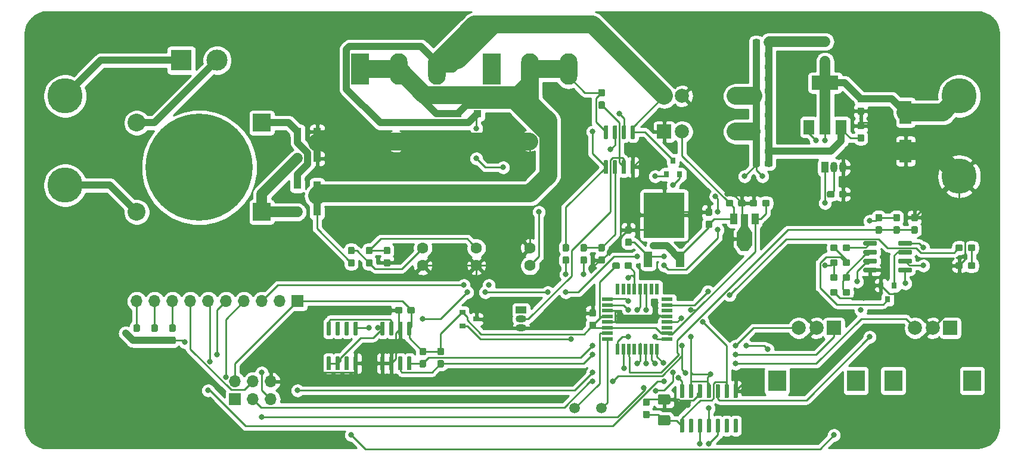
<source format=gbr>
G04 #@! TF.GenerationSoftware,KiCad,Pcbnew,(5.1.4)-1*
G04 #@! TF.CreationDate,2020-04-12T16:51:03+01:00*
G04 #@! TF.ProjectId,25v PSU,32357620-5053-4552-9e6b-696361645f70,rev?*
G04 #@! TF.SameCoordinates,Original*
G04 #@! TF.FileFunction,Copper,L1,Top*
G04 #@! TF.FilePolarity,Positive*
%FSLAX46Y46*%
G04 Gerber Fmt 4.6, Leading zero omitted, Abs format (unit mm)*
G04 Created by KiCad (PCBNEW (5.1.4)-1) date 2020-04-12 16:51:03*
%MOMM*%
%LPD*%
G04 APERTURE LIST*
%ADD10C,15.240000*%
%ADD11C,2.540000*%
%ADD12R,2.540000X2.540000*%
%ADD13R,2.000000X2.000000*%
%ADD14C,2.000000*%
%ADD15R,2.500000X3.000000*%
%ADD16C,1.600000*%
%ADD17C,0.100000*%
%ADD18C,0.950000*%
%ADD19C,1.425000*%
%ADD20R,1.100000X1.100000*%
%ADD21R,1.700000X3.300000*%
%ADD22R,1.700000X1.700000*%
%ADD23O,1.700000X1.700000*%
%ADD24O,2.500000X4.500000*%
%ADD25R,2.500000X4.500000*%
%ADD26R,0.800000X0.900000*%
%ADD27R,3.000000X3.000000*%
%ADD28C,3.000000*%
%ADD29C,0.600000*%
%ADD30O,1.500000X1.050000*%
%ADD31R,1.500000X1.050000*%
%ADD32R,1.200000X2.200000*%
%ADD33R,5.800000X6.400000*%
%ADD34R,3.800000X2.000000*%
%ADD35R,1.500000X2.000000*%
%ADD36R,1.050000X1.500000*%
%ADD37O,1.050000X1.500000*%
%ADD38R,1.600000X0.550000*%
%ADD39R,0.550000X1.600000*%
%ADD40C,0.850000*%
%ADD41R,1.000000X1.500000*%
%ADD42R,1.000000X1.800000*%
%ADD43R,2.200000X1.840000*%
%ADD44C,1.000000*%
%ADD45R,0.900000X0.800000*%
%ADD46C,1.500000*%
%ADD47C,5.000000*%
%ADD48C,0.800000*%
%ADD49C,1.000000*%
%ADD50C,2.500000*%
%ADD51C,0.250000*%
%ADD52C,1.500000*%
%ADD53C,0.254000*%
G04 APERTURE END LIST*
D10*
X50800000Y-48260000D03*
D11*
X41910000Y-41910000D03*
X41910000Y-54610000D03*
D12*
X59690000Y-41910000D03*
X59690000Y-54610000D03*
D13*
X157480000Y-71120000D03*
D14*
X154980000Y-71120000D03*
X152480000Y-71120000D03*
D15*
X160580000Y-78620000D03*
X149380000Y-78620000D03*
D14*
X97790000Y-44450000D03*
X97790000Y-51950000D03*
X78740000Y-52070000D03*
X78740000Y-44570000D03*
D16*
X82550000Y-59730000D03*
X82550000Y-62230000D03*
X90170000Y-62230000D03*
X90170000Y-59730000D03*
X97790000Y-62230000D03*
X97790000Y-59730000D03*
D17*
G36*
X112020779Y-56626144D02*
G01*
X112043834Y-56629563D01*
X112066443Y-56635227D01*
X112088387Y-56643079D01*
X112109457Y-56653044D01*
X112129448Y-56665026D01*
X112148168Y-56678910D01*
X112165438Y-56694562D01*
X112181090Y-56711832D01*
X112194974Y-56730552D01*
X112206956Y-56750543D01*
X112216921Y-56771613D01*
X112224773Y-56793557D01*
X112230437Y-56816166D01*
X112233856Y-56839221D01*
X112235000Y-56862500D01*
X112235000Y-57437500D01*
X112233856Y-57460779D01*
X112230437Y-57483834D01*
X112224773Y-57506443D01*
X112216921Y-57528387D01*
X112206956Y-57549457D01*
X112194974Y-57569448D01*
X112181090Y-57588168D01*
X112165438Y-57605438D01*
X112148168Y-57621090D01*
X112129448Y-57634974D01*
X112109457Y-57646956D01*
X112088387Y-57656921D01*
X112066443Y-57664773D01*
X112043834Y-57670437D01*
X112020779Y-57673856D01*
X111997500Y-57675000D01*
X111522500Y-57675000D01*
X111499221Y-57673856D01*
X111476166Y-57670437D01*
X111453557Y-57664773D01*
X111431613Y-57656921D01*
X111410543Y-57646956D01*
X111390552Y-57634974D01*
X111371832Y-57621090D01*
X111354562Y-57605438D01*
X111338910Y-57588168D01*
X111325026Y-57569448D01*
X111313044Y-57549457D01*
X111303079Y-57528387D01*
X111295227Y-57506443D01*
X111289563Y-57483834D01*
X111286144Y-57460779D01*
X111285000Y-57437500D01*
X111285000Y-56862500D01*
X111286144Y-56839221D01*
X111289563Y-56816166D01*
X111295227Y-56793557D01*
X111303079Y-56771613D01*
X111313044Y-56750543D01*
X111325026Y-56730552D01*
X111338910Y-56711832D01*
X111354562Y-56694562D01*
X111371832Y-56678910D01*
X111390552Y-56665026D01*
X111410543Y-56653044D01*
X111431613Y-56643079D01*
X111453557Y-56635227D01*
X111476166Y-56629563D01*
X111499221Y-56626144D01*
X111522500Y-56625000D01*
X111997500Y-56625000D01*
X112020779Y-56626144D01*
X112020779Y-56626144D01*
G37*
D18*
X111760000Y-57150000D03*
D17*
G36*
X112020779Y-58376144D02*
G01*
X112043834Y-58379563D01*
X112066443Y-58385227D01*
X112088387Y-58393079D01*
X112109457Y-58403044D01*
X112129448Y-58415026D01*
X112148168Y-58428910D01*
X112165438Y-58444562D01*
X112181090Y-58461832D01*
X112194974Y-58480552D01*
X112206956Y-58500543D01*
X112216921Y-58521613D01*
X112224773Y-58543557D01*
X112230437Y-58566166D01*
X112233856Y-58589221D01*
X112235000Y-58612500D01*
X112235000Y-59187500D01*
X112233856Y-59210779D01*
X112230437Y-59233834D01*
X112224773Y-59256443D01*
X112216921Y-59278387D01*
X112206956Y-59299457D01*
X112194974Y-59319448D01*
X112181090Y-59338168D01*
X112165438Y-59355438D01*
X112148168Y-59371090D01*
X112129448Y-59384974D01*
X112109457Y-59396956D01*
X112088387Y-59406921D01*
X112066443Y-59414773D01*
X112043834Y-59420437D01*
X112020779Y-59423856D01*
X111997500Y-59425000D01*
X111522500Y-59425000D01*
X111499221Y-59423856D01*
X111476166Y-59420437D01*
X111453557Y-59414773D01*
X111431613Y-59406921D01*
X111410543Y-59396956D01*
X111390552Y-59384974D01*
X111371832Y-59371090D01*
X111354562Y-59355438D01*
X111338910Y-59338168D01*
X111325026Y-59319448D01*
X111313044Y-59299457D01*
X111303079Y-59278387D01*
X111295227Y-59256443D01*
X111289563Y-59233834D01*
X111286144Y-59210779D01*
X111285000Y-59187500D01*
X111285000Y-58612500D01*
X111286144Y-58589221D01*
X111289563Y-58566166D01*
X111295227Y-58543557D01*
X111303079Y-58521613D01*
X111313044Y-58500543D01*
X111325026Y-58480552D01*
X111338910Y-58461832D01*
X111354562Y-58444562D01*
X111371832Y-58428910D01*
X111390552Y-58415026D01*
X111410543Y-58403044D01*
X111431613Y-58393079D01*
X111453557Y-58385227D01*
X111476166Y-58379563D01*
X111499221Y-58376144D01*
X111522500Y-58375000D01*
X111997500Y-58375000D01*
X112020779Y-58376144D01*
X112020779Y-58376144D01*
G37*
D18*
X111760000Y-58900000D03*
D17*
G36*
X123450779Y-55836144D02*
G01*
X123473834Y-55839563D01*
X123496443Y-55845227D01*
X123518387Y-55853079D01*
X123539457Y-55863044D01*
X123559448Y-55875026D01*
X123578168Y-55888910D01*
X123595438Y-55904562D01*
X123611090Y-55921832D01*
X123624974Y-55940552D01*
X123636956Y-55960543D01*
X123646921Y-55981613D01*
X123654773Y-56003557D01*
X123660437Y-56026166D01*
X123663856Y-56049221D01*
X123665000Y-56072500D01*
X123665000Y-56647500D01*
X123663856Y-56670779D01*
X123660437Y-56693834D01*
X123654773Y-56716443D01*
X123646921Y-56738387D01*
X123636956Y-56759457D01*
X123624974Y-56779448D01*
X123611090Y-56798168D01*
X123595438Y-56815438D01*
X123578168Y-56831090D01*
X123559448Y-56844974D01*
X123539457Y-56856956D01*
X123518387Y-56866921D01*
X123496443Y-56874773D01*
X123473834Y-56880437D01*
X123450779Y-56883856D01*
X123427500Y-56885000D01*
X122952500Y-56885000D01*
X122929221Y-56883856D01*
X122906166Y-56880437D01*
X122883557Y-56874773D01*
X122861613Y-56866921D01*
X122840543Y-56856956D01*
X122820552Y-56844974D01*
X122801832Y-56831090D01*
X122784562Y-56815438D01*
X122768910Y-56798168D01*
X122755026Y-56779448D01*
X122743044Y-56759457D01*
X122733079Y-56738387D01*
X122725227Y-56716443D01*
X122719563Y-56693834D01*
X122716144Y-56670779D01*
X122715000Y-56647500D01*
X122715000Y-56072500D01*
X122716144Y-56049221D01*
X122719563Y-56026166D01*
X122725227Y-56003557D01*
X122733079Y-55981613D01*
X122743044Y-55960543D01*
X122755026Y-55940552D01*
X122768910Y-55921832D01*
X122784562Y-55904562D01*
X122801832Y-55888910D01*
X122820552Y-55875026D01*
X122840543Y-55863044D01*
X122861613Y-55853079D01*
X122883557Y-55845227D01*
X122906166Y-55839563D01*
X122929221Y-55836144D01*
X122952500Y-55835000D01*
X123427500Y-55835000D01*
X123450779Y-55836144D01*
X123450779Y-55836144D01*
G37*
D18*
X123190000Y-56360000D03*
D17*
G36*
X123450779Y-54086144D02*
G01*
X123473834Y-54089563D01*
X123496443Y-54095227D01*
X123518387Y-54103079D01*
X123539457Y-54113044D01*
X123559448Y-54125026D01*
X123578168Y-54138910D01*
X123595438Y-54154562D01*
X123611090Y-54171832D01*
X123624974Y-54190552D01*
X123636956Y-54210543D01*
X123646921Y-54231613D01*
X123654773Y-54253557D01*
X123660437Y-54276166D01*
X123663856Y-54299221D01*
X123665000Y-54322500D01*
X123665000Y-54897500D01*
X123663856Y-54920779D01*
X123660437Y-54943834D01*
X123654773Y-54966443D01*
X123646921Y-54988387D01*
X123636956Y-55009457D01*
X123624974Y-55029448D01*
X123611090Y-55048168D01*
X123595438Y-55065438D01*
X123578168Y-55081090D01*
X123559448Y-55094974D01*
X123539457Y-55106956D01*
X123518387Y-55116921D01*
X123496443Y-55124773D01*
X123473834Y-55130437D01*
X123450779Y-55133856D01*
X123427500Y-55135000D01*
X122952500Y-55135000D01*
X122929221Y-55133856D01*
X122906166Y-55130437D01*
X122883557Y-55124773D01*
X122861613Y-55116921D01*
X122840543Y-55106956D01*
X122820552Y-55094974D01*
X122801832Y-55081090D01*
X122784562Y-55065438D01*
X122768910Y-55048168D01*
X122755026Y-55029448D01*
X122743044Y-55009457D01*
X122733079Y-54988387D01*
X122725227Y-54966443D01*
X122719563Y-54943834D01*
X122716144Y-54920779D01*
X122715000Y-54897500D01*
X122715000Y-54322500D01*
X122716144Y-54299221D01*
X122719563Y-54276166D01*
X122725227Y-54253557D01*
X122733079Y-54231613D01*
X122743044Y-54210543D01*
X122755026Y-54190552D01*
X122768910Y-54171832D01*
X122784562Y-54154562D01*
X122801832Y-54138910D01*
X122820552Y-54125026D01*
X122840543Y-54113044D01*
X122861613Y-54103079D01*
X122883557Y-54095227D01*
X122906166Y-54089563D01*
X122929221Y-54086144D01*
X122952500Y-54085000D01*
X123427500Y-54085000D01*
X123450779Y-54086144D01*
X123450779Y-54086144D01*
G37*
D18*
X123190000Y-54610000D03*
D17*
G36*
X130245779Y-30006144D02*
G01*
X130268834Y-30009563D01*
X130291443Y-30015227D01*
X130313387Y-30023079D01*
X130334457Y-30033044D01*
X130354448Y-30045026D01*
X130373168Y-30058910D01*
X130390438Y-30074562D01*
X130406090Y-30091832D01*
X130419974Y-30110552D01*
X130431956Y-30130543D01*
X130441921Y-30151613D01*
X130449773Y-30173557D01*
X130455437Y-30196166D01*
X130458856Y-30219221D01*
X130460000Y-30242500D01*
X130460000Y-30717500D01*
X130458856Y-30740779D01*
X130455437Y-30763834D01*
X130449773Y-30786443D01*
X130441921Y-30808387D01*
X130431956Y-30829457D01*
X130419974Y-30849448D01*
X130406090Y-30868168D01*
X130390438Y-30885438D01*
X130373168Y-30901090D01*
X130354448Y-30914974D01*
X130334457Y-30926956D01*
X130313387Y-30936921D01*
X130291443Y-30944773D01*
X130268834Y-30950437D01*
X130245779Y-30953856D01*
X130222500Y-30955000D01*
X129647500Y-30955000D01*
X129624221Y-30953856D01*
X129601166Y-30950437D01*
X129578557Y-30944773D01*
X129556613Y-30936921D01*
X129535543Y-30926956D01*
X129515552Y-30914974D01*
X129496832Y-30901090D01*
X129479562Y-30885438D01*
X129463910Y-30868168D01*
X129450026Y-30849448D01*
X129438044Y-30829457D01*
X129428079Y-30808387D01*
X129420227Y-30786443D01*
X129414563Y-30763834D01*
X129411144Y-30740779D01*
X129410000Y-30717500D01*
X129410000Y-30242500D01*
X129411144Y-30219221D01*
X129414563Y-30196166D01*
X129420227Y-30173557D01*
X129428079Y-30151613D01*
X129438044Y-30130543D01*
X129450026Y-30110552D01*
X129463910Y-30091832D01*
X129479562Y-30074562D01*
X129496832Y-30058910D01*
X129515552Y-30045026D01*
X129535543Y-30033044D01*
X129556613Y-30023079D01*
X129578557Y-30015227D01*
X129601166Y-30009563D01*
X129624221Y-30006144D01*
X129647500Y-30005000D01*
X130222500Y-30005000D01*
X130245779Y-30006144D01*
X130245779Y-30006144D01*
G37*
D18*
X129935000Y-30480000D03*
D17*
G36*
X131995779Y-30006144D02*
G01*
X132018834Y-30009563D01*
X132041443Y-30015227D01*
X132063387Y-30023079D01*
X132084457Y-30033044D01*
X132104448Y-30045026D01*
X132123168Y-30058910D01*
X132140438Y-30074562D01*
X132156090Y-30091832D01*
X132169974Y-30110552D01*
X132181956Y-30130543D01*
X132191921Y-30151613D01*
X132199773Y-30173557D01*
X132205437Y-30196166D01*
X132208856Y-30219221D01*
X132210000Y-30242500D01*
X132210000Y-30717500D01*
X132208856Y-30740779D01*
X132205437Y-30763834D01*
X132199773Y-30786443D01*
X132191921Y-30808387D01*
X132181956Y-30829457D01*
X132169974Y-30849448D01*
X132156090Y-30868168D01*
X132140438Y-30885438D01*
X132123168Y-30901090D01*
X132104448Y-30914974D01*
X132084457Y-30926956D01*
X132063387Y-30936921D01*
X132041443Y-30944773D01*
X132018834Y-30950437D01*
X131995779Y-30953856D01*
X131972500Y-30955000D01*
X131397500Y-30955000D01*
X131374221Y-30953856D01*
X131351166Y-30950437D01*
X131328557Y-30944773D01*
X131306613Y-30936921D01*
X131285543Y-30926956D01*
X131265552Y-30914974D01*
X131246832Y-30901090D01*
X131229562Y-30885438D01*
X131213910Y-30868168D01*
X131200026Y-30849448D01*
X131188044Y-30829457D01*
X131178079Y-30808387D01*
X131170227Y-30786443D01*
X131164563Y-30763834D01*
X131161144Y-30740779D01*
X131160000Y-30717500D01*
X131160000Y-30242500D01*
X131161144Y-30219221D01*
X131164563Y-30196166D01*
X131170227Y-30173557D01*
X131178079Y-30151613D01*
X131188044Y-30130543D01*
X131200026Y-30110552D01*
X131213910Y-30091832D01*
X131229562Y-30074562D01*
X131246832Y-30058910D01*
X131265552Y-30045026D01*
X131285543Y-30033044D01*
X131306613Y-30023079D01*
X131328557Y-30015227D01*
X131351166Y-30009563D01*
X131374221Y-30006144D01*
X131397500Y-30005000D01*
X131972500Y-30005000D01*
X131995779Y-30006144D01*
X131995779Y-30006144D01*
G37*
D18*
X131685000Y-30480000D03*
D17*
G36*
X106940779Y-70201144D02*
G01*
X106963834Y-70204563D01*
X106986443Y-70210227D01*
X107008387Y-70218079D01*
X107029457Y-70228044D01*
X107049448Y-70240026D01*
X107068168Y-70253910D01*
X107085438Y-70269562D01*
X107101090Y-70286832D01*
X107114974Y-70305552D01*
X107126956Y-70325543D01*
X107136921Y-70346613D01*
X107144773Y-70368557D01*
X107150437Y-70391166D01*
X107153856Y-70414221D01*
X107155000Y-70437500D01*
X107155000Y-71012500D01*
X107153856Y-71035779D01*
X107150437Y-71058834D01*
X107144773Y-71081443D01*
X107136921Y-71103387D01*
X107126956Y-71124457D01*
X107114974Y-71144448D01*
X107101090Y-71163168D01*
X107085438Y-71180438D01*
X107068168Y-71196090D01*
X107049448Y-71209974D01*
X107029457Y-71221956D01*
X107008387Y-71231921D01*
X106986443Y-71239773D01*
X106963834Y-71245437D01*
X106940779Y-71248856D01*
X106917500Y-71250000D01*
X106442500Y-71250000D01*
X106419221Y-71248856D01*
X106396166Y-71245437D01*
X106373557Y-71239773D01*
X106351613Y-71231921D01*
X106330543Y-71221956D01*
X106310552Y-71209974D01*
X106291832Y-71196090D01*
X106274562Y-71180438D01*
X106258910Y-71163168D01*
X106245026Y-71144448D01*
X106233044Y-71124457D01*
X106223079Y-71103387D01*
X106215227Y-71081443D01*
X106209563Y-71058834D01*
X106206144Y-71035779D01*
X106205000Y-71012500D01*
X106205000Y-70437500D01*
X106206144Y-70414221D01*
X106209563Y-70391166D01*
X106215227Y-70368557D01*
X106223079Y-70346613D01*
X106233044Y-70325543D01*
X106245026Y-70305552D01*
X106258910Y-70286832D01*
X106274562Y-70269562D01*
X106291832Y-70253910D01*
X106310552Y-70240026D01*
X106330543Y-70228044D01*
X106351613Y-70218079D01*
X106373557Y-70210227D01*
X106396166Y-70204563D01*
X106419221Y-70201144D01*
X106442500Y-70200000D01*
X106917500Y-70200000D01*
X106940779Y-70201144D01*
X106940779Y-70201144D01*
G37*
D18*
X106680000Y-70725000D03*
D17*
G36*
X106940779Y-68451144D02*
G01*
X106963834Y-68454563D01*
X106986443Y-68460227D01*
X107008387Y-68468079D01*
X107029457Y-68478044D01*
X107049448Y-68490026D01*
X107068168Y-68503910D01*
X107085438Y-68519562D01*
X107101090Y-68536832D01*
X107114974Y-68555552D01*
X107126956Y-68575543D01*
X107136921Y-68596613D01*
X107144773Y-68618557D01*
X107150437Y-68641166D01*
X107153856Y-68664221D01*
X107155000Y-68687500D01*
X107155000Y-69262500D01*
X107153856Y-69285779D01*
X107150437Y-69308834D01*
X107144773Y-69331443D01*
X107136921Y-69353387D01*
X107126956Y-69374457D01*
X107114974Y-69394448D01*
X107101090Y-69413168D01*
X107085438Y-69430438D01*
X107068168Y-69446090D01*
X107049448Y-69459974D01*
X107029457Y-69471956D01*
X107008387Y-69481921D01*
X106986443Y-69489773D01*
X106963834Y-69495437D01*
X106940779Y-69498856D01*
X106917500Y-69500000D01*
X106442500Y-69500000D01*
X106419221Y-69498856D01*
X106396166Y-69495437D01*
X106373557Y-69489773D01*
X106351613Y-69481921D01*
X106330543Y-69471956D01*
X106310552Y-69459974D01*
X106291832Y-69446090D01*
X106274562Y-69430438D01*
X106258910Y-69413168D01*
X106245026Y-69394448D01*
X106233044Y-69374457D01*
X106223079Y-69353387D01*
X106215227Y-69331443D01*
X106209563Y-69308834D01*
X106206144Y-69285779D01*
X106205000Y-69262500D01*
X106205000Y-68687500D01*
X106206144Y-68664221D01*
X106209563Y-68641166D01*
X106215227Y-68618557D01*
X106223079Y-68596613D01*
X106233044Y-68575543D01*
X106245026Y-68555552D01*
X106258910Y-68536832D01*
X106274562Y-68519562D01*
X106291832Y-68503910D01*
X106310552Y-68490026D01*
X106330543Y-68478044D01*
X106351613Y-68468079D01*
X106373557Y-68460227D01*
X106396166Y-68454563D01*
X106419221Y-68451144D01*
X106442500Y-68450000D01*
X106917500Y-68450000D01*
X106940779Y-68451144D01*
X106940779Y-68451144D01*
G37*
D18*
X106680000Y-68975000D03*
D17*
G36*
X145040779Y-41781144D02*
G01*
X145063834Y-41784563D01*
X145086443Y-41790227D01*
X145108387Y-41798079D01*
X145129457Y-41808044D01*
X145149448Y-41820026D01*
X145168168Y-41833910D01*
X145185438Y-41849562D01*
X145201090Y-41866832D01*
X145214974Y-41885552D01*
X145226956Y-41905543D01*
X145236921Y-41926613D01*
X145244773Y-41948557D01*
X145250437Y-41971166D01*
X145253856Y-41994221D01*
X145255000Y-42017500D01*
X145255000Y-42592500D01*
X145253856Y-42615779D01*
X145250437Y-42638834D01*
X145244773Y-42661443D01*
X145236921Y-42683387D01*
X145226956Y-42704457D01*
X145214974Y-42724448D01*
X145201090Y-42743168D01*
X145185438Y-42760438D01*
X145168168Y-42776090D01*
X145149448Y-42789974D01*
X145129457Y-42801956D01*
X145108387Y-42811921D01*
X145086443Y-42819773D01*
X145063834Y-42825437D01*
X145040779Y-42828856D01*
X145017500Y-42830000D01*
X144542500Y-42830000D01*
X144519221Y-42828856D01*
X144496166Y-42825437D01*
X144473557Y-42819773D01*
X144451613Y-42811921D01*
X144430543Y-42801956D01*
X144410552Y-42789974D01*
X144391832Y-42776090D01*
X144374562Y-42760438D01*
X144358910Y-42743168D01*
X144345026Y-42724448D01*
X144333044Y-42704457D01*
X144323079Y-42683387D01*
X144315227Y-42661443D01*
X144309563Y-42638834D01*
X144306144Y-42615779D01*
X144305000Y-42592500D01*
X144305000Y-42017500D01*
X144306144Y-41994221D01*
X144309563Y-41971166D01*
X144315227Y-41948557D01*
X144323079Y-41926613D01*
X144333044Y-41905543D01*
X144345026Y-41885552D01*
X144358910Y-41866832D01*
X144374562Y-41849562D01*
X144391832Y-41833910D01*
X144410552Y-41820026D01*
X144430543Y-41808044D01*
X144451613Y-41798079D01*
X144473557Y-41790227D01*
X144496166Y-41784563D01*
X144519221Y-41781144D01*
X144542500Y-41780000D01*
X145017500Y-41780000D01*
X145040779Y-41781144D01*
X145040779Y-41781144D01*
G37*
D18*
X144780000Y-42305000D03*
D17*
G36*
X145040779Y-43531144D02*
G01*
X145063834Y-43534563D01*
X145086443Y-43540227D01*
X145108387Y-43548079D01*
X145129457Y-43558044D01*
X145149448Y-43570026D01*
X145168168Y-43583910D01*
X145185438Y-43599562D01*
X145201090Y-43616832D01*
X145214974Y-43635552D01*
X145226956Y-43655543D01*
X145236921Y-43676613D01*
X145244773Y-43698557D01*
X145250437Y-43721166D01*
X145253856Y-43744221D01*
X145255000Y-43767500D01*
X145255000Y-44342500D01*
X145253856Y-44365779D01*
X145250437Y-44388834D01*
X145244773Y-44411443D01*
X145236921Y-44433387D01*
X145226956Y-44454457D01*
X145214974Y-44474448D01*
X145201090Y-44493168D01*
X145185438Y-44510438D01*
X145168168Y-44526090D01*
X145149448Y-44539974D01*
X145129457Y-44551956D01*
X145108387Y-44561921D01*
X145086443Y-44569773D01*
X145063834Y-44575437D01*
X145040779Y-44578856D01*
X145017500Y-44580000D01*
X144542500Y-44580000D01*
X144519221Y-44578856D01*
X144496166Y-44575437D01*
X144473557Y-44569773D01*
X144451613Y-44561921D01*
X144430543Y-44551956D01*
X144410552Y-44539974D01*
X144391832Y-44526090D01*
X144374562Y-44510438D01*
X144358910Y-44493168D01*
X144345026Y-44474448D01*
X144333044Y-44454457D01*
X144323079Y-44433387D01*
X144315227Y-44411443D01*
X144309563Y-44388834D01*
X144306144Y-44365779D01*
X144305000Y-44342500D01*
X144305000Y-43767500D01*
X144306144Y-43744221D01*
X144309563Y-43721166D01*
X144315227Y-43698557D01*
X144323079Y-43676613D01*
X144333044Y-43655543D01*
X144345026Y-43635552D01*
X144358910Y-43616832D01*
X144374562Y-43599562D01*
X144391832Y-43583910D01*
X144410552Y-43570026D01*
X144430543Y-43558044D01*
X144451613Y-43548079D01*
X144473557Y-43540227D01*
X144496166Y-43534563D01*
X144519221Y-43531144D01*
X144542500Y-43530000D01*
X145017500Y-43530000D01*
X145040779Y-43531144D01*
X145040779Y-43531144D01*
G37*
D18*
X144780000Y-44055000D03*
D17*
G36*
X145040779Y-37971144D02*
G01*
X145063834Y-37974563D01*
X145086443Y-37980227D01*
X145108387Y-37988079D01*
X145129457Y-37998044D01*
X145149448Y-38010026D01*
X145168168Y-38023910D01*
X145185438Y-38039562D01*
X145201090Y-38056832D01*
X145214974Y-38075552D01*
X145226956Y-38095543D01*
X145236921Y-38116613D01*
X145244773Y-38138557D01*
X145250437Y-38161166D01*
X145253856Y-38184221D01*
X145255000Y-38207500D01*
X145255000Y-38782500D01*
X145253856Y-38805779D01*
X145250437Y-38828834D01*
X145244773Y-38851443D01*
X145236921Y-38873387D01*
X145226956Y-38894457D01*
X145214974Y-38914448D01*
X145201090Y-38933168D01*
X145185438Y-38950438D01*
X145168168Y-38966090D01*
X145149448Y-38979974D01*
X145129457Y-38991956D01*
X145108387Y-39001921D01*
X145086443Y-39009773D01*
X145063834Y-39015437D01*
X145040779Y-39018856D01*
X145017500Y-39020000D01*
X144542500Y-39020000D01*
X144519221Y-39018856D01*
X144496166Y-39015437D01*
X144473557Y-39009773D01*
X144451613Y-39001921D01*
X144430543Y-38991956D01*
X144410552Y-38979974D01*
X144391832Y-38966090D01*
X144374562Y-38950438D01*
X144358910Y-38933168D01*
X144345026Y-38914448D01*
X144333044Y-38894457D01*
X144323079Y-38873387D01*
X144315227Y-38851443D01*
X144309563Y-38828834D01*
X144306144Y-38805779D01*
X144305000Y-38782500D01*
X144305000Y-38207500D01*
X144306144Y-38184221D01*
X144309563Y-38161166D01*
X144315227Y-38138557D01*
X144323079Y-38116613D01*
X144333044Y-38095543D01*
X144345026Y-38075552D01*
X144358910Y-38056832D01*
X144374562Y-38039562D01*
X144391832Y-38023910D01*
X144410552Y-38010026D01*
X144430543Y-37998044D01*
X144451613Y-37988079D01*
X144473557Y-37980227D01*
X144496166Y-37974563D01*
X144519221Y-37971144D01*
X144542500Y-37970000D01*
X145017500Y-37970000D01*
X145040779Y-37971144D01*
X145040779Y-37971144D01*
G37*
D18*
X144780000Y-38495000D03*
D17*
G36*
X145040779Y-39721144D02*
G01*
X145063834Y-39724563D01*
X145086443Y-39730227D01*
X145108387Y-39738079D01*
X145129457Y-39748044D01*
X145149448Y-39760026D01*
X145168168Y-39773910D01*
X145185438Y-39789562D01*
X145201090Y-39806832D01*
X145214974Y-39825552D01*
X145226956Y-39845543D01*
X145236921Y-39866613D01*
X145244773Y-39888557D01*
X145250437Y-39911166D01*
X145253856Y-39934221D01*
X145255000Y-39957500D01*
X145255000Y-40532500D01*
X145253856Y-40555779D01*
X145250437Y-40578834D01*
X145244773Y-40601443D01*
X145236921Y-40623387D01*
X145226956Y-40644457D01*
X145214974Y-40664448D01*
X145201090Y-40683168D01*
X145185438Y-40700438D01*
X145168168Y-40716090D01*
X145149448Y-40729974D01*
X145129457Y-40741956D01*
X145108387Y-40751921D01*
X145086443Y-40759773D01*
X145063834Y-40765437D01*
X145040779Y-40768856D01*
X145017500Y-40770000D01*
X144542500Y-40770000D01*
X144519221Y-40768856D01*
X144496166Y-40765437D01*
X144473557Y-40759773D01*
X144451613Y-40751921D01*
X144430543Y-40741956D01*
X144410552Y-40729974D01*
X144391832Y-40716090D01*
X144374562Y-40700438D01*
X144358910Y-40683168D01*
X144345026Y-40664448D01*
X144333044Y-40644457D01*
X144323079Y-40623387D01*
X144315227Y-40601443D01*
X144309563Y-40578834D01*
X144306144Y-40555779D01*
X144305000Y-40532500D01*
X144305000Y-39957500D01*
X144306144Y-39934221D01*
X144309563Y-39911166D01*
X144315227Y-39888557D01*
X144323079Y-39866613D01*
X144333044Y-39845543D01*
X144345026Y-39825552D01*
X144358910Y-39806832D01*
X144374562Y-39789562D01*
X144391832Y-39773910D01*
X144410552Y-39760026D01*
X144430543Y-39748044D01*
X144451613Y-39738079D01*
X144473557Y-39730227D01*
X144496166Y-39724563D01*
X144519221Y-39721144D01*
X144542500Y-39720000D01*
X145017500Y-39720000D01*
X145040779Y-39721144D01*
X145040779Y-39721144D01*
G37*
D18*
X144780000Y-40245000D03*
D17*
G36*
X128185779Y-52866144D02*
G01*
X128208834Y-52869563D01*
X128231443Y-52875227D01*
X128253387Y-52883079D01*
X128274457Y-52893044D01*
X128294448Y-52905026D01*
X128313168Y-52918910D01*
X128330438Y-52934562D01*
X128346090Y-52951832D01*
X128359974Y-52970552D01*
X128371956Y-52990543D01*
X128381921Y-53011613D01*
X128389773Y-53033557D01*
X128395437Y-53056166D01*
X128398856Y-53079221D01*
X128400000Y-53102500D01*
X128400000Y-53577500D01*
X128398856Y-53600779D01*
X128395437Y-53623834D01*
X128389773Y-53646443D01*
X128381921Y-53668387D01*
X128371956Y-53689457D01*
X128359974Y-53709448D01*
X128346090Y-53728168D01*
X128330438Y-53745438D01*
X128313168Y-53761090D01*
X128294448Y-53774974D01*
X128274457Y-53786956D01*
X128253387Y-53796921D01*
X128231443Y-53804773D01*
X128208834Y-53810437D01*
X128185779Y-53813856D01*
X128162500Y-53815000D01*
X127587500Y-53815000D01*
X127564221Y-53813856D01*
X127541166Y-53810437D01*
X127518557Y-53804773D01*
X127496613Y-53796921D01*
X127475543Y-53786956D01*
X127455552Y-53774974D01*
X127436832Y-53761090D01*
X127419562Y-53745438D01*
X127403910Y-53728168D01*
X127390026Y-53709448D01*
X127378044Y-53689457D01*
X127368079Y-53668387D01*
X127360227Y-53646443D01*
X127354563Y-53623834D01*
X127351144Y-53600779D01*
X127350000Y-53577500D01*
X127350000Y-53102500D01*
X127351144Y-53079221D01*
X127354563Y-53056166D01*
X127360227Y-53033557D01*
X127368079Y-53011613D01*
X127378044Y-52990543D01*
X127390026Y-52970552D01*
X127403910Y-52951832D01*
X127419562Y-52934562D01*
X127436832Y-52918910D01*
X127455552Y-52905026D01*
X127475543Y-52893044D01*
X127496613Y-52883079D01*
X127518557Y-52875227D01*
X127541166Y-52869563D01*
X127564221Y-52866144D01*
X127587500Y-52865000D01*
X128162500Y-52865000D01*
X128185779Y-52866144D01*
X128185779Y-52866144D01*
G37*
D18*
X127875000Y-53340000D03*
D17*
G36*
X126435779Y-52866144D02*
G01*
X126458834Y-52869563D01*
X126481443Y-52875227D01*
X126503387Y-52883079D01*
X126524457Y-52893044D01*
X126544448Y-52905026D01*
X126563168Y-52918910D01*
X126580438Y-52934562D01*
X126596090Y-52951832D01*
X126609974Y-52970552D01*
X126621956Y-52990543D01*
X126631921Y-53011613D01*
X126639773Y-53033557D01*
X126645437Y-53056166D01*
X126648856Y-53079221D01*
X126650000Y-53102500D01*
X126650000Y-53577500D01*
X126648856Y-53600779D01*
X126645437Y-53623834D01*
X126639773Y-53646443D01*
X126631921Y-53668387D01*
X126621956Y-53689457D01*
X126609974Y-53709448D01*
X126596090Y-53728168D01*
X126580438Y-53745438D01*
X126563168Y-53761090D01*
X126544448Y-53774974D01*
X126524457Y-53786956D01*
X126503387Y-53796921D01*
X126481443Y-53804773D01*
X126458834Y-53810437D01*
X126435779Y-53813856D01*
X126412500Y-53815000D01*
X125837500Y-53815000D01*
X125814221Y-53813856D01*
X125791166Y-53810437D01*
X125768557Y-53804773D01*
X125746613Y-53796921D01*
X125725543Y-53786956D01*
X125705552Y-53774974D01*
X125686832Y-53761090D01*
X125669562Y-53745438D01*
X125653910Y-53728168D01*
X125640026Y-53709448D01*
X125628044Y-53689457D01*
X125618079Y-53668387D01*
X125610227Y-53646443D01*
X125604563Y-53623834D01*
X125601144Y-53600779D01*
X125600000Y-53577500D01*
X125600000Y-53102500D01*
X125601144Y-53079221D01*
X125604563Y-53056166D01*
X125610227Y-53033557D01*
X125618079Y-53011613D01*
X125628044Y-52990543D01*
X125640026Y-52970552D01*
X125653910Y-52951832D01*
X125669562Y-52934562D01*
X125686832Y-52918910D01*
X125705552Y-52905026D01*
X125725543Y-52893044D01*
X125746613Y-52883079D01*
X125768557Y-52875227D01*
X125791166Y-52869563D01*
X125814221Y-52866144D01*
X125837500Y-52865000D01*
X126412500Y-52865000D01*
X126435779Y-52866144D01*
X126435779Y-52866144D01*
G37*
D18*
X126125000Y-53340000D03*
D17*
G36*
X131600779Y-52866144D02*
G01*
X131623834Y-52869563D01*
X131646443Y-52875227D01*
X131668387Y-52883079D01*
X131689457Y-52893044D01*
X131709448Y-52905026D01*
X131728168Y-52918910D01*
X131745438Y-52934562D01*
X131761090Y-52951832D01*
X131774974Y-52970552D01*
X131786956Y-52990543D01*
X131796921Y-53011613D01*
X131804773Y-53033557D01*
X131810437Y-53056166D01*
X131813856Y-53079221D01*
X131815000Y-53102500D01*
X131815000Y-53577500D01*
X131813856Y-53600779D01*
X131810437Y-53623834D01*
X131804773Y-53646443D01*
X131796921Y-53668387D01*
X131786956Y-53689457D01*
X131774974Y-53709448D01*
X131761090Y-53728168D01*
X131745438Y-53745438D01*
X131728168Y-53761090D01*
X131709448Y-53774974D01*
X131689457Y-53786956D01*
X131668387Y-53796921D01*
X131646443Y-53804773D01*
X131623834Y-53810437D01*
X131600779Y-53813856D01*
X131577500Y-53815000D01*
X131002500Y-53815000D01*
X130979221Y-53813856D01*
X130956166Y-53810437D01*
X130933557Y-53804773D01*
X130911613Y-53796921D01*
X130890543Y-53786956D01*
X130870552Y-53774974D01*
X130851832Y-53761090D01*
X130834562Y-53745438D01*
X130818910Y-53728168D01*
X130805026Y-53709448D01*
X130793044Y-53689457D01*
X130783079Y-53668387D01*
X130775227Y-53646443D01*
X130769563Y-53623834D01*
X130766144Y-53600779D01*
X130765000Y-53577500D01*
X130765000Y-53102500D01*
X130766144Y-53079221D01*
X130769563Y-53056166D01*
X130775227Y-53033557D01*
X130783079Y-53011613D01*
X130793044Y-52990543D01*
X130805026Y-52970552D01*
X130818910Y-52951832D01*
X130834562Y-52934562D01*
X130851832Y-52918910D01*
X130870552Y-52905026D01*
X130890543Y-52893044D01*
X130911613Y-52883079D01*
X130933557Y-52875227D01*
X130956166Y-52869563D01*
X130979221Y-52866144D01*
X131002500Y-52865000D01*
X131577500Y-52865000D01*
X131600779Y-52866144D01*
X131600779Y-52866144D01*
G37*
D18*
X131290000Y-53340000D03*
D17*
G36*
X129850779Y-52866144D02*
G01*
X129873834Y-52869563D01*
X129896443Y-52875227D01*
X129918387Y-52883079D01*
X129939457Y-52893044D01*
X129959448Y-52905026D01*
X129978168Y-52918910D01*
X129995438Y-52934562D01*
X130011090Y-52951832D01*
X130024974Y-52970552D01*
X130036956Y-52990543D01*
X130046921Y-53011613D01*
X130054773Y-53033557D01*
X130060437Y-53056166D01*
X130063856Y-53079221D01*
X130065000Y-53102500D01*
X130065000Y-53577500D01*
X130063856Y-53600779D01*
X130060437Y-53623834D01*
X130054773Y-53646443D01*
X130046921Y-53668387D01*
X130036956Y-53689457D01*
X130024974Y-53709448D01*
X130011090Y-53728168D01*
X129995438Y-53745438D01*
X129978168Y-53761090D01*
X129959448Y-53774974D01*
X129939457Y-53786956D01*
X129918387Y-53796921D01*
X129896443Y-53804773D01*
X129873834Y-53810437D01*
X129850779Y-53813856D01*
X129827500Y-53815000D01*
X129252500Y-53815000D01*
X129229221Y-53813856D01*
X129206166Y-53810437D01*
X129183557Y-53804773D01*
X129161613Y-53796921D01*
X129140543Y-53786956D01*
X129120552Y-53774974D01*
X129101832Y-53761090D01*
X129084562Y-53745438D01*
X129068910Y-53728168D01*
X129055026Y-53709448D01*
X129043044Y-53689457D01*
X129033079Y-53668387D01*
X129025227Y-53646443D01*
X129019563Y-53623834D01*
X129016144Y-53600779D01*
X129015000Y-53577500D01*
X129015000Y-53102500D01*
X129016144Y-53079221D01*
X129019563Y-53056166D01*
X129025227Y-53033557D01*
X129033079Y-53011613D01*
X129043044Y-52990543D01*
X129055026Y-52970552D01*
X129068910Y-52951832D01*
X129084562Y-52934562D01*
X129101832Y-52918910D01*
X129120552Y-52905026D01*
X129140543Y-52893044D01*
X129161613Y-52883079D01*
X129183557Y-52875227D01*
X129206166Y-52869563D01*
X129229221Y-52866144D01*
X129252500Y-52865000D01*
X129827500Y-52865000D01*
X129850779Y-52866144D01*
X129850779Y-52866144D01*
G37*
D18*
X129540000Y-53340000D03*
D17*
G36*
X79445779Y-68106144D02*
G01*
X79468834Y-68109563D01*
X79491443Y-68115227D01*
X79513387Y-68123079D01*
X79534457Y-68133044D01*
X79554448Y-68145026D01*
X79573168Y-68158910D01*
X79590438Y-68174562D01*
X79606090Y-68191832D01*
X79619974Y-68210552D01*
X79631956Y-68230543D01*
X79641921Y-68251613D01*
X79649773Y-68273557D01*
X79655437Y-68296166D01*
X79658856Y-68319221D01*
X79660000Y-68342500D01*
X79660000Y-68817500D01*
X79658856Y-68840779D01*
X79655437Y-68863834D01*
X79649773Y-68886443D01*
X79641921Y-68908387D01*
X79631956Y-68929457D01*
X79619974Y-68949448D01*
X79606090Y-68968168D01*
X79590438Y-68985438D01*
X79573168Y-69001090D01*
X79554448Y-69014974D01*
X79534457Y-69026956D01*
X79513387Y-69036921D01*
X79491443Y-69044773D01*
X79468834Y-69050437D01*
X79445779Y-69053856D01*
X79422500Y-69055000D01*
X78847500Y-69055000D01*
X78824221Y-69053856D01*
X78801166Y-69050437D01*
X78778557Y-69044773D01*
X78756613Y-69036921D01*
X78735543Y-69026956D01*
X78715552Y-69014974D01*
X78696832Y-69001090D01*
X78679562Y-68985438D01*
X78663910Y-68968168D01*
X78650026Y-68949448D01*
X78638044Y-68929457D01*
X78628079Y-68908387D01*
X78620227Y-68886443D01*
X78614563Y-68863834D01*
X78611144Y-68840779D01*
X78610000Y-68817500D01*
X78610000Y-68342500D01*
X78611144Y-68319221D01*
X78614563Y-68296166D01*
X78620227Y-68273557D01*
X78628079Y-68251613D01*
X78638044Y-68230543D01*
X78650026Y-68210552D01*
X78663910Y-68191832D01*
X78679562Y-68174562D01*
X78696832Y-68158910D01*
X78715552Y-68145026D01*
X78735543Y-68133044D01*
X78756613Y-68123079D01*
X78778557Y-68115227D01*
X78801166Y-68109563D01*
X78824221Y-68106144D01*
X78847500Y-68105000D01*
X79422500Y-68105000D01*
X79445779Y-68106144D01*
X79445779Y-68106144D01*
G37*
D18*
X79135000Y-68580000D03*
D17*
G36*
X81195779Y-68106144D02*
G01*
X81218834Y-68109563D01*
X81241443Y-68115227D01*
X81263387Y-68123079D01*
X81284457Y-68133044D01*
X81304448Y-68145026D01*
X81323168Y-68158910D01*
X81340438Y-68174562D01*
X81356090Y-68191832D01*
X81369974Y-68210552D01*
X81381956Y-68230543D01*
X81391921Y-68251613D01*
X81399773Y-68273557D01*
X81405437Y-68296166D01*
X81408856Y-68319221D01*
X81410000Y-68342500D01*
X81410000Y-68817500D01*
X81408856Y-68840779D01*
X81405437Y-68863834D01*
X81399773Y-68886443D01*
X81391921Y-68908387D01*
X81381956Y-68929457D01*
X81369974Y-68949448D01*
X81356090Y-68968168D01*
X81340438Y-68985438D01*
X81323168Y-69001090D01*
X81304448Y-69014974D01*
X81284457Y-69026956D01*
X81263387Y-69036921D01*
X81241443Y-69044773D01*
X81218834Y-69050437D01*
X81195779Y-69053856D01*
X81172500Y-69055000D01*
X80597500Y-69055000D01*
X80574221Y-69053856D01*
X80551166Y-69050437D01*
X80528557Y-69044773D01*
X80506613Y-69036921D01*
X80485543Y-69026956D01*
X80465552Y-69014974D01*
X80446832Y-69001090D01*
X80429562Y-68985438D01*
X80413910Y-68968168D01*
X80400026Y-68949448D01*
X80388044Y-68929457D01*
X80378079Y-68908387D01*
X80370227Y-68886443D01*
X80364563Y-68863834D01*
X80361144Y-68840779D01*
X80360000Y-68817500D01*
X80360000Y-68342500D01*
X80361144Y-68319221D01*
X80364563Y-68296166D01*
X80370227Y-68273557D01*
X80378079Y-68251613D01*
X80388044Y-68230543D01*
X80400026Y-68210552D01*
X80413910Y-68191832D01*
X80429562Y-68174562D01*
X80446832Y-68158910D01*
X80465552Y-68145026D01*
X80485543Y-68133044D01*
X80506613Y-68123079D01*
X80528557Y-68115227D01*
X80551166Y-68109563D01*
X80574221Y-68106144D01*
X80597500Y-68105000D01*
X81172500Y-68105000D01*
X81195779Y-68106144D01*
X81195779Y-68106144D01*
G37*
D18*
X80885000Y-68580000D03*
D17*
G36*
X117489504Y-83543704D02*
G01*
X117513773Y-83547304D01*
X117537571Y-83553265D01*
X117560671Y-83561530D01*
X117582849Y-83572020D01*
X117603893Y-83584633D01*
X117623598Y-83599247D01*
X117641777Y-83615723D01*
X117658253Y-83633902D01*
X117672867Y-83653607D01*
X117685480Y-83674651D01*
X117695970Y-83696829D01*
X117704235Y-83719929D01*
X117710196Y-83743727D01*
X117713796Y-83767996D01*
X117715000Y-83792500D01*
X117715000Y-84717500D01*
X117713796Y-84742004D01*
X117710196Y-84766273D01*
X117704235Y-84790071D01*
X117695970Y-84813171D01*
X117685480Y-84835349D01*
X117672867Y-84856393D01*
X117658253Y-84876098D01*
X117641777Y-84894277D01*
X117623598Y-84910753D01*
X117603893Y-84925367D01*
X117582849Y-84937980D01*
X117560671Y-84948470D01*
X117537571Y-84956735D01*
X117513773Y-84962696D01*
X117489504Y-84966296D01*
X117465000Y-84967500D01*
X116215000Y-84967500D01*
X116190496Y-84966296D01*
X116166227Y-84962696D01*
X116142429Y-84956735D01*
X116119329Y-84948470D01*
X116097151Y-84937980D01*
X116076107Y-84925367D01*
X116056402Y-84910753D01*
X116038223Y-84894277D01*
X116021747Y-84876098D01*
X116007133Y-84856393D01*
X115994520Y-84835349D01*
X115984030Y-84813171D01*
X115975765Y-84790071D01*
X115969804Y-84766273D01*
X115966204Y-84742004D01*
X115965000Y-84717500D01*
X115965000Y-83792500D01*
X115966204Y-83767996D01*
X115969804Y-83743727D01*
X115975765Y-83719929D01*
X115984030Y-83696829D01*
X115994520Y-83674651D01*
X116007133Y-83653607D01*
X116021747Y-83633902D01*
X116038223Y-83615723D01*
X116056402Y-83599247D01*
X116076107Y-83584633D01*
X116097151Y-83572020D01*
X116119329Y-83561530D01*
X116142429Y-83553265D01*
X116166227Y-83547304D01*
X116190496Y-83543704D01*
X116215000Y-83542500D01*
X117465000Y-83542500D01*
X117489504Y-83543704D01*
X117489504Y-83543704D01*
G37*
D19*
X116840000Y-84255000D03*
D17*
G36*
X117489504Y-80568704D02*
G01*
X117513773Y-80572304D01*
X117537571Y-80578265D01*
X117560671Y-80586530D01*
X117582849Y-80597020D01*
X117603893Y-80609633D01*
X117623598Y-80624247D01*
X117641777Y-80640723D01*
X117658253Y-80658902D01*
X117672867Y-80678607D01*
X117685480Y-80699651D01*
X117695970Y-80721829D01*
X117704235Y-80744929D01*
X117710196Y-80768727D01*
X117713796Y-80792996D01*
X117715000Y-80817500D01*
X117715000Y-81742500D01*
X117713796Y-81767004D01*
X117710196Y-81791273D01*
X117704235Y-81815071D01*
X117695970Y-81838171D01*
X117685480Y-81860349D01*
X117672867Y-81881393D01*
X117658253Y-81901098D01*
X117641777Y-81919277D01*
X117623598Y-81935753D01*
X117603893Y-81950367D01*
X117582849Y-81962980D01*
X117560671Y-81973470D01*
X117537571Y-81981735D01*
X117513773Y-81987696D01*
X117489504Y-81991296D01*
X117465000Y-81992500D01*
X116215000Y-81992500D01*
X116190496Y-81991296D01*
X116166227Y-81987696D01*
X116142429Y-81981735D01*
X116119329Y-81973470D01*
X116097151Y-81962980D01*
X116076107Y-81950367D01*
X116056402Y-81935753D01*
X116038223Y-81919277D01*
X116021747Y-81901098D01*
X116007133Y-81881393D01*
X115994520Y-81860349D01*
X115984030Y-81838171D01*
X115975765Y-81815071D01*
X115969804Y-81791273D01*
X115966204Y-81767004D01*
X115965000Y-81742500D01*
X115965000Y-80817500D01*
X115966204Y-80792996D01*
X115969804Y-80768727D01*
X115975765Y-80744929D01*
X115984030Y-80721829D01*
X115994520Y-80699651D01*
X116007133Y-80678607D01*
X116021747Y-80658902D01*
X116038223Y-80640723D01*
X116056402Y-80624247D01*
X116076107Y-80609633D01*
X116097151Y-80597020D01*
X116119329Y-80586530D01*
X116142429Y-80578265D01*
X116166227Y-80572304D01*
X116190496Y-80568704D01*
X116215000Y-80567500D01*
X117465000Y-80567500D01*
X117489504Y-80568704D01*
X117489504Y-80568704D01*
G37*
D19*
X116840000Y-81280000D03*
D17*
G36*
X114560779Y-82901144D02*
G01*
X114583834Y-82904563D01*
X114606443Y-82910227D01*
X114628387Y-82918079D01*
X114649457Y-82928044D01*
X114669448Y-82940026D01*
X114688168Y-82953910D01*
X114705438Y-82969562D01*
X114721090Y-82986832D01*
X114734974Y-83005552D01*
X114746956Y-83025543D01*
X114756921Y-83046613D01*
X114764773Y-83068557D01*
X114770437Y-83091166D01*
X114773856Y-83114221D01*
X114775000Y-83137500D01*
X114775000Y-83712500D01*
X114773856Y-83735779D01*
X114770437Y-83758834D01*
X114764773Y-83781443D01*
X114756921Y-83803387D01*
X114746956Y-83824457D01*
X114734974Y-83844448D01*
X114721090Y-83863168D01*
X114705438Y-83880438D01*
X114688168Y-83896090D01*
X114669448Y-83909974D01*
X114649457Y-83921956D01*
X114628387Y-83931921D01*
X114606443Y-83939773D01*
X114583834Y-83945437D01*
X114560779Y-83948856D01*
X114537500Y-83950000D01*
X114062500Y-83950000D01*
X114039221Y-83948856D01*
X114016166Y-83945437D01*
X113993557Y-83939773D01*
X113971613Y-83931921D01*
X113950543Y-83921956D01*
X113930552Y-83909974D01*
X113911832Y-83896090D01*
X113894562Y-83880438D01*
X113878910Y-83863168D01*
X113865026Y-83844448D01*
X113853044Y-83824457D01*
X113843079Y-83803387D01*
X113835227Y-83781443D01*
X113829563Y-83758834D01*
X113826144Y-83735779D01*
X113825000Y-83712500D01*
X113825000Y-83137500D01*
X113826144Y-83114221D01*
X113829563Y-83091166D01*
X113835227Y-83068557D01*
X113843079Y-83046613D01*
X113853044Y-83025543D01*
X113865026Y-83005552D01*
X113878910Y-82986832D01*
X113894562Y-82969562D01*
X113911832Y-82953910D01*
X113930552Y-82940026D01*
X113950543Y-82928044D01*
X113971613Y-82918079D01*
X113993557Y-82910227D01*
X114016166Y-82904563D01*
X114039221Y-82901144D01*
X114062500Y-82900000D01*
X114537500Y-82900000D01*
X114560779Y-82901144D01*
X114560779Y-82901144D01*
G37*
D18*
X114300000Y-83425000D03*
D17*
G36*
X114560779Y-81151144D02*
G01*
X114583834Y-81154563D01*
X114606443Y-81160227D01*
X114628387Y-81168079D01*
X114649457Y-81178044D01*
X114669448Y-81190026D01*
X114688168Y-81203910D01*
X114705438Y-81219562D01*
X114721090Y-81236832D01*
X114734974Y-81255552D01*
X114746956Y-81275543D01*
X114756921Y-81296613D01*
X114764773Y-81318557D01*
X114770437Y-81341166D01*
X114773856Y-81364221D01*
X114775000Y-81387500D01*
X114775000Y-81962500D01*
X114773856Y-81985779D01*
X114770437Y-82008834D01*
X114764773Y-82031443D01*
X114756921Y-82053387D01*
X114746956Y-82074457D01*
X114734974Y-82094448D01*
X114721090Y-82113168D01*
X114705438Y-82130438D01*
X114688168Y-82146090D01*
X114669448Y-82159974D01*
X114649457Y-82171956D01*
X114628387Y-82181921D01*
X114606443Y-82189773D01*
X114583834Y-82195437D01*
X114560779Y-82198856D01*
X114537500Y-82200000D01*
X114062500Y-82200000D01*
X114039221Y-82198856D01*
X114016166Y-82195437D01*
X113993557Y-82189773D01*
X113971613Y-82181921D01*
X113950543Y-82171956D01*
X113930552Y-82159974D01*
X113911832Y-82146090D01*
X113894562Y-82130438D01*
X113878910Y-82113168D01*
X113865026Y-82094448D01*
X113853044Y-82074457D01*
X113843079Y-82053387D01*
X113835227Y-82031443D01*
X113829563Y-82008834D01*
X113826144Y-81985779D01*
X113825000Y-81962500D01*
X113825000Y-81387500D01*
X113826144Y-81364221D01*
X113829563Y-81341166D01*
X113835227Y-81318557D01*
X113843079Y-81296613D01*
X113853044Y-81275543D01*
X113865026Y-81255552D01*
X113878910Y-81236832D01*
X113894562Y-81219562D01*
X113911832Y-81203910D01*
X113930552Y-81190026D01*
X113950543Y-81178044D01*
X113971613Y-81168079D01*
X113993557Y-81160227D01*
X114016166Y-81154563D01*
X114039221Y-81151144D01*
X114062500Y-81150000D01*
X114537500Y-81150000D01*
X114560779Y-81151144D01*
X114560779Y-81151144D01*
G37*
D18*
X114300000Y-81675000D03*
D20*
X87500000Y-40640000D03*
X90300000Y-40640000D03*
X67535000Y-54610000D03*
X64735000Y-54610000D03*
X64735000Y-50800000D03*
X67535000Y-50800000D03*
X64770000Y-46990000D03*
X67570000Y-46990000D03*
X67570000Y-43180000D03*
X64770000Y-43180000D03*
X139700000Y-33150000D03*
X139700000Y-30350000D03*
D21*
X151130000Y-40430000D03*
X151130000Y-45930000D03*
D17*
G36*
X160810779Y-59216144D02*
G01*
X160833834Y-59219563D01*
X160856443Y-59225227D01*
X160878387Y-59233079D01*
X160899457Y-59243044D01*
X160919448Y-59255026D01*
X160938168Y-59268910D01*
X160955438Y-59284562D01*
X160971090Y-59301832D01*
X160984974Y-59320552D01*
X160996956Y-59340543D01*
X161006921Y-59361613D01*
X161014773Y-59383557D01*
X161020437Y-59406166D01*
X161023856Y-59429221D01*
X161025000Y-59452500D01*
X161025000Y-59927500D01*
X161023856Y-59950779D01*
X161020437Y-59973834D01*
X161014773Y-59996443D01*
X161006921Y-60018387D01*
X160996956Y-60039457D01*
X160984974Y-60059448D01*
X160971090Y-60078168D01*
X160955438Y-60095438D01*
X160938168Y-60111090D01*
X160919448Y-60124974D01*
X160899457Y-60136956D01*
X160878387Y-60146921D01*
X160856443Y-60154773D01*
X160833834Y-60160437D01*
X160810779Y-60163856D01*
X160787500Y-60165000D01*
X160212500Y-60165000D01*
X160189221Y-60163856D01*
X160166166Y-60160437D01*
X160143557Y-60154773D01*
X160121613Y-60146921D01*
X160100543Y-60136956D01*
X160080552Y-60124974D01*
X160061832Y-60111090D01*
X160044562Y-60095438D01*
X160028910Y-60078168D01*
X160015026Y-60059448D01*
X160003044Y-60039457D01*
X159993079Y-60018387D01*
X159985227Y-59996443D01*
X159979563Y-59973834D01*
X159976144Y-59950779D01*
X159975000Y-59927500D01*
X159975000Y-59452500D01*
X159976144Y-59429221D01*
X159979563Y-59406166D01*
X159985227Y-59383557D01*
X159993079Y-59361613D01*
X160003044Y-59340543D01*
X160015026Y-59320552D01*
X160028910Y-59301832D01*
X160044562Y-59284562D01*
X160061832Y-59268910D01*
X160080552Y-59255026D01*
X160100543Y-59243044D01*
X160121613Y-59233079D01*
X160143557Y-59225227D01*
X160166166Y-59219563D01*
X160189221Y-59216144D01*
X160212500Y-59215000D01*
X160787500Y-59215000D01*
X160810779Y-59216144D01*
X160810779Y-59216144D01*
G37*
D18*
X160500000Y-59690000D03*
D17*
G36*
X159060779Y-59216144D02*
G01*
X159083834Y-59219563D01*
X159106443Y-59225227D01*
X159128387Y-59233079D01*
X159149457Y-59243044D01*
X159169448Y-59255026D01*
X159188168Y-59268910D01*
X159205438Y-59284562D01*
X159221090Y-59301832D01*
X159234974Y-59320552D01*
X159246956Y-59340543D01*
X159256921Y-59361613D01*
X159264773Y-59383557D01*
X159270437Y-59406166D01*
X159273856Y-59429221D01*
X159275000Y-59452500D01*
X159275000Y-59927500D01*
X159273856Y-59950779D01*
X159270437Y-59973834D01*
X159264773Y-59996443D01*
X159256921Y-60018387D01*
X159246956Y-60039457D01*
X159234974Y-60059448D01*
X159221090Y-60078168D01*
X159205438Y-60095438D01*
X159188168Y-60111090D01*
X159169448Y-60124974D01*
X159149457Y-60136956D01*
X159128387Y-60146921D01*
X159106443Y-60154773D01*
X159083834Y-60160437D01*
X159060779Y-60163856D01*
X159037500Y-60165000D01*
X158462500Y-60165000D01*
X158439221Y-60163856D01*
X158416166Y-60160437D01*
X158393557Y-60154773D01*
X158371613Y-60146921D01*
X158350543Y-60136956D01*
X158330552Y-60124974D01*
X158311832Y-60111090D01*
X158294562Y-60095438D01*
X158278910Y-60078168D01*
X158265026Y-60059448D01*
X158253044Y-60039457D01*
X158243079Y-60018387D01*
X158235227Y-59996443D01*
X158229563Y-59973834D01*
X158226144Y-59950779D01*
X158225000Y-59927500D01*
X158225000Y-59452500D01*
X158226144Y-59429221D01*
X158229563Y-59406166D01*
X158235227Y-59383557D01*
X158243079Y-59361613D01*
X158253044Y-59340543D01*
X158265026Y-59320552D01*
X158278910Y-59301832D01*
X158294562Y-59284562D01*
X158311832Y-59268910D01*
X158330552Y-59255026D01*
X158350543Y-59243044D01*
X158371613Y-59233079D01*
X158393557Y-59225227D01*
X158416166Y-59219563D01*
X158439221Y-59216144D01*
X158462500Y-59215000D01*
X159037500Y-59215000D01*
X159060779Y-59216144D01*
X159060779Y-59216144D01*
G37*
D18*
X158750000Y-59690000D03*
D22*
X64770000Y-67310000D03*
D23*
X62230000Y-67310000D03*
X59690000Y-67310000D03*
X57150000Y-67310000D03*
X54610000Y-67310000D03*
X52070000Y-67310000D03*
X49530000Y-67310000D03*
X46990000Y-67310000D03*
X44450000Y-67310000D03*
X41910000Y-67310000D03*
D22*
X55880000Y-81280000D03*
D23*
X55880000Y-78740000D03*
X58420000Y-81280000D03*
X58420000Y-78740000D03*
X60960000Y-81280000D03*
X60960000Y-78740000D03*
D14*
X116840000Y-38100000D03*
X119380000Y-38100000D03*
D13*
X116840000Y-43180000D03*
D14*
X119380000Y-43180000D03*
X127000000Y-38100000D03*
X127000000Y-43180000D03*
D24*
X84560000Y-34290000D03*
X79110000Y-34290000D03*
D25*
X73660000Y-34290000D03*
X92340000Y-34290000D03*
D24*
X97790000Y-34290000D03*
X103240000Y-34290000D03*
D26*
X118110000Y-47260000D03*
X119060000Y-49260000D03*
X117160000Y-49260000D03*
X149540000Y-65040000D03*
X147640000Y-65040000D03*
X148590000Y-67040000D03*
D17*
G36*
X108210779Y-37096144D02*
G01*
X108233834Y-37099563D01*
X108256443Y-37105227D01*
X108278387Y-37113079D01*
X108299457Y-37123044D01*
X108319448Y-37135026D01*
X108338168Y-37148910D01*
X108355438Y-37164562D01*
X108371090Y-37181832D01*
X108384974Y-37200552D01*
X108396956Y-37220543D01*
X108406921Y-37241613D01*
X108414773Y-37263557D01*
X108420437Y-37286166D01*
X108423856Y-37309221D01*
X108425000Y-37332500D01*
X108425000Y-37907500D01*
X108423856Y-37930779D01*
X108420437Y-37953834D01*
X108414773Y-37976443D01*
X108406921Y-37998387D01*
X108396956Y-38019457D01*
X108384974Y-38039448D01*
X108371090Y-38058168D01*
X108355438Y-38075438D01*
X108338168Y-38091090D01*
X108319448Y-38104974D01*
X108299457Y-38116956D01*
X108278387Y-38126921D01*
X108256443Y-38134773D01*
X108233834Y-38140437D01*
X108210779Y-38143856D01*
X108187500Y-38145000D01*
X107712500Y-38145000D01*
X107689221Y-38143856D01*
X107666166Y-38140437D01*
X107643557Y-38134773D01*
X107621613Y-38126921D01*
X107600543Y-38116956D01*
X107580552Y-38104974D01*
X107561832Y-38091090D01*
X107544562Y-38075438D01*
X107528910Y-38058168D01*
X107515026Y-38039448D01*
X107503044Y-38019457D01*
X107493079Y-37998387D01*
X107485227Y-37976443D01*
X107479563Y-37953834D01*
X107476144Y-37930779D01*
X107475000Y-37907500D01*
X107475000Y-37332500D01*
X107476144Y-37309221D01*
X107479563Y-37286166D01*
X107485227Y-37263557D01*
X107493079Y-37241613D01*
X107503044Y-37220543D01*
X107515026Y-37200552D01*
X107528910Y-37181832D01*
X107544562Y-37164562D01*
X107561832Y-37148910D01*
X107580552Y-37135026D01*
X107600543Y-37123044D01*
X107621613Y-37113079D01*
X107643557Y-37105227D01*
X107666166Y-37099563D01*
X107689221Y-37096144D01*
X107712500Y-37095000D01*
X108187500Y-37095000D01*
X108210779Y-37096144D01*
X108210779Y-37096144D01*
G37*
D18*
X107950000Y-37620000D03*
D17*
G36*
X108210779Y-38846144D02*
G01*
X108233834Y-38849563D01*
X108256443Y-38855227D01*
X108278387Y-38863079D01*
X108299457Y-38873044D01*
X108319448Y-38885026D01*
X108338168Y-38898910D01*
X108355438Y-38914562D01*
X108371090Y-38931832D01*
X108384974Y-38950552D01*
X108396956Y-38970543D01*
X108406921Y-38991613D01*
X108414773Y-39013557D01*
X108420437Y-39036166D01*
X108423856Y-39059221D01*
X108425000Y-39082500D01*
X108425000Y-39657500D01*
X108423856Y-39680779D01*
X108420437Y-39703834D01*
X108414773Y-39726443D01*
X108406921Y-39748387D01*
X108396956Y-39769457D01*
X108384974Y-39789448D01*
X108371090Y-39808168D01*
X108355438Y-39825438D01*
X108338168Y-39841090D01*
X108319448Y-39854974D01*
X108299457Y-39866956D01*
X108278387Y-39876921D01*
X108256443Y-39884773D01*
X108233834Y-39890437D01*
X108210779Y-39893856D01*
X108187500Y-39895000D01*
X107712500Y-39895000D01*
X107689221Y-39893856D01*
X107666166Y-39890437D01*
X107643557Y-39884773D01*
X107621613Y-39876921D01*
X107600543Y-39866956D01*
X107580552Y-39854974D01*
X107561832Y-39841090D01*
X107544562Y-39825438D01*
X107528910Y-39808168D01*
X107515026Y-39789448D01*
X107503044Y-39769457D01*
X107493079Y-39748387D01*
X107485227Y-39726443D01*
X107479563Y-39703834D01*
X107476144Y-39680779D01*
X107475000Y-39657500D01*
X107475000Y-39082500D01*
X107476144Y-39059221D01*
X107479563Y-39036166D01*
X107485227Y-39013557D01*
X107493079Y-38991613D01*
X107503044Y-38970543D01*
X107515026Y-38950552D01*
X107528910Y-38931832D01*
X107544562Y-38914562D01*
X107561832Y-38898910D01*
X107580552Y-38885026D01*
X107600543Y-38873044D01*
X107621613Y-38863079D01*
X107643557Y-38855227D01*
X107666166Y-38849563D01*
X107689221Y-38846144D01*
X107712500Y-38845000D01*
X108187500Y-38845000D01*
X108210779Y-38846144D01*
X108210779Y-38846144D01*
G37*
D18*
X107950000Y-39370000D03*
D17*
G36*
X72650779Y-59561144D02*
G01*
X72673834Y-59564563D01*
X72696443Y-59570227D01*
X72718387Y-59578079D01*
X72739457Y-59588044D01*
X72759448Y-59600026D01*
X72778168Y-59613910D01*
X72795438Y-59629562D01*
X72811090Y-59646832D01*
X72824974Y-59665552D01*
X72836956Y-59685543D01*
X72846921Y-59706613D01*
X72854773Y-59728557D01*
X72860437Y-59751166D01*
X72863856Y-59774221D01*
X72865000Y-59797500D01*
X72865000Y-60372500D01*
X72863856Y-60395779D01*
X72860437Y-60418834D01*
X72854773Y-60441443D01*
X72846921Y-60463387D01*
X72836956Y-60484457D01*
X72824974Y-60504448D01*
X72811090Y-60523168D01*
X72795438Y-60540438D01*
X72778168Y-60556090D01*
X72759448Y-60569974D01*
X72739457Y-60581956D01*
X72718387Y-60591921D01*
X72696443Y-60599773D01*
X72673834Y-60605437D01*
X72650779Y-60608856D01*
X72627500Y-60610000D01*
X72152500Y-60610000D01*
X72129221Y-60608856D01*
X72106166Y-60605437D01*
X72083557Y-60599773D01*
X72061613Y-60591921D01*
X72040543Y-60581956D01*
X72020552Y-60569974D01*
X72001832Y-60556090D01*
X71984562Y-60540438D01*
X71968910Y-60523168D01*
X71955026Y-60504448D01*
X71943044Y-60484457D01*
X71933079Y-60463387D01*
X71925227Y-60441443D01*
X71919563Y-60418834D01*
X71916144Y-60395779D01*
X71915000Y-60372500D01*
X71915000Y-59797500D01*
X71916144Y-59774221D01*
X71919563Y-59751166D01*
X71925227Y-59728557D01*
X71933079Y-59706613D01*
X71943044Y-59685543D01*
X71955026Y-59665552D01*
X71968910Y-59646832D01*
X71984562Y-59629562D01*
X72001832Y-59613910D01*
X72020552Y-59600026D01*
X72040543Y-59588044D01*
X72061613Y-59578079D01*
X72083557Y-59570227D01*
X72106166Y-59564563D01*
X72129221Y-59561144D01*
X72152500Y-59560000D01*
X72627500Y-59560000D01*
X72650779Y-59561144D01*
X72650779Y-59561144D01*
G37*
D18*
X72390000Y-60085000D03*
D17*
G36*
X72650779Y-61311144D02*
G01*
X72673834Y-61314563D01*
X72696443Y-61320227D01*
X72718387Y-61328079D01*
X72739457Y-61338044D01*
X72759448Y-61350026D01*
X72778168Y-61363910D01*
X72795438Y-61379562D01*
X72811090Y-61396832D01*
X72824974Y-61415552D01*
X72836956Y-61435543D01*
X72846921Y-61456613D01*
X72854773Y-61478557D01*
X72860437Y-61501166D01*
X72863856Y-61524221D01*
X72865000Y-61547500D01*
X72865000Y-62122500D01*
X72863856Y-62145779D01*
X72860437Y-62168834D01*
X72854773Y-62191443D01*
X72846921Y-62213387D01*
X72836956Y-62234457D01*
X72824974Y-62254448D01*
X72811090Y-62273168D01*
X72795438Y-62290438D01*
X72778168Y-62306090D01*
X72759448Y-62319974D01*
X72739457Y-62331956D01*
X72718387Y-62341921D01*
X72696443Y-62349773D01*
X72673834Y-62355437D01*
X72650779Y-62358856D01*
X72627500Y-62360000D01*
X72152500Y-62360000D01*
X72129221Y-62358856D01*
X72106166Y-62355437D01*
X72083557Y-62349773D01*
X72061613Y-62341921D01*
X72040543Y-62331956D01*
X72020552Y-62319974D01*
X72001832Y-62306090D01*
X71984562Y-62290438D01*
X71968910Y-62273168D01*
X71955026Y-62254448D01*
X71943044Y-62234457D01*
X71933079Y-62213387D01*
X71925227Y-62191443D01*
X71919563Y-62168834D01*
X71916144Y-62145779D01*
X71915000Y-62122500D01*
X71915000Y-61547500D01*
X71916144Y-61524221D01*
X71919563Y-61501166D01*
X71925227Y-61478557D01*
X71933079Y-61456613D01*
X71943044Y-61435543D01*
X71955026Y-61415552D01*
X71968910Y-61396832D01*
X71984562Y-61379562D01*
X72001832Y-61363910D01*
X72020552Y-61350026D01*
X72040543Y-61338044D01*
X72061613Y-61328079D01*
X72083557Y-61320227D01*
X72106166Y-61314563D01*
X72129221Y-61311144D01*
X72152500Y-61310000D01*
X72627500Y-61310000D01*
X72650779Y-61311144D01*
X72650779Y-61311144D01*
G37*
D18*
X72390000Y-61835000D03*
D17*
G36*
X75190779Y-59561144D02*
G01*
X75213834Y-59564563D01*
X75236443Y-59570227D01*
X75258387Y-59578079D01*
X75279457Y-59588044D01*
X75299448Y-59600026D01*
X75318168Y-59613910D01*
X75335438Y-59629562D01*
X75351090Y-59646832D01*
X75364974Y-59665552D01*
X75376956Y-59685543D01*
X75386921Y-59706613D01*
X75394773Y-59728557D01*
X75400437Y-59751166D01*
X75403856Y-59774221D01*
X75405000Y-59797500D01*
X75405000Y-60372500D01*
X75403856Y-60395779D01*
X75400437Y-60418834D01*
X75394773Y-60441443D01*
X75386921Y-60463387D01*
X75376956Y-60484457D01*
X75364974Y-60504448D01*
X75351090Y-60523168D01*
X75335438Y-60540438D01*
X75318168Y-60556090D01*
X75299448Y-60569974D01*
X75279457Y-60581956D01*
X75258387Y-60591921D01*
X75236443Y-60599773D01*
X75213834Y-60605437D01*
X75190779Y-60608856D01*
X75167500Y-60610000D01*
X74692500Y-60610000D01*
X74669221Y-60608856D01*
X74646166Y-60605437D01*
X74623557Y-60599773D01*
X74601613Y-60591921D01*
X74580543Y-60581956D01*
X74560552Y-60569974D01*
X74541832Y-60556090D01*
X74524562Y-60540438D01*
X74508910Y-60523168D01*
X74495026Y-60504448D01*
X74483044Y-60484457D01*
X74473079Y-60463387D01*
X74465227Y-60441443D01*
X74459563Y-60418834D01*
X74456144Y-60395779D01*
X74455000Y-60372500D01*
X74455000Y-59797500D01*
X74456144Y-59774221D01*
X74459563Y-59751166D01*
X74465227Y-59728557D01*
X74473079Y-59706613D01*
X74483044Y-59685543D01*
X74495026Y-59665552D01*
X74508910Y-59646832D01*
X74524562Y-59629562D01*
X74541832Y-59613910D01*
X74560552Y-59600026D01*
X74580543Y-59588044D01*
X74601613Y-59578079D01*
X74623557Y-59570227D01*
X74646166Y-59564563D01*
X74669221Y-59561144D01*
X74692500Y-59560000D01*
X75167500Y-59560000D01*
X75190779Y-59561144D01*
X75190779Y-59561144D01*
G37*
D18*
X74930000Y-60085000D03*
D17*
G36*
X75190779Y-61311144D02*
G01*
X75213834Y-61314563D01*
X75236443Y-61320227D01*
X75258387Y-61328079D01*
X75279457Y-61338044D01*
X75299448Y-61350026D01*
X75318168Y-61363910D01*
X75335438Y-61379562D01*
X75351090Y-61396832D01*
X75364974Y-61415552D01*
X75376956Y-61435543D01*
X75386921Y-61456613D01*
X75394773Y-61478557D01*
X75400437Y-61501166D01*
X75403856Y-61524221D01*
X75405000Y-61547500D01*
X75405000Y-62122500D01*
X75403856Y-62145779D01*
X75400437Y-62168834D01*
X75394773Y-62191443D01*
X75386921Y-62213387D01*
X75376956Y-62234457D01*
X75364974Y-62254448D01*
X75351090Y-62273168D01*
X75335438Y-62290438D01*
X75318168Y-62306090D01*
X75299448Y-62319974D01*
X75279457Y-62331956D01*
X75258387Y-62341921D01*
X75236443Y-62349773D01*
X75213834Y-62355437D01*
X75190779Y-62358856D01*
X75167500Y-62360000D01*
X74692500Y-62360000D01*
X74669221Y-62358856D01*
X74646166Y-62355437D01*
X74623557Y-62349773D01*
X74601613Y-62341921D01*
X74580543Y-62331956D01*
X74560552Y-62319974D01*
X74541832Y-62306090D01*
X74524562Y-62290438D01*
X74508910Y-62273168D01*
X74495026Y-62254448D01*
X74483044Y-62234457D01*
X74473079Y-62213387D01*
X74465227Y-62191443D01*
X74459563Y-62168834D01*
X74456144Y-62145779D01*
X74455000Y-62122500D01*
X74455000Y-61547500D01*
X74456144Y-61524221D01*
X74459563Y-61501166D01*
X74465227Y-61478557D01*
X74473079Y-61456613D01*
X74483044Y-61435543D01*
X74495026Y-61415552D01*
X74508910Y-61396832D01*
X74524562Y-61379562D01*
X74541832Y-61363910D01*
X74560552Y-61350026D01*
X74580543Y-61338044D01*
X74601613Y-61328079D01*
X74623557Y-61320227D01*
X74646166Y-61314563D01*
X74669221Y-61311144D01*
X74692500Y-61310000D01*
X75167500Y-61310000D01*
X75190779Y-61311144D01*
X75190779Y-61311144D01*
G37*
D18*
X74930000Y-61835000D03*
D17*
G36*
X77730779Y-59561144D02*
G01*
X77753834Y-59564563D01*
X77776443Y-59570227D01*
X77798387Y-59578079D01*
X77819457Y-59588044D01*
X77839448Y-59600026D01*
X77858168Y-59613910D01*
X77875438Y-59629562D01*
X77891090Y-59646832D01*
X77904974Y-59665552D01*
X77916956Y-59685543D01*
X77926921Y-59706613D01*
X77934773Y-59728557D01*
X77940437Y-59751166D01*
X77943856Y-59774221D01*
X77945000Y-59797500D01*
X77945000Y-60372500D01*
X77943856Y-60395779D01*
X77940437Y-60418834D01*
X77934773Y-60441443D01*
X77926921Y-60463387D01*
X77916956Y-60484457D01*
X77904974Y-60504448D01*
X77891090Y-60523168D01*
X77875438Y-60540438D01*
X77858168Y-60556090D01*
X77839448Y-60569974D01*
X77819457Y-60581956D01*
X77798387Y-60591921D01*
X77776443Y-60599773D01*
X77753834Y-60605437D01*
X77730779Y-60608856D01*
X77707500Y-60610000D01*
X77232500Y-60610000D01*
X77209221Y-60608856D01*
X77186166Y-60605437D01*
X77163557Y-60599773D01*
X77141613Y-60591921D01*
X77120543Y-60581956D01*
X77100552Y-60569974D01*
X77081832Y-60556090D01*
X77064562Y-60540438D01*
X77048910Y-60523168D01*
X77035026Y-60504448D01*
X77023044Y-60484457D01*
X77013079Y-60463387D01*
X77005227Y-60441443D01*
X76999563Y-60418834D01*
X76996144Y-60395779D01*
X76995000Y-60372500D01*
X76995000Y-59797500D01*
X76996144Y-59774221D01*
X76999563Y-59751166D01*
X77005227Y-59728557D01*
X77013079Y-59706613D01*
X77023044Y-59685543D01*
X77035026Y-59665552D01*
X77048910Y-59646832D01*
X77064562Y-59629562D01*
X77081832Y-59613910D01*
X77100552Y-59600026D01*
X77120543Y-59588044D01*
X77141613Y-59578079D01*
X77163557Y-59570227D01*
X77186166Y-59564563D01*
X77209221Y-59561144D01*
X77232500Y-59560000D01*
X77707500Y-59560000D01*
X77730779Y-59561144D01*
X77730779Y-59561144D01*
G37*
D18*
X77470000Y-60085000D03*
D17*
G36*
X77730779Y-61311144D02*
G01*
X77753834Y-61314563D01*
X77776443Y-61320227D01*
X77798387Y-61328079D01*
X77819457Y-61338044D01*
X77839448Y-61350026D01*
X77858168Y-61363910D01*
X77875438Y-61379562D01*
X77891090Y-61396832D01*
X77904974Y-61415552D01*
X77916956Y-61435543D01*
X77926921Y-61456613D01*
X77934773Y-61478557D01*
X77940437Y-61501166D01*
X77943856Y-61524221D01*
X77945000Y-61547500D01*
X77945000Y-62122500D01*
X77943856Y-62145779D01*
X77940437Y-62168834D01*
X77934773Y-62191443D01*
X77926921Y-62213387D01*
X77916956Y-62234457D01*
X77904974Y-62254448D01*
X77891090Y-62273168D01*
X77875438Y-62290438D01*
X77858168Y-62306090D01*
X77839448Y-62319974D01*
X77819457Y-62331956D01*
X77798387Y-62341921D01*
X77776443Y-62349773D01*
X77753834Y-62355437D01*
X77730779Y-62358856D01*
X77707500Y-62360000D01*
X77232500Y-62360000D01*
X77209221Y-62358856D01*
X77186166Y-62355437D01*
X77163557Y-62349773D01*
X77141613Y-62341921D01*
X77120543Y-62331956D01*
X77100552Y-62319974D01*
X77081832Y-62306090D01*
X77064562Y-62290438D01*
X77048910Y-62273168D01*
X77035026Y-62254448D01*
X77023044Y-62234457D01*
X77013079Y-62213387D01*
X77005227Y-62191443D01*
X76999563Y-62168834D01*
X76996144Y-62145779D01*
X76995000Y-62122500D01*
X76995000Y-61547500D01*
X76996144Y-61524221D01*
X76999563Y-61501166D01*
X77005227Y-61478557D01*
X77013079Y-61456613D01*
X77023044Y-61435543D01*
X77035026Y-61415552D01*
X77048910Y-61396832D01*
X77064562Y-61379562D01*
X77081832Y-61363910D01*
X77100552Y-61350026D01*
X77120543Y-61338044D01*
X77141613Y-61328079D01*
X77163557Y-61320227D01*
X77186166Y-61314563D01*
X77209221Y-61311144D01*
X77232500Y-61310000D01*
X77707500Y-61310000D01*
X77730779Y-61311144D01*
X77730779Y-61311144D01*
G37*
D18*
X77470000Y-61835000D03*
D17*
G36*
X105670779Y-60916144D02*
G01*
X105693834Y-60919563D01*
X105716443Y-60925227D01*
X105738387Y-60933079D01*
X105759457Y-60943044D01*
X105779448Y-60955026D01*
X105798168Y-60968910D01*
X105815438Y-60984562D01*
X105831090Y-61001832D01*
X105844974Y-61020552D01*
X105856956Y-61040543D01*
X105866921Y-61061613D01*
X105874773Y-61083557D01*
X105880437Y-61106166D01*
X105883856Y-61129221D01*
X105885000Y-61152500D01*
X105885000Y-61727500D01*
X105883856Y-61750779D01*
X105880437Y-61773834D01*
X105874773Y-61796443D01*
X105866921Y-61818387D01*
X105856956Y-61839457D01*
X105844974Y-61859448D01*
X105831090Y-61878168D01*
X105815438Y-61895438D01*
X105798168Y-61911090D01*
X105779448Y-61924974D01*
X105759457Y-61936956D01*
X105738387Y-61946921D01*
X105716443Y-61954773D01*
X105693834Y-61960437D01*
X105670779Y-61963856D01*
X105647500Y-61965000D01*
X105172500Y-61965000D01*
X105149221Y-61963856D01*
X105126166Y-61960437D01*
X105103557Y-61954773D01*
X105081613Y-61946921D01*
X105060543Y-61936956D01*
X105040552Y-61924974D01*
X105021832Y-61911090D01*
X105004562Y-61895438D01*
X104988910Y-61878168D01*
X104975026Y-61859448D01*
X104963044Y-61839457D01*
X104953079Y-61818387D01*
X104945227Y-61796443D01*
X104939563Y-61773834D01*
X104936144Y-61750779D01*
X104935000Y-61727500D01*
X104935000Y-61152500D01*
X104936144Y-61129221D01*
X104939563Y-61106166D01*
X104945227Y-61083557D01*
X104953079Y-61061613D01*
X104963044Y-61040543D01*
X104975026Y-61020552D01*
X104988910Y-61001832D01*
X105004562Y-60984562D01*
X105021832Y-60968910D01*
X105040552Y-60955026D01*
X105060543Y-60943044D01*
X105081613Y-60933079D01*
X105103557Y-60925227D01*
X105126166Y-60919563D01*
X105149221Y-60916144D01*
X105172500Y-60915000D01*
X105647500Y-60915000D01*
X105670779Y-60916144D01*
X105670779Y-60916144D01*
G37*
D18*
X105410000Y-61440000D03*
D17*
G36*
X105670779Y-59166144D02*
G01*
X105693834Y-59169563D01*
X105716443Y-59175227D01*
X105738387Y-59183079D01*
X105759457Y-59193044D01*
X105779448Y-59205026D01*
X105798168Y-59218910D01*
X105815438Y-59234562D01*
X105831090Y-59251832D01*
X105844974Y-59270552D01*
X105856956Y-59290543D01*
X105866921Y-59311613D01*
X105874773Y-59333557D01*
X105880437Y-59356166D01*
X105883856Y-59379221D01*
X105885000Y-59402500D01*
X105885000Y-59977500D01*
X105883856Y-60000779D01*
X105880437Y-60023834D01*
X105874773Y-60046443D01*
X105866921Y-60068387D01*
X105856956Y-60089457D01*
X105844974Y-60109448D01*
X105831090Y-60128168D01*
X105815438Y-60145438D01*
X105798168Y-60161090D01*
X105779448Y-60174974D01*
X105759457Y-60186956D01*
X105738387Y-60196921D01*
X105716443Y-60204773D01*
X105693834Y-60210437D01*
X105670779Y-60213856D01*
X105647500Y-60215000D01*
X105172500Y-60215000D01*
X105149221Y-60213856D01*
X105126166Y-60210437D01*
X105103557Y-60204773D01*
X105081613Y-60196921D01*
X105060543Y-60186956D01*
X105040552Y-60174974D01*
X105021832Y-60161090D01*
X105004562Y-60145438D01*
X104988910Y-60128168D01*
X104975026Y-60109448D01*
X104963044Y-60089457D01*
X104953079Y-60068387D01*
X104945227Y-60046443D01*
X104939563Y-60023834D01*
X104936144Y-60000779D01*
X104935000Y-59977500D01*
X104935000Y-59402500D01*
X104936144Y-59379221D01*
X104939563Y-59356166D01*
X104945227Y-59333557D01*
X104953079Y-59311613D01*
X104963044Y-59290543D01*
X104975026Y-59270552D01*
X104988910Y-59251832D01*
X105004562Y-59234562D01*
X105021832Y-59218910D01*
X105040552Y-59205026D01*
X105060543Y-59193044D01*
X105081613Y-59183079D01*
X105103557Y-59175227D01*
X105126166Y-59169563D01*
X105149221Y-59166144D01*
X105172500Y-59165000D01*
X105647500Y-59165000D01*
X105670779Y-59166144D01*
X105670779Y-59166144D01*
G37*
D18*
X105410000Y-59690000D03*
D17*
G36*
X103130779Y-59166144D02*
G01*
X103153834Y-59169563D01*
X103176443Y-59175227D01*
X103198387Y-59183079D01*
X103219457Y-59193044D01*
X103239448Y-59205026D01*
X103258168Y-59218910D01*
X103275438Y-59234562D01*
X103291090Y-59251832D01*
X103304974Y-59270552D01*
X103316956Y-59290543D01*
X103326921Y-59311613D01*
X103334773Y-59333557D01*
X103340437Y-59356166D01*
X103343856Y-59379221D01*
X103345000Y-59402500D01*
X103345000Y-59977500D01*
X103343856Y-60000779D01*
X103340437Y-60023834D01*
X103334773Y-60046443D01*
X103326921Y-60068387D01*
X103316956Y-60089457D01*
X103304974Y-60109448D01*
X103291090Y-60128168D01*
X103275438Y-60145438D01*
X103258168Y-60161090D01*
X103239448Y-60174974D01*
X103219457Y-60186956D01*
X103198387Y-60196921D01*
X103176443Y-60204773D01*
X103153834Y-60210437D01*
X103130779Y-60213856D01*
X103107500Y-60215000D01*
X102632500Y-60215000D01*
X102609221Y-60213856D01*
X102586166Y-60210437D01*
X102563557Y-60204773D01*
X102541613Y-60196921D01*
X102520543Y-60186956D01*
X102500552Y-60174974D01*
X102481832Y-60161090D01*
X102464562Y-60145438D01*
X102448910Y-60128168D01*
X102435026Y-60109448D01*
X102423044Y-60089457D01*
X102413079Y-60068387D01*
X102405227Y-60046443D01*
X102399563Y-60023834D01*
X102396144Y-60000779D01*
X102395000Y-59977500D01*
X102395000Y-59402500D01*
X102396144Y-59379221D01*
X102399563Y-59356166D01*
X102405227Y-59333557D01*
X102413079Y-59311613D01*
X102423044Y-59290543D01*
X102435026Y-59270552D01*
X102448910Y-59251832D01*
X102464562Y-59234562D01*
X102481832Y-59218910D01*
X102500552Y-59205026D01*
X102520543Y-59193044D01*
X102541613Y-59183079D01*
X102563557Y-59175227D01*
X102586166Y-59169563D01*
X102609221Y-59166144D01*
X102632500Y-59165000D01*
X103107500Y-59165000D01*
X103130779Y-59166144D01*
X103130779Y-59166144D01*
G37*
D18*
X102870000Y-59690000D03*
D17*
G36*
X103130779Y-60916144D02*
G01*
X103153834Y-60919563D01*
X103176443Y-60925227D01*
X103198387Y-60933079D01*
X103219457Y-60943044D01*
X103239448Y-60955026D01*
X103258168Y-60968910D01*
X103275438Y-60984562D01*
X103291090Y-61001832D01*
X103304974Y-61020552D01*
X103316956Y-61040543D01*
X103326921Y-61061613D01*
X103334773Y-61083557D01*
X103340437Y-61106166D01*
X103343856Y-61129221D01*
X103345000Y-61152500D01*
X103345000Y-61727500D01*
X103343856Y-61750779D01*
X103340437Y-61773834D01*
X103334773Y-61796443D01*
X103326921Y-61818387D01*
X103316956Y-61839457D01*
X103304974Y-61859448D01*
X103291090Y-61878168D01*
X103275438Y-61895438D01*
X103258168Y-61911090D01*
X103239448Y-61924974D01*
X103219457Y-61936956D01*
X103198387Y-61946921D01*
X103176443Y-61954773D01*
X103153834Y-61960437D01*
X103130779Y-61963856D01*
X103107500Y-61965000D01*
X102632500Y-61965000D01*
X102609221Y-61963856D01*
X102586166Y-61960437D01*
X102563557Y-61954773D01*
X102541613Y-61946921D01*
X102520543Y-61936956D01*
X102500552Y-61924974D01*
X102481832Y-61911090D01*
X102464562Y-61895438D01*
X102448910Y-61878168D01*
X102435026Y-61859448D01*
X102423044Y-61839457D01*
X102413079Y-61818387D01*
X102405227Y-61796443D01*
X102399563Y-61773834D01*
X102396144Y-61750779D01*
X102395000Y-61727500D01*
X102395000Y-61152500D01*
X102396144Y-61129221D01*
X102399563Y-61106166D01*
X102405227Y-61083557D01*
X102413079Y-61061613D01*
X102423044Y-61040543D01*
X102435026Y-61020552D01*
X102448910Y-61001832D01*
X102464562Y-60984562D01*
X102481832Y-60968910D01*
X102500552Y-60955026D01*
X102520543Y-60943044D01*
X102541613Y-60933079D01*
X102563557Y-60925227D01*
X102586166Y-60919563D01*
X102609221Y-60916144D01*
X102632500Y-60915000D01*
X103107500Y-60915000D01*
X103130779Y-60916144D01*
X103130779Y-60916144D01*
G37*
D18*
X102870000Y-61440000D03*
D17*
G36*
X108210779Y-60916144D02*
G01*
X108233834Y-60919563D01*
X108256443Y-60925227D01*
X108278387Y-60933079D01*
X108299457Y-60943044D01*
X108319448Y-60955026D01*
X108338168Y-60968910D01*
X108355438Y-60984562D01*
X108371090Y-61001832D01*
X108384974Y-61020552D01*
X108396956Y-61040543D01*
X108406921Y-61061613D01*
X108414773Y-61083557D01*
X108420437Y-61106166D01*
X108423856Y-61129221D01*
X108425000Y-61152500D01*
X108425000Y-61727500D01*
X108423856Y-61750779D01*
X108420437Y-61773834D01*
X108414773Y-61796443D01*
X108406921Y-61818387D01*
X108396956Y-61839457D01*
X108384974Y-61859448D01*
X108371090Y-61878168D01*
X108355438Y-61895438D01*
X108338168Y-61911090D01*
X108319448Y-61924974D01*
X108299457Y-61936956D01*
X108278387Y-61946921D01*
X108256443Y-61954773D01*
X108233834Y-61960437D01*
X108210779Y-61963856D01*
X108187500Y-61965000D01*
X107712500Y-61965000D01*
X107689221Y-61963856D01*
X107666166Y-61960437D01*
X107643557Y-61954773D01*
X107621613Y-61946921D01*
X107600543Y-61936956D01*
X107580552Y-61924974D01*
X107561832Y-61911090D01*
X107544562Y-61895438D01*
X107528910Y-61878168D01*
X107515026Y-61859448D01*
X107503044Y-61839457D01*
X107493079Y-61818387D01*
X107485227Y-61796443D01*
X107479563Y-61773834D01*
X107476144Y-61750779D01*
X107475000Y-61727500D01*
X107475000Y-61152500D01*
X107476144Y-61129221D01*
X107479563Y-61106166D01*
X107485227Y-61083557D01*
X107493079Y-61061613D01*
X107503044Y-61040543D01*
X107515026Y-61020552D01*
X107528910Y-61001832D01*
X107544562Y-60984562D01*
X107561832Y-60968910D01*
X107580552Y-60955026D01*
X107600543Y-60943044D01*
X107621613Y-60933079D01*
X107643557Y-60925227D01*
X107666166Y-60919563D01*
X107689221Y-60916144D01*
X107712500Y-60915000D01*
X108187500Y-60915000D01*
X108210779Y-60916144D01*
X108210779Y-60916144D01*
G37*
D18*
X107950000Y-61440000D03*
D17*
G36*
X108210779Y-59166144D02*
G01*
X108233834Y-59169563D01*
X108256443Y-59175227D01*
X108278387Y-59183079D01*
X108299457Y-59193044D01*
X108319448Y-59205026D01*
X108338168Y-59218910D01*
X108355438Y-59234562D01*
X108371090Y-59251832D01*
X108384974Y-59270552D01*
X108396956Y-59290543D01*
X108406921Y-59311613D01*
X108414773Y-59333557D01*
X108420437Y-59356166D01*
X108423856Y-59379221D01*
X108425000Y-59402500D01*
X108425000Y-59977500D01*
X108423856Y-60000779D01*
X108420437Y-60023834D01*
X108414773Y-60046443D01*
X108406921Y-60068387D01*
X108396956Y-60089457D01*
X108384974Y-60109448D01*
X108371090Y-60128168D01*
X108355438Y-60145438D01*
X108338168Y-60161090D01*
X108319448Y-60174974D01*
X108299457Y-60186956D01*
X108278387Y-60196921D01*
X108256443Y-60204773D01*
X108233834Y-60210437D01*
X108210779Y-60213856D01*
X108187500Y-60215000D01*
X107712500Y-60215000D01*
X107689221Y-60213856D01*
X107666166Y-60210437D01*
X107643557Y-60204773D01*
X107621613Y-60196921D01*
X107600543Y-60186956D01*
X107580552Y-60174974D01*
X107561832Y-60161090D01*
X107544562Y-60145438D01*
X107528910Y-60128168D01*
X107515026Y-60109448D01*
X107503044Y-60089457D01*
X107493079Y-60068387D01*
X107485227Y-60046443D01*
X107479563Y-60023834D01*
X107476144Y-60000779D01*
X107475000Y-59977500D01*
X107475000Y-59402500D01*
X107476144Y-59379221D01*
X107479563Y-59356166D01*
X107485227Y-59333557D01*
X107493079Y-59311613D01*
X107503044Y-59290543D01*
X107515026Y-59270552D01*
X107528910Y-59251832D01*
X107544562Y-59234562D01*
X107561832Y-59218910D01*
X107580552Y-59205026D01*
X107600543Y-59193044D01*
X107621613Y-59183079D01*
X107643557Y-59175227D01*
X107666166Y-59169563D01*
X107689221Y-59166144D01*
X107712500Y-59165000D01*
X108187500Y-59165000D01*
X108210779Y-59166144D01*
X108210779Y-59166144D01*
G37*
D18*
X107950000Y-59690000D03*
D17*
G36*
X47250779Y-72346144D02*
G01*
X47273834Y-72349563D01*
X47296443Y-72355227D01*
X47318387Y-72363079D01*
X47339457Y-72373044D01*
X47359448Y-72385026D01*
X47378168Y-72398910D01*
X47395438Y-72414562D01*
X47411090Y-72431832D01*
X47424974Y-72450552D01*
X47436956Y-72470543D01*
X47446921Y-72491613D01*
X47454773Y-72513557D01*
X47460437Y-72536166D01*
X47463856Y-72559221D01*
X47465000Y-72582500D01*
X47465000Y-73157500D01*
X47463856Y-73180779D01*
X47460437Y-73203834D01*
X47454773Y-73226443D01*
X47446921Y-73248387D01*
X47436956Y-73269457D01*
X47424974Y-73289448D01*
X47411090Y-73308168D01*
X47395438Y-73325438D01*
X47378168Y-73341090D01*
X47359448Y-73354974D01*
X47339457Y-73366956D01*
X47318387Y-73376921D01*
X47296443Y-73384773D01*
X47273834Y-73390437D01*
X47250779Y-73393856D01*
X47227500Y-73395000D01*
X46752500Y-73395000D01*
X46729221Y-73393856D01*
X46706166Y-73390437D01*
X46683557Y-73384773D01*
X46661613Y-73376921D01*
X46640543Y-73366956D01*
X46620552Y-73354974D01*
X46601832Y-73341090D01*
X46584562Y-73325438D01*
X46568910Y-73308168D01*
X46555026Y-73289448D01*
X46543044Y-73269457D01*
X46533079Y-73248387D01*
X46525227Y-73226443D01*
X46519563Y-73203834D01*
X46516144Y-73180779D01*
X46515000Y-73157500D01*
X46515000Y-72582500D01*
X46516144Y-72559221D01*
X46519563Y-72536166D01*
X46525227Y-72513557D01*
X46533079Y-72491613D01*
X46543044Y-72470543D01*
X46555026Y-72450552D01*
X46568910Y-72431832D01*
X46584562Y-72414562D01*
X46601832Y-72398910D01*
X46620552Y-72385026D01*
X46640543Y-72373044D01*
X46661613Y-72363079D01*
X46683557Y-72355227D01*
X46706166Y-72349563D01*
X46729221Y-72346144D01*
X46752500Y-72345000D01*
X47227500Y-72345000D01*
X47250779Y-72346144D01*
X47250779Y-72346144D01*
G37*
D18*
X46990000Y-72870000D03*
D17*
G36*
X47250779Y-70596144D02*
G01*
X47273834Y-70599563D01*
X47296443Y-70605227D01*
X47318387Y-70613079D01*
X47339457Y-70623044D01*
X47359448Y-70635026D01*
X47378168Y-70648910D01*
X47395438Y-70664562D01*
X47411090Y-70681832D01*
X47424974Y-70700552D01*
X47436956Y-70720543D01*
X47446921Y-70741613D01*
X47454773Y-70763557D01*
X47460437Y-70786166D01*
X47463856Y-70809221D01*
X47465000Y-70832500D01*
X47465000Y-71407500D01*
X47463856Y-71430779D01*
X47460437Y-71453834D01*
X47454773Y-71476443D01*
X47446921Y-71498387D01*
X47436956Y-71519457D01*
X47424974Y-71539448D01*
X47411090Y-71558168D01*
X47395438Y-71575438D01*
X47378168Y-71591090D01*
X47359448Y-71604974D01*
X47339457Y-71616956D01*
X47318387Y-71626921D01*
X47296443Y-71634773D01*
X47273834Y-71640437D01*
X47250779Y-71643856D01*
X47227500Y-71645000D01*
X46752500Y-71645000D01*
X46729221Y-71643856D01*
X46706166Y-71640437D01*
X46683557Y-71634773D01*
X46661613Y-71626921D01*
X46640543Y-71616956D01*
X46620552Y-71604974D01*
X46601832Y-71591090D01*
X46584562Y-71575438D01*
X46568910Y-71558168D01*
X46555026Y-71539448D01*
X46543044Y-71519457D01*
X46533079Y-71498387D01*
X46525227Y-71476443D01*
X46519563Y-71453834D01*
X46516144Y-71430779D01*
X46515000Y-71407500D01*
X46515000Y-70832500D01*
X46516144Y-70809221D01*
X46519563Y-70786166D01*
X46525227Y-70763557D01*
X46533079Y-70741613D01*
X46543044Y-70720543D01*
X46555026Y-70700552D01*
X46568910Y-70681832D01*
X46584562Y-70664562D01*
X46601832Y-70648910D01*
X46620552Y-70635026D01*
X46640543Y-70623044D01*
X46661613Y-70613079D01*
X46683557Y-70605227D01*
X46706166Y-70599563D01*
X46729221Y-70596144D01*
X46752500Y-70595000D01*
X47227500Y-70595000D01*
X47250779Y-70596144D01*
X47250779Y-70596144D01*
G37*
D18*
X46990000Y-71120000D03*
D17*
G36*
X44710779Y-72346144D02*
G01*
X44733834Y-72349563D01*
X44756443Y-72355227D01*
X44778387Y-72363079D01*
X44799457Y-72373044D01*
X44819448Y-72385026D01*
X44838168Y-72398910D01*
X44855438Y-72414562D01*
X44871090Y-72431832D01*
X44884974Y-72450552D01*
X44896956Y-72470543D01*
X44906921Y-72491613D01*
X44914773Y-72513557D01*
X44920437Y-72536166D01*
X44923856Y-72559221D01*
X44925000Y-72582500D01*
X44925000Y-73157500D01*
X44923856Y-73180779D01*
X44920437Y-73203834D01*
X44914773Y-73226443D01*
X44906921Y-73248387D01*
X44896956Y-73269457D01*
X44884974Y-73289448D01*
X44871090Y-73308168D01*
X44855438Y-73325438D01*
X44838168Y-73341090D01*
X44819448Y-73354974D01*
X44799457Y-73366956D01*
X44778387Y-73376921D01*
X44756443Y-73384773D01*
X44733834Y-73390437D01*
X44710779Y-73393856D01*
X44687500Y-73395000D01*
X44212500Y-73395000D01*
X44189221Y-73393856D01*
X44166166Y-73390437D01*
X44143557Y-73384773D01*
X44121613Y-73376921D01*
X44100543Y-73366956D01*
X44080552Y-73354974D01*
X44061832Y-73341090D01*
X44044562Y-73325438D01*
X44028910Y-73308168D01*
X44015026Y-73289448D01*
X44003044Y-73269457D01*
X43993079Y-73248387D01*
X43985227Y-73226443D01*
X43979563Y-73203834D01*
X43976144Y-73180779D01*
X43975000Y-73157500D01*
X43975000Y-72582500D01*
X43976144Y-72559221D01*
X43979563Y-72536166D01*
X43985227Y-72513557D01*
X43993079Y-72491613D01*
X44003044Y-72470543D01*
X44015026Y-72450552D01*
X44028910Y-72431832D01*
X44044562Y-72414562D01*
X44061832Y-72398910D01*
X44080552Y-72385026D01*
X44100543Y-72373044D01*
X44121613Y-72363079D01*
X44143557Y-72355227D01*
X44166166Y-72349563D01*
X44189221Y-72346144D01*
X44212500Y-72345000D01*
X44687500Y-72345000D01*
X44710779Y-72346144D01*
X44710779Y-72346144D01*
G37*
D18*
X44450000Y-72870000D03*
D17*
G36*
X44710779Y-70596144D02*
G01*
X44733834Y-70599563D01*
X44756443Y-70605227D01*
X44778387Y-70613079D01*
X44799457Y-70623044D01*
X44819448Y-70635026D01*
X44838168Y-70648910D01*
X44855438Y-70664562D01*
X44871090Y-70681832D01*
X44884974Y-70700552D01*
X44896956Y-70720543D01*
X44906921Y-70741613D01*
X44914773Y-70763557D01*
X44920437Y-70786166D01*
X44923856Y-70809221D01*
X44925000Y-70832500D01*
X44925000Y-71407500D01*
X44923856Y-71430779D01*
X44920437Y-71453834D01*
X44914773Y-71476443D01*
X44906921Y-71498387D01*
X44896956Y-71519457D01*
X44884974Y-71539448D01*
X44871090Y-71558168D01*
X44855438Y-71575438D01*
X44838168Y-71591090D01*
X44819448Y-71604974D01*
X44799457Y-71616956D01*
X44778387Y-71626921D01*
X44756443Y-71634773D01*
X44733834Y-71640437D01*
X44710779Y-71643856D01*
X44687500Y-71645000D01*
X44212500Y-71645000D01*
X44189221Y-71643856D01*
X44166166Y-71640437D01*
X44143557Y-71634773D01*
X44121613Y-71626921D01*
X44100543Y-71616956D01*
X44080552Y-71604974D01*
X44061832Y-71591090D01*
X44044562Y-71575438D01*
X44028910Y-71558168D01*
X44015026Y-71539448D01*
X44003044Y-71519457D01*
X43993079Y-71498387D01*
X43985227Y-71476443D01*
X43979563Y-71453834D01*
X43976144Y-71430779D01*
X43975000Y-71407500D01*
X43975000Y-70832500D01*
X43976144Y-70809221D01*
X43979563Y-70786166D01*
X43985227Y-70763557D01*
X43993079Y-70741613D01*
X44003044Y-70720543D01*
X44015026Y-70700552D01*
X44028910Y-70681832D01*
X44044562Y-70664562D01*
X44061832Y-70648910D01*
X44080552Y-70635026D01*
X44100543Y-70623044D01*
X44121613Y-70613079D01*
X44143557Y-70605227D01*
X44166166Y-70599563D01*
X44189221Y-70596144D01*
X44212500Y-70595000D01*
X44687500Y-70595000D01*
X44710779Y-70596144D01*
X44710779Y-70596144D01*
G37*
D18*
X44450000Y-71120000D03*
D17*
G36*
X42170779Y-72346144D02*
G01*
X42193834Y-72349563D01*
X42216443Y-72355227D01*
X42238387Y-72363079D01*
X42259457Y-72373044D01*
X42279448Y-72385026D01*
X42298168Y-72398910D01*
X42315438Y-72414562D01*
X42331090Y-72431832D01*
X42344974Y-72450552D01*
X42356956Y-72470543D01*
X42366921Y-72491613D01*
X42374773Y-72513557D01*
X42380437Y-72536166D01*
X42383856Y-72559221D01*
X42385000Y-72582500D01*
X42385000Y-73157500D01*
X42383856Y-73180779D01*
X42380437Y-73203834D01*
X42374773Y-73226443D01*
X42366921Y-73248387D01*
X42356956Y-73269457D01*
X42344974Y-73289448D01*
X42331090Y-73308168D01*
X42315438Y-73325438D01*
X42298168Y-73341090D01*
X42279448Y-73354974D01*
X42259457Y-73366956D01*
X42238387Y-73376921D01*
X42216443Y-73384773D01*
X42193834Y-73390437D01*
X42170779Y-73393856D01*
X42147500Y-73395000D01*
X41672500Y-73395000D01*
X41649221Y-73393856D01*
X41626166Y-73390437D01*
X41603557Y-73384773D01*
X41581613Y-73376921D01*
X41560543Y-73366956D01*
X41540552Y-73354974D01*
X41521832Y-73341090D01*
X41504562Y-73325438D01*
X41488910Y-73308168D01*
X41475026Y-73289448D01*
X41463044Y-73269457D01*
X41453079Y-73248387D01*
X41445227Y-73226443D01*
X41439563Y-73203834D01*
X41436144Y-73180779D01*
X41435000Y-73157500D01*
X41435000Y-72582500D01*
X41436144Y-72559221D01*
X41439563Y-72536166D01*
X41445227Y-72513557D01*
X41453079Y-72491613D01*
X41463044Y-72470543D01*
X41475026Y-72450552D01*
X41488910Y-72431832D01*
X41504562Y-72414562D01*
X41521832Y-72398910D01*
X41540552Y-72385026D01*
X41560543Y-72373044D01*
X41581613Y-72363079D01*
X41603557Y-72355227D01*
X41626166Y-72349563D01*
X41649221Y-72346144D01*
X41672500Y-72345000D01*
X42147500Y-72345000D01*
X42170779Y-72346144D01*
X42170779Y-72346144D01*
G37*
D18*
X41910000Y-72870000D03*
D17*
G36*
X42170779Y-70596144D02*
G01*
X42193834Y-70599563D01*
X42216443Y-70605227D01*
X42238387Y-70613079D01*
X42259457Y-70623044D01*
X42279448Y-70635026D01*
X42298168Y-70648910D01*
X42315438Y-70664562D01*
X42331090Y-70681832D01*
X42344974Y-70700552D01*
X42356956Y-70720543D01*
X42366921Y-70741613D01*
X42374773Y-70763557D01*
X42380437Y-70786166D01*
X42383856Y-70809221D01*
X42385000Y-70832500D01*
X42385000Y-71407500D01*
X42383856Y-71430779D01*
X42380437Y-71453834D01*
X42374773Y-71476443D01*
X42366921Y-71498387D01*
X42356956Y-71519457D01*
X42344974Y-71539448D01*
X42331090Y-71558168D01*
X42315438Y-71575438D01*
X42298168Y-71591090D01*
X42279448Y-71604974D01*
X42259457Y-71616956D01*
X42238387Y-71626921D01*
X42216443Y-71634773D01*
X42193834Y-71640437D01*
X42170779Y-71643856D01*
X42147500Y-71645000D01*
X41672500Y-71645000D01*
X41649221Y-71643856D01*
X41626166Y-71640437D01*
X41603557Y-71634773D01*
X41581613Y-71626921D01*
X41560543Y-71616956D01*
X41540552Y-71604974D01*
X41521832Y-71591090D01*
X41504562Y-71575438D01*
X41488910Y-71558168D01*
X41475026Y-71539448D01*
X41463044Y-71519457D01*
X41453079Y-71498387D01*
X41445227Y-71476443D01*
X41439563Y-71453834D01*
X41436144Y-71430779D01*
X41435000Y-71407500D01*
X41435000Y-70832500D01*
X41436144Y-70809221D01*
X41439563Y-70786166D01*
X41445227Y-70763557D01*
X41453079Y-70741613D01*
X41463044Y-70720543D01*
X41475026Y-70700552D01*
X41488910Y-70681832D01*
X41504562Y-70664562D01*
X41521832Y-70648910D01*
X41540552Y-70635026D01*
X41560543Y-70623044D01*
X41581613Y-70613079D01*
X41603557Y-70605227D01*
X41626166Y-70599563D01*
X41649221Y-70596144D01*
X41672500Y-70595000D01*
X42147500Y-70595000D01*
X42170779Y-70596144D01*
X42170779Y-70596144D01*
G37*
D18*
X41910000Y-71120000D03*
D17*
G36*
X131995779Y-31727699D02*
G01*
X132018834Y-31731118D01*
X132041443Y-31736782D01*
X132063387Y-31744634D01*
X132084457Y-31754599D01*
X132104448Y-31766581D01*
X132123168Y-31780465D01*
X132140438Y-31796117D01*
X132156090Y-31813387D01*
X132169974Y-31832107D01*
X132181956Y-31852098D01*
X132191921Y-31873168D01*
X132199773Y-31895112D01*
X132205437Y-31917721D01*
X132208856Y-31940776D01*
X132210000Y-31964055D01*
X132210000Y-32439055D01*
X132208856Y-32462334D01*
X132205437Y-32485389D01*
X132199773Y-32507998D01*
X132191921Y-32529942D01*
X132181956Y-32551012D01*
X132169974Y-32571003D01*
X132156090Y-32589723D01*
X132140438Y-32606993D01*
X132123168Y-32622645D01*
X132104448Y-32636529D01*
X132084457Y-32648511D01*
X132063387Y-32658476D01*
X132041443Y-32666328D01*
X132018834Y-32671992D01*
X131995779Y-32675411D01*
X131972500Y-32676555D01*
X131397500Y-32676555D01*
X131374221Y-32675411D01*
X131351166Y-32671992D01*
X131328557Y-32666328D01*
X131306613Y-32658476D01*
X131285543Y-32648511D01*
X131265552Y-32636529D01*
X131246832Y-32622645D01*
X131229562Y-32606993D01*
X131213910Y-32589723D01*
X131200026Y-32571003D01*
X131188044Y-32551012D01*
X131178079Y-32529942D01*
X131170227Y-32507998D01*
X131164563Y-32485389D01*
X131161144Y-32462334D01*
X131160000Y-32439055D01*
X131160000Y-31964055D01*
X131161144Y-31940776D01*
X131164563Y-31917721D01*
X131170227Y-31895112D01*
X131178079Y-31873168D01*
X131188044Y-31852098D01*
X131200026Y-31832107D01*
X131213910Y-31813387D01*
X131229562Y-31796117D01*
X131246832Y-31780465D01*
X131265552Y-31766581D01*
X131285543Y-31754599D01*
X131306613Y-31744634D01*
X131328557Y-31736782D01*
X131351166Y-31731118D01*
X131374221Y-31727699D01*
X131397500Y-31726555D01*
X131972500Y-31726555D01*
X131995779Y-31727699D01*
X131995779Y-31727699D01*
G37*
D18*
X131685000Y-32201555D03*
D17*
G36*
X130245779Y-31727699D02*
G01*
X130268834Y-31731118D01*
X130291443Y-31736782D01*
X130313387Y-31744634D01*
X130334457Y-31754599D01*
X130354448Y-31766581D01*
X130373168Y-31780465D01*
X130390438Y-31796117D01*
X130406090Y-31813387D01*
X130419974Y-31832107D01*
X130431956Y-31852098D01*
X130441921Y-31873168D01*
X130449773Y-31895112D01*
X130455437Y-31917721D01*
X130458856Y-31940776D01*
X130460000Y-31964055D01*
X130460000Y-32439055D01*
X130458856Y-32462334D01*
X130455437Y-32485389D01*
X130449773Y-32507998D01*
X130441921Y-32529942D01*
X130431956Y-32551012D01*
X130419974Y-32571003D01*
X130406090Y-32589723D01*
X130390438Y-32606993D01*
X130373168Y-32622645D01*
X130354448Y-32636529D01*
X130334457Y-32648511D01*
X130313387Y-32658476D01*
X130291443Y-32666328D01*
X130268834Y-32671992D01*
X130245779Y-32675411D01*
X130222500Y-32676555D01*
X129647500Y-32676555D01*
X129624221Y-32675411D01*
X129601166Y-32671992D01*
X129578557Y-32666328D01*
X129556613Y-32658476D01*
X129535543Y-32648511D01*
X129515552Y-32636529D01*
X129496832Y-32622645D01*
X129479562Y-32606993D01*
X129463910Y-32589723D01*
X129450026Y-32571003D01*
X129438044Y-32551012D01*
X129428079Y-32529942D01*
X129420227Y-32507998D01*
X129414563Y-32485389D01*
X129411144Y-32462334D01*
X129410000Y-32439055D01*
X129410000Y-31964055D01*
X129411144Y-31940776D01*
X129414563Y-31917721D01*
X129420227Y-31895112D01*
X129428079Y-31873168D01*
X129438044Y-31852098D01*
X129450026Y-31832107D01*
X129463910Y-31813387D01*
X129479562Y-31796117D01*
X129496832Y-31780465D01*
X129515552Y-31766581D01*
X129535543Y-31754599D01*
X129556613Y-31744634D01*
X129578557Y-31736782D01*
X129601166Y-31731118D01*
X129624221Y-31727699D01*
X129647500Y-31726555D01*
X130222500Y-31726555D01*
X130245779Y-31727699D01*
X130245779Y-31727699D01*
G37*
D18*
X129935000Y-32201555D03*
D17*
G36*
X130245779Y-47221700D02*
G01*
X130268834Y-47225119D01*
X130291443Y-47230783D01*
X130313387Y-47238635D01*
X130334457Y-47248600D01*
X130354448Y-47260582D01*
X130373168Y-47274466D01*
X130390438Y-47290118D01*
X130406090Y-47307388D01*
X130419974Y-47326108D01*
X130431956Y-47346099D01*
X130441921Y-47367169D01*
X130449773Y-47389113D01*
X130455437Y-47411722D01*
X130458856Y-47434777D01*
X130460000Y-47458056D01*
X130460000Y-47933056D01*
X130458856Y-47956335D01*
X130455437Y-47979390D01*
X130449773Y-48001999D01*
X130441921Y-48023943D01*
X130431956Y-48045013D01*
X130419974Y-48065004D01*
X130406090Y-48083724D01*
X130390438Y-48100994D01*
X130373168Y-48116646D01*
X130354448Y-48130530D01*
X130334457Y-48142512D01*
X130313387Y-48152477D01*
X130291443Y-48160329D01*
X130268834Y-48165993D01*
X130245779Y-48169412D01*
X130222500Y-48170556D01*
X129647500Y-48170556D01*
X129624221Y-48169412D01*
X129601166Y-48165993D01*
X129578557Y-48160329D01*
X129556613Y-48152477D01*
X129535543Y-48142512D01*
X129515552Y-48130530D01*
X129496832Y-48116646D01*
X129479562Y-48100994D01*
X129463910Y-48083724D01*
X129450026Y-48065004D01*
X129438044Y-48045013D01*
X129428079Y-48023943D01*
X129420227Y-48001999D01*
X129414563Y-47979390D01*
X129411144Y-47956335D01*
X129410000Y-47933056D01*
X129410000Y-47458056D01*
X129411144Y-47434777D01*
X129414563Y-47411722D01*
X129420227Y-47389113D01*
X129428079Y-47367169D01*
X129438044Y-47346099D01*
X129450026Y-47326108D01*
X129463910Y-47307388D01*
X129479562Y-47290118D01*
X129496832Y-47274466D01*
X129515552Y-47260582D01*
X129535543Y-47248600D01*
X129556613Y-47238635D01*
X129578557Y-47230783D01*
X129601166Y-47225119D01*
X129624221Y-47221700D01*
X129647500Y-47220556D01*
X130222500Y-47220556D01*
X130245779Y-47221700D01*
X130245779Y-47221700D01*
G37*
D18*
X129935000Y-47695556D03*
D17*
G36*
X131995779Y-47221700D02*
G01*
X132018834Y-47225119D01*
X132041443Y-47230783D01*
X132063387Y-47238635D01*
X132084457Y-47248600D01*
X132104448Y-47260582D01*
X132123168Y-47274466D01*
X132140438Y-47290118D01*
X132156090Y-47307388D01*
X132169974Y-47326108D01*
X132181956Y-47346099D01*
X132191921Y-47367169D01*
X132199773Y-47389113D01*
X132205437Y-47411722D01*
X132208856Y-47434777D01*
X132210000Y-47458056D01*
X132210000Y-47933056D01*
X132208856Y-47956335D01*
X132205437Y-47979390D01*
X132199773Y-48001999D01*
X132191921Y-48023943D01*
X132181956Y-48045013D01*
X132169974Y-48065004D01*
X132156090Y-48083724D01*
X132140438Y-48100994D01*
X132123168Y-48116646D01*
X132104448Y-48130530D01*
X132084457Y-48142512D01*
X132063387Y-48152477D01*
X132041443Y-48160329D01*
X132018834Y-48165993D01*
X131995779Y-48169412D01*
X131972500Y-48170556D01*
X131397500Y-48170556D01*
X131374221Y-48169412D01*
X131351166Y-48165993D01*
X131328557Y-48160329D01*
X131306613Y-48152477D01*
X131285543Y-48142512D01*
X131265552Y-48130530D01*
X131246832Y-48116646D01*
X131229562Y-48100994D01*
X131213910Y-48083724D01*
X131200026Y-48065004D01*
X131188044Y-48045013D01*
X131178079Y-48023943D01*
X131170227Y-48001999D01*
X131164563Y-47979390D01*
X131161144Y-47956335D01*
X131160000Y-47933056D01*
X131160000Y-47458056D01*
X131161144Y-47434777D01*
X131164563Y-47411722D01*
X131170227Y-47389113D01*
X131178079Y-47367169D01*
X131188044Y-47346099D01*
X131200026Y-47326108D01*
X131213910Y-47307388D01*
X131229562Y-47290118D01*
X131246832Y-47274466D01*
X131265552Y-47260582D01*
X131285543Y-47248600D01*
X131306613Y-47238635D01*
X131328557Y-47230783D01*
X131351166Y-47225119D01*
X131374221Y-47221700D01*
X131397500Y-47220556D01*
X131972500Y-47220556D01*
X131995779Y-47221700D01*
X131995779Y-47221700D01*
G37*
D18*
X131685000Y-47695556D03*
D17*
G36*
X131995779Y-45500139D02*
G01*
X132018834Y-45503558D01*
X132041443Y-45509222D01*
X132063387Y-45517074D01*
X132084457Y-45527039D01*
X132104448Y-45539021D01*
X132123168Y-45552905D01*
X132140438Y-45568557D01*
X132156090Y-45585827D01*
X132169974Y-45604547D01*
X132181956Y-45624538D01*
X132191921Y-45645608D01*
X132199773Y-45667552D01*
X132205437Y-45690161D01*
X132208856Y-45713216D01*
X132210000Y-45736495D01*
X132210000Y-46211495D01*
X132208856Y-46234774D01*
X132205437Y-46257829D01*
X132199773Y-46280438D01*
X132191921Y-46302382D01*
X132181956Y-46323452D01*
X132169974Y-46343443D01*
X132156090Y-46362163D01*
X132140438Y-46379433D01*
X132123168Y-46395085D01*
X132104448Y-46408969D01*
X132084457Y-46420951D01*
X132063387Y-46430916D01*
X132041443Y-46438768D01*
X132018834Y-46444432D01*
X131995779Y-46447851D01*
X131972500Y-46448995D01*
X131397500Y-46448995D01*
X131374221Y-46447851D01*
X131351166Y-46444432D01*
X131328557Y-46438768D01*
X131306613Y-46430916D01*
X131285543Y-46420951D01*
X131265552Y-46408969D01*
X131246832Y-46395085D01*
X131229562Y-46379433D01*
X131213910Y-46362163D01*
X131200026Y-46343443D01*
X131188044Y-46323452D01*
X131178079Y-46302382D01*
X131170227Y-46280438D01*
X131164563Y-46257829D01*
X131161144Y-46234774D01*
X131160000Y-46211495D01*
X131160000Y-45736495D01*
X131161144Y-45713216D01*
X131164563Y-45690161D01*
X131170227Y-45667552D01*
X131178079Y-45645608D01*
X131188044Y-45624538D01*
X131200026Y-45604547D01*
X131213910Y-45585827D01*
X131229562Y-45568557D01*
X131246832Y-45552905D01*
X131265552Y-45539021D01*
X131285543Y-45527039D01*
X131306613Y-45517074D01*
X131328557Y-45509222D01*
X131351166Y-45503558D01*
X131374221Y-45500139D01*
X131397500Y-45498995D01*
X131972500Y-45498995D01*
X131995779Y-45500139D01*
X131995779Y-45500139D01*
G37*
D18*
X131685000Y-45973995D03*
D17*
G36*
X130245779Y-45500139D02*
G01*
X130268834Y-45503558D01*
X130291443Y-45509222D01*
X130313387Y-45517074D01*
X130334457Y-45527039D01*
X130354448Y-45539021D01*
X130373168Y-45552905D01*
X130390438Y-45568557D01*
X130406090Y-45585827D01*
X130419974Y-45604547D01*
X130431956Y-45624538D01*
X130441921Y-45645608D01*
X130449773Y-45667552D01*
X130455437Y-45690161D01*
X130458856Y-45713216D01*
X130460000Y-45736495D01*
X130460000Y-46211495D01*
X130458856Y-46234774D01*
X130455437Y-46257829D01*
X130449773Y-46280438D01*
X130441921Y-46302382D01*
X130431956Y-46323452D01*
X130419974Y-46343443D01*
X130406090Y-46362163D01*
X130390438Y-46379433D01*
X130373168Y-46395085D01*
X130354448Y-46408969D01*
X130334457Y-46420951D01*
X130313387Y-46430916D01*
X130291443Y-46438768D01*
X130268834Y-46444432D01*
X130245779Y-46447851D01*
X130222500Y-46448995D01*
X129647500Y-46448995D01*
X129624221Y-46447851D01*
X129601166Y-46444432D01*
X129578557Y-46438768D01*
X129556613Y-46430916D01*
X129535543Y-46420951D01*
X129515552Y-46408969D01*
X129496832Y-46395085D01*
X129479562Y-46379433D01*
X129463910Y-46362163D01*
X129450026Y-46343443D01*
X129438044Y-46323452D01*
X129428079Y-46302382D01*
X129420227Y-46280438D01*
X129414563Y-46257829D01*
X129411144Y-46234774D01*
X129410000Y-46211495D01*
X129410000Y-45736495D01*
X129411144Y-45713216D01*
X129414563Y-45690161D01*
X129420227Y-45667552D01*
X129428079Y-45645608D01*
X129438044Y-45624538D01*
X129450026Y-45604547D01*
X129463910Y-45585827D01*
X129479562Y-45568557D01*
X129496832Y-45552905D01*
X129515552Y-45539021D01*
X129535543Y-45527039D01*
X129556613Y-45517074D01*
X129578557Y-45509222D01*
X129601166Y-45503558D01*
X129624221Y-45500139D01*
X129647500Y-45498995D01*
X130222500Y-45498995D01*
X130245779Y-45500139D01*
X130245779Y-45500139D01*
G37*
D18*
X129935000Y-45973995D03*
D17*
G36*
X130245779Y-43778584D02*
G01*
X130268834Y-43782003D01*
X130291443Y-43787667D01*
X130313387Y-43795519D01*
X130334457Y-43805484D01*
X130354448Y-43817466D01*
X130373168Y-43831350D01*
X130390438Y-43847002D01*
X130406090Y-43864272D01*
X130419974Y-43882992D01*
X130431956Y-43902983D01*
X130441921Y-43924053D01*
X130449773Y-43945997D01*
X130455437Y-43968606D01*
X130458856Y-43991661D01*
X130460000Y-44014940D01*
X130460000Y-44489940D01*
X130458856Y-44513219D01*
X130455437Y-44536274D01*
X130449773Y-44558883D01*
X130441921Y-44580827D01*
X130431956Y-44601897D01*
X130419974Y-44621888D01*
X130406090Y-44640608D01*
X130390438Y-44657878D01*
X130373168Y-44673530D01*
X130354448Y-44687414D01*
X130334457Y-44699396D01*
X130313387Y-44709361D01*
X130291443Y-44717213D01*
X130268834Y-44722877D01*
X130245779Y-44726296D01*
X130222500Y-44727440D01*
X129647500Y-44727440D01*
X129624221Y-44726296D01*
X129601166Y-44722877D01*
X129578557Y-44717213D01*
X129556613Y-44709361D01*
X129535543Y-44699396D01*
X129515552Y-44687414D01*
X129496832Y-44673530D01*
X129479562Y-44657878D01*
X129463910Y-44640608D01*
X129450026Y-44621888D01*
X129438044Y-44601897D01*
X129428079Y-44580827D01*
X129420227Y-44558883D01*
X129414563Y-44536274D01*
X129411144Y-44513219D01*
X129410000Y-44489940D01*
X129410000Y-44014940D01*
X129411144Y-43991661D01*
X129414563Y-43968606D01*
X129420227Y-43945997D01*
X129428079Y-43924053D01*
X129438044Y-43902983D01*
X129450026Y-43882992D01*
X129463910Y-43864272D01*
X129479562Y-43847002D01*
X129496832Y-43831350D01*
X129515552Y-43817466D01*
X129535543Y-43805484D01*
X129556613Y-43795519D01*
X129578557Y-43787667D01*
X129601166Y-43782003D01*
X129624221Y-43778584D01*
X129647500Y-43777440D01*
X130222500Y-43777440D01*
X130245779Y-43778584D01*
X130245779Y-43778584D01*
G37*
D18*
X129935000Y-44252440D03*
D17*
G36*
X131995779Y-43778584D02*
G01*
X132018834Y-43782003D01*
X132041443Y-43787667D01*
X132063387Y-43795519D01*
X132084457Y-43805484D01*
X132104448Y-43817466D01*
X132123168Y-43831350D01*
X132140438Y-43847002D01*
X132156090Y-43864272D01*
X132169974Y-43882992D01*
X132181956Y-43902983D01*
X132191921Y-43924053D01*
X132199773Y-43945997D01*
X132205437Y-43968606D01*
X132208856Y-43991661D01*
X132210000Y-44014940D01*
X132210000Y-44489940D01*
X132208856Y-44513219D01*
X132205437Y-44536274D01*
X132199773Y-44558883D01*
X132191921Y-44580827D01*
X132181956Y-44601897D01*
X132169974Y-44621888D01*
X132156090Y-44640608D01*
X132140438Y-44657878D01*
X132123168Y-44673530D01*
X132104448Y-44687414D01*
X132084457Y-44699396D01*
X132063387Y-44709361D01*
X132041443Y-44717213D01*
X132018834Y-44722877D01*
X131995779Y-44726296D01*
X131972500Y-44727440D01*
X131397500Y-44727440D01*
X131374221Y-44726296D01*
X131351166Y-44722877D01*
X131328557Y-44717213D01*
X131306613Y-44709361D01*
X131285543Y-44699396D01*
X131265552Y-44687414D01*
X131246832Y-44673530D01*
X131229562Y-44657878D01*
X131213910Y-44640608D01*
X131200026Y-44621888D01*
X131188044Y-44601897D01*
X131178079Y-44580827D01*
X131170227Y-44558883D01*
X131164563Y-44536274D01*
X131161144Y-44513219D01*
X131160000Y-44489940D01*
X131160000Y-44014940D01*
X131161144Y-43991661D01*
X131164563Y-43968606D01*
X131170227Y-43945997D01*
X131178079Y-43924053D01*
X131188044Y-43902983D01*
X131200026Y-43882992D01*
X131213910Y-43864272D01*
X131229562Y-43847002D01*
X131246832Y-43831350D01*
X131265552Y-43817466D01*
X131285543Y-43805484D01*
X131306613Y-43795519D01*
X131328557Y-43787667D01*
X131351166Y-43782003D01*
X131374221Y-43778584D01*
X131397500Y-43777440D01*
X131972500Y-43777440D01*
X131995779Y-43778584D01*
X131995779Y-43778584D01*
G37*
D18*
X131685000Y-44252440D03*
D17*
G36*
X131995779Y-42057029D02*
G01*
X132018834Y-42060448D01*
X132041443Y-42066112D01*
X132063387Y-42073964D01*
X132084457Y-42083929D01*
X132104448Y-42095911D01*
X132123168Y-42109795D01*
X132140438Y-42125447D01*
X132156090Y-42142717D01*
X132169974Y-42161437D01*
X132181956Y-42181428D01*
X132191921Y-42202498D01*
X132199773Y-42224442D01*
X132205437Y-42247051D01*
X132208856Y-42270106D01*
X132210000Y-42293385D01*
X132210000Y-42768385D01*
X132208856Y-42791664D01*
X132205437Y-42814719D01*
X132199773Y-42837328D01*
X132191921Y-42859272D01*
X132181956Y-42880342D01*
X132169974Y-42900333D01*
X132156090Y-42919053D01*
X132140438Y-42936323D01*
X132123168Y-42951975D01*
X132104448Y-42965859D01*
X132084457Y-42977841D01*
X132063387Y-42987806D01*
X132041443Y-42995658D01*
X132018834Y-43001322D01*
X131995779Y-43004741D01*
X131972500Y-43005885D01*
X131397500Y-43005885D01*
X131374221Y-43004741D01*
X131351166Y-43001322D01*
X131328557Y-42995658D01*
X131306613Y-42987806D01*
X131285543Y-42977841D01*
X131265552Y-42965859D01*
X131246832Y-42951975D01*
X131229562Y-42936323D01*
X131213910Y-42919053D01*
X131200026Y-42900333D01*
X131188044Y-42880342D01*
X131178079Y-42859272D01*
X131170227Y-42837328D01*
X131164563Y-42814719D01*
X131161144Y-42791664D01*
X131160000Y-42768385D01*
X131160000Y-42293385D01*
X131161144Y-42270106D01*
X131164563Y-42247051D01*
X131170227Y-42224442D01*
X131178079Y-42202498D01*
X131188044Y-42181428D01*
X131200026Y-42161437D01*
X131213910Y-42142717D01*
X131229562Y-42125447D01*
X131246832Y-42109795D01*
X131265552Y-42095911D01*
X131285543Y-42083929D01*
X131306613Y-42073964D01*
X131328557Y-42066112D01*
X131351166Y-42060448D01*
X131374221Y-42057029D01*
X131397500Y-42055885D01*
X131972500Y-42055885D01*
X131995779Y-42057029D01*
X131995779Y-42057029D01*
G37*
D18*
X131685000Y-42530885D03*
D17*
G36*
X130245779Y-42057029D02*
G01*
X130268834Y-42060448D01*
X130291443Y-42066112D01*
X130313387Y-42073964D01*
X130334457Y-42083929D01*
X130354448Y-42095911D01*
X130373168Y-42109795D01*
X130390438Y-42125447D01*
X130406090Y-42142717D01*
X130419974Y-42161437D01*
X130431956Y-42181428D01*
X130441921Y-42202498D01*
X130449773Y-42224442D01*
X130455437Y-42247051D01*
X130458856Y-42270106D01*
X130460000Y-42293385D01*
X130460000Y-42768385D01*
X130458856Y-42791664D01*
X130455437Y-42814719D01*
X130449773Y-42837328D01*
X130441921Y-42859272D01*
X130431956Y-42880342D01*
X130419974Y-42900333D01*
X130406090Y-42919053D01*
X130390438Y-42936323D01*
X130373168Y-42951975D01*
X130354448Y-42965859D01*
X130334457Y-42977841D01*
X130313387Y-42987806D01*
X130291443Y-42995658D01*
X130268834Y-43001322D01*
X130245779Y-43004741D01*
X130222500Y-43005885D01*
X129647500Y-43005885D01*
X129624221Y-43004741D01*
X129601166Y-43001322D01*
X129578557Y-42995658D01*
X129556613Y-42987806D01*
X129535543Y-42977841D01*
X129515552Y-42965859D01*
X129496832Y-42951975D01*
X129479562Y-42936323D01*
X129463910Y-42919053D01*
X129450026Y-42900333D01*
X129438044Y-42880342D01*
X129428079Y-42859272D01*
X129420227Y-42837328D01*
X129414563Y-42814719D01*
X129411144Y-42791664D01*
X129410000Y-42768385D01*
X129410000Y-42293385D01*
X129411144Y-42270106D01*
X129414563Y-42247051D01*
X129420227Y-42224442D01*
X129428079Y-42202498D01*
X129438044Y-42181428D01*
X129450026Y-42161437D01*
X129463910Y-42142717D01*
X129479562Y-42125447D01*
X129496832Y-42109795D01*
X129515552Y-42095911D01*
X129535543Y-42083929D01*
X129556613Y-42073964D01*
X129578557Y-42066112D01*
X129601166Y-42060448D01*
X129624221Y-42057029D01*
X129647500Y-42055885D01*
X130222500Y-42055885D01*
X130245779Y-42057029D01*
X130245779Y-42057029D01*
G37*
D18*
X129935000Y-42530885D03*
D17*
G36*
X130245779Y-40335474D02*
G01*
X130268834Y-40338893D01*
X130291443Y-40344557D01*
X130313387Y-40352409D01*
X130334457Y-40362374D01*
X130354448Y-40374356D01*
X130373168Y-40388240D01*
X130390438Y-40403892D01*
X130406090Y-40421162D01*
X130419974Y-40439882D01*
X130431956Y-40459873D01*
X130441921Y-40480943D01*
X130449773Y-40502887D01*
X130455437Y-40525496D01*
X130458856Y-40548551D01*
X130460000Y-40571830D01*
X130460000Y-41046830D01*
X130458856Y-41070109D01*
X130455437Y-41093164D01*
X130449773Y-41115773D01*
X130441921Y-41137717D01*
X130431956Y-41158787D01*
X130419974Y-41178778D01*
X130406090Y-41197498D01*
X130390438Y-41214768D01*
X130373168Y-41230420D01*
X130354448Y-41244304D01*
X130334457Y-41256286D01*
X130313387Y-41266251D01*
X130291443Y-41274103D01*
X130268834Y-41279767D01*
X130245779Y-41283186D01*
X130222500Y-41284330D01*
X129647500Y-41284330D01*
X129624221Y-41283186D01*
X129601166Y-41279767D01*
X129578557Y-41274103D01*
X129556613Y-41266251D01*
X129535543Y-41256286D01*
X129515552Y-41244304D01*
X129496832Y-41230420D01*
X129479562Y-41214768D01*
X129463910Y-41197498D01*
X129450026Y-41178778D01*
X129438044Y-41158787D01*
X129428079Y-41137717D01*
X129420227Y-41115773D01*
X129414563Y-41093164D01*
X129411144Y-41070109D01*
X129410000Y-41046830D01*
X129410000Y-40571830D01*
X129411144Y-40548551D01*
X129414563Y-40525496D01*
X129420227Y-40502887D01*
X129428079Y-40480943D01*
X129438044Y-40459873D01*
X129450026Y-40439882D01*
X129463910Y-40421162D01*
X129479562Y-40403892D01*
X129496832Y-40388240D01*
X129515552Y-40374356D01*
X129535543Y-40362374D01*
X129556613Y-40352409D01*
X129578557Y-40344557D01*
X129601166Y-40338893D01*
X129624221Y-40335474D01*
X129647500Y-40334330D01*
X130222500Y-40334330D01*
X130245779Y-40335474D01*
X130245779Y-40335474D01*
G37*
D18*
X129935000Y-40809330D03*
D17*
G36*
X131995779Y-40335474D02*
G01*
X132018834Y-40338893D01*
X132041443Y-40344557D01*
X132063387Y-40352409D01*
X132084457Y-40362374D01*
X132104448Y-40374356D01*
X132123168Y-40388240D01*
X132140438Y-40403892D01*
X132156090Y-40421162D01*
X132169974Y-40439882D01*
X132181956Y-40459873D01*
X132191921Y-40480943D01*
X132199773Y-40502887D01*
X132205437Y-40525496D01*
X132208856Y-40548551D01*
X132210000Y-40571830D01*
X132210000Y-41046830D01*
X132208856Y-41070109D01*
X132205437Y-41093164D01*
X132199773Y-41115773D01*
X132191921Y-41137717D01*
X132181956Y-41158787D01*
X132169974Y-41178778D01*
X132156090Y-41197498D01*
X132140438Y-41214768D01*
X132123168Y-41230420D01*
X132104448Y-41244304D01*
X132084457Y-41256286D01*
X132063387Y-41266251D01*
X132041443Y-41274103D01*
X132018834Y-41279767D01*
X131995779Y-41283186D01*
X131972500Y-41284330D01*
X131397500Y-41284330D01*
X131374221Y-41283186D01*
X131351166Y-41279767D01*
X131328557Y-41274103D01*
X131306613Y-41266251D01*
X131285543Y-41256286D01*
X131265552Y-41244304D01*
X131246832Y-41230420D01*
X131229562Y-41214768D01*
X131213910Y-41197498D01*
X131200026Y-41178778D01*
X131188044Y-41158787D01*
X131178079Y-41137717D01*
X131170227Y-41115773D01*
X131164563Y-41093164D01*
X131161144Y-41070109D01*
X131160000Y-41046830D01*
X131160000Y-40571830D01*
X131161144Y-40548551D01*
X131164563Y-40525496D01*
X131170227Y-40502887D01*
X131178079Y-40480943D01*
X131188044Y-40459873D01*
X131200026Y-40439882D01*
X131213910Y-40421162D01*
X131229562Y-40403892D01*
X131246832Y-40388240D01*
X131265552Y-40374356D01*
X131285543Y-40362374D01*
X131306613Y-40352409D01*
X131328557Y-40344557D01*
X131351166Y-40338893D01*
X131374221Y-40335474D01*
X131397500Y-40334330D01*
X131972500Y-40334330D01*
X131995779Y-40335474D01*
X131995779Y-40335474D01*
G37*
D18*
X131685000Y-40809330D03*
D17*
G36*
X130245779Y-38613919D02*
G01*
X130268834Y-38617338D01*
X130291443Y-38623002D01*
X130313387Y-38630854D01*
X130334457Y-38640819D01*
X130354448Y-38652801D01*
X130373168Y-38666685D01*
X130390438Y-38682337D01*
X130406090Y-38699607D01*
X130419974Y-38718327D01*
X130431956Y-38738318D01*
X130441921Y-38759388D01*
X130449773Y-38781332D01*
X130455437Y-38803941D01*
X130458856Y-38826996D01*
X130460000Y-38850275D01*
X130460000Y-39325275D01*
X130458856Y-39348554D01*
X130455437Y-39371609D01*
X130449773Y-39394218D01*
X130441921Y-39416162D01*
X130431956Y-39437232D01*
X130419974Y-39457223D01*
X130406090Y-39475943D01*
X130390438Y-39493213D01*
X130373168Y-39508865D01*
X130354448Y-39522749D01*
X130334457Y-39534731D01*
X130313387Y-39544696D01*
X130291443Y-39552548D01*
X130268834Y-39558212D01*
X130245779Y-39561631D01*
X130222500Y-39562775D01*
X129647500Y-39562775D01*
X129624221Y-39561631D01*
X129601166Y-39558212D01*
X129578557Y-39552548D01*
X129556613Y-39544696D01*
X129535543Y-39534731D01*
X129515552Y-39522749D01*
X129496832Y-39508865D01*
X129479562Y-39493213D01*
X129463910Y-39475943D01*
X129450026Y-39457223D01*
X129438044Y-39437232D01*
X129428079Y-39416162D01*
X129420227Y-39394218D01*
X129414563Y-39371609D01*
X129411144Y-39348554D01*
X129410000Y-39325275D01*
X129410000Y-38850275D01*
X129411144Y-38826996D01*
X129414563Y-38803941D01*
X129420227Y-38781332D01*
X129428079Y-38759388D01*
X129438044Y-38738318D01*
X129450026Y-38718327D01*
X129463910Y-38699607D01*
X129479562Y-38682337D01*
X129496832Y-38666685D01*
X129515552Y-38652801D01*
X129535543Y-38640819D01*
X129556613Y-38630854D01*
X129578557Y-38623002D01*
X129601166Y-38617338D01*
X129624221Y-38613919D01*
X129647500Y-38612775D01*
X130222500Y-38612775D01*
X130245779Y-38613919D01*
X130245779Y-38613919D01*
G37*
D18*
X129935000Y-39087775D03*
D17*
G36*
X131995779Y-38613919D02*
G01*
X132018834Y-38617338D01*
X132041443Y-38623002D01*
X132063387Y-38630854D01*
X132084457Y-38640819D01*
X132104448Y-38652801D01*
X132123168Y-38666685D01*
X132140438Y-38682337D01*
X132156090Y-38699607D01*
X132169974Y-38718327D01*
X132181956Y-38738318D01*
X132191921Y-38759388D01*
X132199773Y-38781332D01*
X132205437Y-38803941D01*
X132208856Y-38826996D01*
X132210000Y-38850275D01*
X132210000Y-39325275D01*
X132208856Y-39348554D01*
X132205437Y-39371609D01*
X132199773Y-39394218D01*
X132191921Y-39416162D01*
X132181956Y-39437232D01*
X132169974Y-39457223D01*
X132156090Y-39475943D01*
X132140438Y-39493213D01*
X132123168Y-39508865D01*
X132104448Y-39522749D01*
X132084457Y-39534731D01*
X132063387Y-39544696D01*
X132041443Y-39552548D01*
X132018834Y-39558212D01*
X131995779Y-39561631D01*
X131972500Y-39562775D01*
X131397500Y-39562775D01*
X131374221Y-39561631D01*
X131351166Y-39558212D01*
X131328557Y-39552548D01*
X131306613Y-39544696D01*
X131285543Y-39534731D01*
X131265552Y-39522749D01*
X131246832Y-39508865D01*
X131229562Y-39493213D01*
X131213910Y-39475943D01*
X131200026Y-39457223D01*
X131188044Y-39437232D01*
X131178079Y-39416162D01*
X131170227Y-39394218D01*
X131164563Y-39371609D01*
X131161144Y-39348554D01*
X131160000Y-39325275D01*
X131160000Y-38850275D01*
X131161144Y-38826996D01*
X131164563Y-38803941D01*
X131170227Y-38781332D01*
X131178079Y-38759388D01*
X131188044Y-38738318D01*
X131200026Y-38718327D01*
X131213910Y-38699607D01*
X131229562Y-38682337D01*
X131246832Y-38666685D01*
X131265552Y-38652801D01*
X131285543Y-38640819D01*
X131306613Y-38630854D01*
X131328557Y-38623002D01*
X131351166Y-38617338D01*
X131374221Y-38613919D01*
X131397500Y-38612775D01*
X131972500Y-38612775D01*
X131995779Y-38613919D01*
X131995779Y-38613919D01*
G37*
D18*
X131685000Y-39087775D03*
D17*
G36*
X147580779Y-54876144D02*
G01*
X147603834Y-54879563D01*
X147626443Y-54885227D01*
X147648387Y-54893079D01*
X147669457Y-54903044D01*
X147689448Y-54915026D01*
X147708168Y-54928910D01*
X147725438Y-54944562D01*
X147741090Y-54961832D01*
X147754974Y-54980552D01*
X147766956Y-55000543D01*
X147776921Y-55021613D01*
X147784773Y-55043557D01*
X147790437Y-55066166D01*
X147793856Y-55089221D01*
X147795000Y-55112500D01*
X147795000Y-55687500D01*
X147793856Y-55710779D01*
X147790437Y-55733834D01*
X147784773Y-55756443D01*
X147776921Y-55778387D01*
X147766956Y-55799457D01*
X147754974Y-55819448D01*
X147741090Y-55838168D01*
X147725438Y-55855438D01*
X147708168Y-55871090D01*
X147689448Y-55884974D01*
X147669457Y-55896956D01*
X147648387Y-55906921D01*
X147626443Y-55914773D01*
X147603834Y-55920437D01*
X147580779Y-55923856D01*
X147557500Y-55925000D01*
X147082500Y-55925000D01*
X147059221Y-55923856D01*
X147036166Y-55920437D01*
X147013557Y-55914773D01*
X146991613Y-55906921D01*
X146970543Y-55896956D01*
X146950552Y-55884974D01*
X146931832Y-55871090D01*
X146914562Y-55855438D01*
X146898910Y-55838168D01*
X146885026Y-55819448D01*
X146873044Y-55799457D01*
X146863079Y-55778387D01*
X146855227Y-55756443D01*
X146849563Y-55733834D01*
X146846144Y-55710779D01*
X146845000Y-55687500D01*
X146845000Y-55112500D01*
X146846144Y-55089221D01*
X146849563Y-55066166D01*
X146855227Y-55043557D01*
X146863079Y-55021613D01*
X146873044Y-55000543D01*
X146885026Y-54980552D01*
X146898910Y-54961832D01*
X146914562Y-54944562D01*
X146931832Y-54928910D01*
X146950552Y-54915026D01*
X146970543Y-54903044D01*
X146991613Y-54893079D01*
X147013557Y-54885227D01*
X147036166Y-54879563D01*
X147059221Y-54876144D01*
X147082500Y-54875000D01*
X147557500Y-54875000D01*
X147580779Y-54876144D01*
X147580779Y-54876144D01*
G37*
D18*
X147320000Y-55400000D03*
D17*
G36*
X147580779Y-56626144D02*
G01*
X147603834Y-56629563D01*
X147626443Y-56635227D01*
X147648387Y-56643079D01*
X147669457Y-56653044D01*
X147689448Y-56665026D01*
X147708168Y-56678910D01*
X147725438Y-56694562D01*
X147741090Y-56711832D01*
X147754974Y-56730552D01*
X147766956Y-56750543D01*
X147776921Y-56771613D01*
X147784773Y-56793557D01*
X147790437Y-56816166D01*
X147793856Y-56839221D01*
X147795000Y-56862500D01*
X147795000Y-57437500D01*
X147793856Y-57460779D01*
X147790437Y-57483834D01*
X147784773Y-57506443D01*
X147776921Y-57528387D01*
X147766956Y-57549457D01*
X147754974Y-57569448D01*
X147741090Y-57588168D01*
X147725438Y-57605438D01*
X147708168Y-57621090D01*
X147689448Y-57634974D01*
X147669457Y-57646956D01*
X147648387Y-57656921D01*
X147626443Y-57664773D01*
X147603834Y-57670437D01*
X147580779Y-57673856D01*
X147557500Y-57675000D01*
X147082500Y-57675000D01*
X147059221Y-57673856D01*
X147036166Y-57670437D01*
X147013557Y-57664773D01*
X146991613Y-57656921D01*
X146970543Y-57646956D01*
X146950552Y-57634974D01*
X146931832Y-57621090D01*
X146914562Y-57605438D01*
X146898910Y-57588168D01*
X146885026Y-57569448D01*
X146873044Y-57549457D01*
X146863079Y-57528387D01*
X146855227Y-57506443D01*
X146849563Y-57483834D01*
X146846144Y-57460779D01*
X146845000Y-57437500D01*
X146845000Y-56862500D01*
X146846144Y-56839221D01*
X146849563Y-56816166D01*
X146855227Y-56793557D01*
X146863079Y-56771613D01*
X146873044Y-56750543D01*
X146885026Y-56730552D01*
X146898910Y-56711832D01*
X146914562Y-56694562D01*
X146931832Y-56678910D01*
X146950552Y-56665026D01*
X146970543Y-56653044D01*
X146991613Y-56643079D01*
X147013557Y-56635227D01*
X147036166Y-56629563D01*
X147059221Y-56626144D01*
X147082500Y-56625000D01*
X147557500Y-56625000D01*
X147580779Y-56626144D01*
X147580779Y-56626144D01*
G37*
D18*
X147320000Y-57150000D03*
D17*
G36*
X150120779Y-56626144D02*
G01*
X150143834Y-56629563D01*
X150166443Y-56635227D01*
X150188387Y-56643079D01*
X150209457Y-56653044D01*
X150229448Y-56665026D01*
X150248168Y-56678910D01*
X150265438Y-56694562D01*
X150281090Y-56711832D01*
X150294974Y-56730552D01*
X150306956Y-56750543D01*
X150316921Y-56771613D01*
X150324773Y-56793557D01*
X150330437Y-56816166D01*
X150333856Y-56839221D01*
X150335000Y-56862500D01*
X150335000Y-57437500D01*
X150333856Y-57460779D01*
X150330437Y-57483834D01*
X150324773Y-57506443D01*
X150316921Y-57528387D01*
X150306956Y-57549457D01*
X150294974Y-57569448D01*
X150281090Y-57588168D01*
X150265438Y-57605438D01*
X150248168Y-57621090D01*
X150229448Y-57634974D01*
X150209457Y-57646956D01*
X150188387Y-57656921D01*
X150166443Y-57664773D01*
X150143834Y-57670437D01*
X150120779Y-57673856D01*
X150097500Y-57675000D01*
X149622500Y-57675000D01*
X149599221Y-57673856D01*
X149576166Y-57670437D01*
X149553557Y-57664773D01*
X149531613Y-57656921D01*
X149510543Y-57646956D01*
X149490552Y-57634974D01*
X149471832Y-57621090D01*
X149454562Y-57605438D01*
X149438910Y-57588168D01*
X149425026Y-57569448D01*
X149413044Y-57549457D01*
X149403079Y-57528387D01*
X149395227Y-57506443D01*
X149389563Y-57483834D01*
X149386144Y-57460779D01*
X149385000Y-57437500D01*
X149385000Y-56862500D01*
X149386144Y-56839221D01*
X149389563Y-56816166D01*
X149395227Y-56793557D01*
X149403079Y-56771613D01*
X149413044Y-56750543D01*
X149425026Y-56730552D01*
X149438910Y-56711832D01*
X149454562Y-56694562D01*
X149471832Y-56678910D01*
X149490552Y-56665026D01*
X149510543Y-56653044D01*
X149531613Y-56643079D01*
X149553557Y-56635227D01*
X149576166Y-56629563D01*
X149599221Y-56626144D01*
X149622500Y-56625000D01*
X150097500Y-56625000D01*
X150120779Y-56626144D01*
X150120779Y-56626144D01*
G37*
D18*
X149860000Y-57150000D03*
D17*
G36*
X150120779Y-54876144D02*
G01*
X150143834Y-54879563D01*
X150166443Y-54885227D01*
X150188387Y-54893079D01*
X150209457Y-54903044D01*
X150229448Y-54915026D01*
X150248168Y-54928910D01*
X150265438Y-54944562D01*
X150281090Y-54961832D01*
X150294974Y-54980552D01*
X150306956Y-55000543D01*
X150316921Y-55021613D01*
X150324773Y-55043557D01*
X150330437Y-55066166D01*
X150333856Y-55089221D01*
X150335000Y-55112500D01*
X150335000Y-55687500D01*
X150333856Y-55710779D01*
X150330437Y-55733834D01*
X150324773Y-55756443D01*
X150316921Y-55778387D01*
X150306956Y-55799457D01*
X150294974Y-55819448D01*
X150281090Y-55838168D01*
X150265438Y-55855438D01*
X150248168Y-55871090D01*
X150229448Y-55884974D01*
X150209457Y-55896956D01*
X150188387Y-55906921D01*
X150166443Y-55914773D01*
X150143834Y-55920437D01*
X150120779Y-55923856D01*
X150097500Y-55925000D01*
X149622500Y-55925000D01*
X149599221Y-55923856D01*
X149576166Y-55920437D01*
X149553557Y-55914773D01*
X149531613Y-55906921D01*
X149510543Y-55896956D01*
X149490552Y-55884974D01*
X149471832Y-55871090D01*
X149454562Y-55855438D01*
X149438910Y-55838168D01*
X149425026Y-55819448D01*
X149413044Y-55799457D01*
X149403079Y-55778387D01*
X149395227Y-55756443D01*
X149389563Y-55733834D01*
X149386144Y-55710779D01*
X149385000Y-55687500D01*
X149385000Y-55112500D01*
X149386144Y-55089221D01*
X149389563Y-55066166D01*
X149395227Y-55043557D01*
X149403079Y-55021613D01*
X149413044Y-55000543D01*
X149425026Y-54980552D01*
X149438910Y-54961832D01*
X149454562Y-54944562D01*
X149471832Y-54928910D01*
X149490552Y-54915026D01*
X149510543Y-54903044D01*
X149531613Y-54893079D01*
X149553557Y-54885227D01*
X149576166Y-54879563D01*
X149599221Y-54876144D01*
X149622500Y-54875000D01*
X150097500Y-54875000D01*
X150120779Y-54876144D01*
X150120779Y-54876144D01*
G37*
D18*
X149860000Y-55400000D03*
D17*
G36*
X142550779Y-51596144D02*
G01*
X142573834Y-51599563D01*
X142596443Y-51605227D01*
X142618387Y-51613079D01*
X142639457Y-51623044D01*
X142659448Y-51635026D01*
X142678168Y-51648910D01*
X142695438Y-51664562D01*
X142711090Y-51681832D01*
X142724974Y-51700552D01*
X142736956Y-51720543D01*
X142746921Y-51741613D01*
X142754773Y-51763557D01*
X142760437Y-51786166D01*
X142763856Y-51809221D01*
X142765000Y-51832500D01*
X142765000Y-52307500D01*
X142763856Y-52330779D01*
X142760437Y-52353834D01*
X142754773Y-52376443D01*
X142746921Y-52398387D01*
X142736956Y-52419457D01*
X142724974Y-52439448D01*
X142711090Y-52458168D01*
X142695438Y-52475438D01*
X142678168Y-52491090D01*
X142659448Y-52504974D01*
X142639457Y-52516956D01*
X142618387Y-52526921D01*
X142596443Y-52534773D01*
X142573834Y-52540437D01*
X142550779Y-52543856D01*
X142527500Y-52545000D01*
X141952500Y-52545000D01*
X141929221Y-52543856D01*
X141906166Y-52540437D01*
X141883557Y-52534773D01*
X141861613Y-52526921D01*
X141840543Y-52516956D01*
X141820552Y-52504974D01*
X141801832Y-52491090D01*
X141784562Y-52475438D01*
X141768910Y-52458168D01*
X141755026Y-52439448D01*
X141743044Y-52419457D01*
X141733079Y-52398387D01*
X141725227Y-52376443D01*
X141719563Y-52353834D01*
X141716144Y-52330779D01*
X141715000Y-52307500D01*
X141715000Y-51832500D01*
X141716144Y-51809221D01*
X141719563Y-51786166D01*
X141725227Y-51763557D01*
X141733079Y-51741613D01*
X141743044Y-51720543D01*
X141755026Y-51700552D01*
X141768910Y-51681832D01*
X141784562Y-51664562D01*
X141801832Y-51648910D01*
X141820552Y-51635026D01*
X141840543Y-51623044D01*
X141861613Y-51613079D01*
X141883557Y-51605227D01*
X141906166Y-51599563D01*
X141929221Y-51596144D01*
X141952500Y-51595000D01*
X142527500Y-51595000D01*
X142550779Y-51596144D01*
X142550779Y-51596144D01*
G37*
D18*
X142240000Y-52070000D03*
D17*
G36*
X140800779Y-51596144D02*
G01*
X140823834Y-51599563D01*
X140846443Y-51605227D01*
X140868387Y-51613079D01*
X140889457Y-51623044D01*
X140909448Y-51635026D01*
X140928168Y-51648910D01*
X140945438Y-51664562D01*
X140961090Y-51681832D01*
X140974974Y-51700552D01*
X140986956Y-51720543D01*
X140996921Y-51741613D01*
X141004773Y-51763557D01*
X141010437Y-51786166D01*
X141013856Y-51809221D01*
X141015000Y-51832500D01*
X141015000Y-52307500D01*
X141013856Y-52330779D01*
X141010437Y-52353834D01*
X141004773Y-52376443D01*
X140996921Y-52398387D01*
X140986956Y-52419457D01*
X140974974Y-52439448D01*
X140961090Y-52458168D01*
X140945438Y-52475438D01*
X140928168Y-52491090D01*
X140909448Y-52504974D01*
X140889457Y-52516956D01*
X140868387Y-52526921D01*
X140846443Y-52534773D01*
X140823834Y-52540437D01*
X140800779Y-52543856D01*
X140777500Y-52545000D01*
X140202500Y-52545000D01*
X140179221Y-52543856D01*
X140156166Y-52540437D01*
X140133557Y-52534773D01*
X140111613Y-52526921D01*
X140090543Y-52516956D01*
X140070552Y-52504974D01*
X140051832Y-52491090D01*
X140034562Y-52475438D01*
X140018910Y-52458168D01*
X140005026Y-52439448D01*
X139993044Y-52419457D01*
X139983079Y-52398387D01*
X139975227Y-52376443D01*
X139969563Y-52353834D01*
X139966144Y-52330779D01*
X139965000Y-52307500D01*
X139965000Y-51832500D01*
X139966144Y-51809221D01*
X139969563Y-51786166D01*
X139975227Y-51763557D01*
X139983079Y-51741613D01*
X139993044Y-51720543D01*
X140005026Y-51700552D01*
X140018910Y-51681832D01*
X140034562Y-51664562D01*
X140051832Y-51648910D01*
X140070552Y-51635026D01*
X140090543Y-51623044D01*
X140111613Y-51613079D01*
X140133557Y-51605227D01*
X140156166Y-51599563D01*
X140179221Y-51596144D01*
X140202500Y-51595000D01*
X140777500Y-51595000D01*
X140800779Y-51596144D01*
X140800779Y-51596144D01*
G37*
D18*
X140490000Y-52070000D03*
D17*
G36*
X130245779Y-36892364D02*
G01*
X130268834Y-36895783D01*
X130291443Y-36901447D01*
X130313387Y-36909299D01*
X130334457Y-36919264D01*
X130354448Y-36931246D01*
X130373168Y-36945130D01*
X130390438Y-36960782D01*
X130406090Y-36978052D01*
X130419974Y-36996772D01*
X130431956Y-37016763D01*
X130441921Y-37037833D01*
X130449773Y-37059777D01*
X130455437Y-37082386D01*
X130458856Y-37105441D01*
X130460000Y-37128720D01*
X130460000Y-37603720D01*
X130458856Y-37626999D01*
X130455437Y-37650054D01*
X130449773Y-37672663D01*
X130441921Y-37694607D01*
X130431956Y-37715677D01*
X130419974Y-37735668D01*
X130406090Y-37754388D01*
X130390438Y-37771658D01*
X130373168Y-37787310D01*
X130354448Y-37801194D01*
X130334457Y-37813176D01*
X130313387Y-37823141D01*
X130291443Y-37830993D01*
X130268834Y-37836657D01*
X130245779Y-37840076D01*
X130222500Y-37841220D01*
X129647500Y-37841220D01*
X129624221Y-37840076D01*
X129601166Y-37836657D01*
X129578557Y-37830993D01*
X129556613Y-37823141D01*
X129535543Y-37813176D01*
X129515552Y-37801194D01*
X129496832Y-37787310D01*
X129479562Y-37771658D01*
X129463910Y-37754388D01*
X129450026Y-37735668D01*
X129438044Y-37715677D01*
X129428079Y-37694607D01*
X129420227Y-37672663D01*
X129414563Y-37650054D01*
X129411144Y-37626999D01*
X129410000Y-37603720D01*
X129410000Y-37128720D01*
X129411144Y-37105441D01*
X129414563Y-37082386D01*
X129420227Y-37059777D01*
X129428079Y-37037833D01*
X129438044Y-37016763D01*
X129450026Y-36996772D01*
X129463910Y-36978052D01*
X129479562Y-36960782D01*
X129496832Y-36945130D01*
X129515552Y-36931246D01*
X129535543Y-36919264D01*
X129556613Y-36909299D01*
X129578557Y-36901447D01*
X129601166Y-36895783D01*
X129624221Y-36892364D01*
X129647500Y-36891220D01*
X130222500Y-36891220D01*
X130245779Y-36892364D01*
X130245779Y-36892364D01*
G37*
D18*
X129935000Y-37366220D03*
D17*
G36*
X131995779Y-36892364D02*
G01*
X132018834Y-36895783D01*
X132041443Y-36901447D01*
X132063387Y-36909299D01*
X132084457Y-36919264D01*
X132104448Y-36931246D01*
X132123168Y-36945130D01*
X132140438Y-36960782D01*
X132156090Y-36978052D01*
X132169974Y-36996772D01*
X132181956Y-37016763D01*
X132191921Y-37037833D01*
X132199773Y-37059777D01*
X132205437Y-37082386D01*
X132208856Y-37105441D01*
X132210000Y-37128720D01*
X132210000Y-37603720D01*
X132208856Y-37626999D01*
X132205437Y-37650054D01*
X132199773Y-37672663D01*
X132191921Y-37694607D01*
X132181956Y-37715677D01*
X132169974Y-37735668D01*
X132156090Y-37754388D01*
X132140438Y-37771658D01*
X132123168Y-37787310D01*
X132104448Y-37801194D01*
X132084457Y-37813176D01*
X132063387Y-37823141D01*
X132041443Y-37830993D01*
X132018834Y-37836657D01*
X131995779Y-37840076D01*
X131972500Y-37841220D01*
X131397500Y-37841220D01*
X131374221Y-37840076D01*
X131351166Y-37836657D01*
X131328557Y-37830993D01*
X131306613Y-37823141D01*
X131285543Y-37813176D01*
X131265552Y-37801194D01*
X131246832Y-37787310D01*
X131229562Y-37771658D01*
X131213910Y-37754388D01*
X131200026Y-37735668D01*
X131188044Y-37715677D01*
X131178079Y-37694607D01*
X131170227Y-37672663D01*
X131164563Y-37650054D01*
X131161144Y-37626999D01*
X131160000Y-37603720D01*
X131160000Y-37128720D01*
X131161144Y-37105441D01*
X131164563Y-37082386D01*
X131170227Y-37059777D01*
X131178079Y-37037833D01*
X131188044Y-37016763D01*
X131200026Y-36996772D01*
X131213910Y-36978052D01*
X131229562Y-36960782D01*
X131246832Y-36945130D01*
X131265552Y-36931246D01*
X131285543Y-36919264D01*
X131306613Y-36909299D01*
X131328557Y-36901447D01*
X131351166Y-36895783D01*
X131374221Y-36892364D01*
X131397500Y-36891220D01*
X131972500Y-36891220D01*
X131995779Y-36892364D01*
X131995779Y-36892364D01*
G37*
D18*
X131685000Y-37366220D03*
D17*
G36*
X131995779Y-35170809D02*
G01*
X132018834Y-35174228D01*
X132041443Y-35179892D01*
X132063387Y-35187744D01*
X132084457Y-35197709D01*
X132104448Y-35209691D01*
X132123168Y-35223575D01*
X132140438Y-35239227D01*
X132156090Y-35256497D01*
X132169974Y-35275217D01*
X132181956Y-35295208D01*
X132191921Y-35316278D01*
X132199773Y-35338222D01*
X132205437Y-35360831D01*
X132208856Y-35383886D01*
X132210000Y-35407165D01*
X132210000Y-35882165D01*
X132208856Y-35905444D01*
X132205437Y-35928499D01*
X132199773Y-35951108D01*
X132191921Y-35973052D01*
X132181956Y-35994122D01*
X132169974Y-36014113D01*
X132156090Y-36032833D01*
X132140438Y-36050103D01*
X132123168Y-36065755D01*
X132104448Y-36079639D01*
X132084457Y-36091621D01*
X132063387Y-36101586D01*
X132041443Y-36109438D01*
X132018834Y-36115102D01*
X131995779Y-36118521D01*
X131972500Y-36119665D01*
X131397500Y-36119665D01*
X131374221Y-36118521D01*
X131351166Y-36115102D01*
X131328557Y-36109438D01*
X131306613Y-36101586D01*
X131285543Y-36091621D01*
X131265552Y-36079639D01*
X131246832Y-36065755D01*
X131229562Y-36050103D01*
X131213910Y-36032833D01*
X131200026Y-36014113D01*
X131188044Y-35994122D01*
X131178079Y-35973052D01*
X131170227Y-35951108D01*
X131164563Y-35928499D01*
X131161144Y-35905444D01*
X131160000Y-35882165D01*
X131160000Y-35407165D01*
X131161144Y-35383886D01*
X131164563Y-35360831D01*
X131170227Y-35338222D01*
X131178079Y-35316278D01*
X131188044Y-35295208D01*
X131200026Y-35275217D01*
X131213910Y-35256497D01*
X131229562Y-35239227D01*
X131246832Y-35223575D01*
X131265552Y-35209691D01*
X131285543Y-35197709D01*
X131306613Y-35187744D01*
X131328557Y-35179892D01*
X131351166Y-35174228D01*
X131374221Y-35170809D01*
X131397500Y-35169665D01*
X131972500Y-35169665D01*
X131995779Y-35170809D01*
X131995779Y-35170809D01*
G37*
D18*
X131685000Y-35644665D03*
D17*
G36*
X130245779Y-35170809D02*
G01*
X130268834Y-35174228D01*
X130291443Y-35179892D01*
X130313387Y-35187744D01*
X130334457Y-35197709D01*
X130354448Y-35209691D01*
X130373168Y-35223575D01*
X130390438Y-35239227D01*
X130406090Y-35256497D01*
X130419974Y-35275217D01*
X130431956Y-35295208D01*
X130441921Y-35316278D01*
X130449773Y-35338222D01*
X130455437Y-35360831D01*
X130458856Y-35383886D01*
X130460000Y-35407165D01*
X130460000Y-35882165D01*
X130458856Y-35905444D01*
X130455437Y-35928499D01*
X130449773Y-35951108D01*
X130441921Y-35973052D01*
X130431956Y-35994122D01*
X130419974Y-36014113D01*
X130406090Y-36032833D01*
X130390438Y-36050103D01*
X130373168Y-36065755D01*
X130354448Y-36079639D01*
X130334457Y-36091621D01*
X130313387Y-36101586D01*
X130291443Y-36109438D01*
X130268834Y-36115102D01*
X130245779Y-36118521D01*
X130222500Y-36119665D01*
X129647500Y-36119665D01*
X129624221Y-36118521D01*
X129601166Y-36115102D01*
X129578557Y-36109438D01*
X129556613Y-36101586D01*
X129535543Y-36091621D01*
X129515552Y-36079639D01*
X129496832Y-36065755D01*
X129479562Y-36050103D01*
X129463910Y-36032833D01*
X129450026Y-36014113D01*
X129438044Y-35994122D01*
X129428079Y-35973052D01*
X129420227Y-35951108D01*
X129414563Y-35928499D01*
X129411144Y-35905444D01*
X129410000Y-35882165D01*
X129410000Y-35407165D01*
X129411144Y-35383886D01*
X129414563Y-35360831D01*
X129420227Y-35338222D01*
X129428079Y-35316278D01*
X129438044Y-35295208D01*
X129450026Y-35275217D01*
X129463910Y-35256497D01*
X129479562Y-35239227D01*
X129496832Y-35223575D01*
X129515552Y-35209691D01*
X129535543Y-35197709D01*
X129556613Y-35187744D01*
X129578557Y-35179892D01*
X129601166Y-35174228D01*
X129624221Y-35170809D01*
X129647500Y-35169665D01*
X130222500Y-35169665D01*
X130245779Y-35170809D01*
X130245779Y-35170809D01*
G37*
D18*
X129935000Y-35644665D03*
D17*
G36*
X131995779Y-33449254D02*
G01*
X132018834Y-33452673D01*
X132041443Y-33458337D01*
X132063387Y-33466189D01*
X132084457Y-33476154D01*
X132104448Y-33488136D01*
X132123168Y-33502020D01*
X132140438Y-33517672D01*
X132156090Y-33534942D01*
X132169974Y-33553662D01*
X132181956Y-33573653D01*
X132191921Y-33594723D01*
X132199773Y-33616667D01*
X132205437Y-33639276D01*
X132208856Y-33662331D01*
X132210000Y-33685610D01*
X132210000Y-34160610D01*
X132208856Y-34183889D01*
X132205437Y-34206944D01*
X132199773Y-34229553D01*
X132191921Y-34251497D01*
X132181956Y-34272567D01*
X132169974Y-34292558D01*
X132156090Y-34311278D01*
X132140438Y-34328548D01*
X132123168Y-34344200D01*
X132104448Y-34358084D01*
X132084457Y-34370066D01*
X132063387Y-34380031D01*
X132041443Y-34387883D01*
X132018834Y-34393547D01*
X131995779Y-34396966D01*
X131972500Y-34398110D01*
X131397500Y-34398110D01*
X131374221Y-34396966D01*
X131351166Y-34393547D01*
X131328557Y-34387883D01*
X131306613Y-34380031D01*
X131285543Y-34370066D01*
X131265552Y-34358084D01*
X131246832Y-34344200D01*
X131229562Y-34328548D01*
X131213910Y-34311278D01*
X131200026Y-34292558D01*
X131188044Y-34272567D01*
X131178079Y-34251497D01*
X131170227Y-34229553D01*
X131164563Y-34206944D01*
X131161144Y-34183889D01*
X131160000Y-34160610D01*
X131160000Y-33685610D01*
X131161144Y-33662331D01*
X131164563Y-33639276D01*
X131170227Y-33616667D01*
X131178079Y-33594723D01*
X131188044Y-33573653D01*
X131200026Y-33553662D01*
X131213910Y-33534942D01*
X131229562Y-33517672D01*
X131246832Y-33502020D01*
X131265552Y-33488136D01*
X131285543Y-33476154D01*
X131306613Y-33466189D01*
X131328557Y-33458337D01*
X131351166Y-33452673D01*
X131374221Y-33449254D01*
X131397500Y-33448110D01*
X131972500Y-33448110D01*
X131995779Y-33449254D01*
X131995779Y-33449254D01*
G37*
D18*
X131685000Y-33923110D03*
D17*
G36*
X130245779Y-33449254D02*
G01*
X130268834Y-33452673D01*
X130291443Y-33458337D01*
X130313387Y-33466189D01*
X130334457Y-33476154D01*
X130354448Y-33488136D01*
X130373168Y-33502020D01*
X130390438Y-33517672D01*
X130406090Y-33534942D01*
X130419974Y-33553662D01*
X130431956Y-33573653D01*
X130441921Y-33594723D01*
X130449773Y-33616667D01*
X130455437Y-33639276D01*
X130458856Y-33662331D01*
X130460000Y-33685610D01*
X130460000Y-34160610D01*
X130458856Y-34183889D01*
X130455437Y-34206944D01*
X130449773Y-34229553D01*
X130441921Y-34251497D01*
X130431956Y-34272567D01*
X130419974Y-34292558D01*
X130406090Y-34311278D01*
X130390438Y-34328548D01*
X130373168Y-34344200D01*
X130354448Y-34358084D01*
X130334457Y-34370066D01*
X130313387Y-34380031D01*
X130291443Y-34387883D01*
X130268834Y-34393547D01*
X130245779Y-34396966D01*
X130222500Y-34398110D01*
X129647500Y-34398110D01*
X129624221Y-34396966D01*
X129601166Y-34393547D01*
X129578557Y-34387883D01*
X129556613Y-34380031D01*
X129535543Y-34370066D01*
X129515552Y-34358084D01*
X129496832Y-34344200D01*
X129479562Y-34328548D01*
X129463910Y-34311278D01*
X129450026Y-34292558D01*
X129438044Y-34272567D01*
X129428079Y-34251497D01*
X129420227Y-34229553D01*
X129414563Y-34206944D01*
X129411144Y-34183889D01*
X129410000Y-34160610D01*
X129410000Y-33685610D01*
X129411144Y-33662331D01*
X129414563Y-33639276D01*
X129420227Y-33616667D01*
X129428079Y-33594723D01*
X129438044Y-33573653D01*
X129450026Y-33553662D01*
X129463910Y-33534942D01*
X129479562Y-33517672D01*
X129496832Y-33502020D01*
X129515552Y-33488136D01*
X129535543Y-33476154D01*
X129556613Y-33466189D01*
X129578557Y-33458337D01*
X129601166Y-33452673D01*
X129624221Y-33449254D01*
X129647500Y-33448110D01*
X130222500Y-33448110D01*
X130245779Y-33449254D01*
X130245779Y-33449254D01*
G37*
D18*
X129935000Y-33923110D03*
D17*
G36*
X152660779Y-54876144D02*
G01*
X152683834Y-54879563D01*
X152706443Y-54885227D01*
X152728387Y-54893079D01*
X152749457Y-54903044D01*
X152769448Y-54915026D01*
X152788168Y-54928910D01*
X152805438Y-54944562D01*
X152821090Y-54961832D01*
X152834974Y-54980552D01*
X152846956Y-55000543D01*
X152856921Y-55021613D01*
X152864773Y-55043557D01*
X152870437Y-55066166D01*
X152873856Y-55089221D01*
X152875000Y-55112500D01*
X152875000Y-55687500D01*
X152873856Y-55710779D01*
X152870437Y-55733834D01*
X152864773Y-55756443D01*
X152856921Y-55778387D01*
X152846956Y-55799457D01*
X152834974Y-55819448D01*
X152821090Y-55838168D01*
X152805438Y-55855438D01*
X152788168Y-55871090D01*
X152769448Y-55884974D01*
X152749457Y-55896956D01*
X152728387Y-55906921D01*
X152706443Y-55914773D01*
X152683834Y-55920437D01*
X152660779Y-55923856D01*
X152637500Y-55925000D01*
X152162500Y-55925000D01*
X152139221Y-55923856D01*
X152116166Y-55920437D01*
X152093557Y-55914773D01*
X152071613Y-55906921D01*
X152050543Y-55896956D01*
X152030552Y-55884974D01*
X152011832Y-55871090D01*
X151994562Y-55855438D01*
X151978910Y-55838168D01*
X151965026Y-55819448D01*
X151953044Y-55799457D01*
X151943079Y-55778387D01*
X151935227Y-55756443D01*
X151929563Y-55733834D01*
X151926144Y-55710779D01*
X151925000Y-55687500D01*
X151925000Y-55112500D01*
X151926144Y-55089221D01*
X151929563Y-55066166D01*
X151935227Y-55043557D01*
X151943079Y-55021613D01*
X151953044Y-55000543D01*
X151965026Y-54980552D01*
X151978910Y-54961832D01*
X151994562Y-54944562D01*
X152011832Y-54928910D01*
X152030552Y-54915026D01*
X152050543Y-54903044D01*
X152071613Y-54893079D01*
X152093557Y-54885227D01*
X152116166Y-54879563D01*
X152139221Y-54876144D01*
X152162500Y-54875000D01*
X152637500Y-54875000D01*
X152660779Y-54876144D01*
X152660779Y-54876144D01*
G37*
D18*
X152400000Y-55400000D03*
D17*
G36*
X152660779Y-56626144D02*
G01*
X152683834Y-56629563D01*
X152706443Y-56635227D01*
X152728387Y-56643079D01*
X152749457Y-56653044D01*
X152769448Y-56665026D01*
X152788168Y-56678910D01*
X152805438Y-56694562D01*
X152821090Y-56711832D01*
X152834974Y-56730552D01*
X152846956Y-56750543D01*
X152856921Y-56771613D01*
X152864773Y-56793557D01*
X152870437Y-56816166D01*
X152873856Y-56839221D01*
X152875000Y-56862500D01*
X152875000Y-57437500D01*
X152873856Y-57460779D01*
X152870437Y-57483834D01*
X152864773Y-57506443D01*
X152856921Y-57528387D01*
X152846956Y-57549457D01*
X152834974Y-57569448D01*
X152821090Y-57588168D01*
X152805438Y-57605438D01*
X152788168Y-57621090D01*
X152769448Y-57634974D01*
X152749457Y-57646956D01*
X152728387Y-57656921D01*
X152706443Y-57664773D01*
X152683834Y-57670437D01*
X152660779Y-57673856D01*
X152637500Y-57675000D01*
X152162500Y-57675000D01*
X152139221Y-57673856D01*
X152116166Y-57670437D01*
X152093557Y-57664773D01*
X152071613Y-57656921D01*
X152050543Y-57646956D01*
X152030552Y-57634974D01*
X152011832Y-57621090D01*
X151994562Y-57605438D01*
X151978910Y-57588168D01*
X151965026Y-57569448D01*
X151953044Y-57549457D01*
X151943079Y-57528387D01*
X151935227Y-57506443D01*
X151929563Y-57483834D01*
X151926144Y-57460779D01*
X151925000Y-57437500D01*
X151925000Y-56862500D01*
X151926144Y-56839221D01*
X151929563Y-56816166D01*
X151935227Y-56793557D01*
X151943079Y-56771613D01*
X151953044Y-56750543D01*
X151965026Y-56730552D01*
X151978910Y-56711832D01*
X151994562Y-56694562D01*
X152011832Y-56678910D01*
X152030552Y-56665026D01*
X152050543Y-56653044D01*
X152071613Y-56643079D01*
X152093557Y-56635227D01*
X152116166Y-56629563D01*
X152139221Y-56626144D01*
X152162500Y-56625000D01*
X152637500Y-56625000D01*
X152660779Y-56626144D01*
X152660779Y-56626144D01*
G37*
D18*
X152400000Y-57150000D03*
D17*
G36*
X160810779Y-61756144D02*
G01*
X160833834Y-61759563D01*
X160856443Y-61765227D01*
X160878387Y-61773079D01*
X160899457Y-61783044D01*
X160919448Y-61795026D01*
X160938168Y-61808910D01*
X160955438Y-61824562D01*
X160971090Y-61841832D01*
X160984974Y-61860552D01*
X160996956Y-61880543D01*
X161006921Y-61901613D01*
X161014773Y-61923557D01*
X161020437Y-61946166D01*
X161023856Y-61969221D01*
X161025000Y-61992500D01*
X161025000Y-62467500D01*
X161023856Y-62490779D01*
X161020437Y-62513834D01*
X161014773Y-62536443D01*
X161006921Y-62558387D01*
X160996956Y-62579457D01*
X160984974Y-62599448D01*
X160971090Y-62618168D01*
X160955438Y-62635438D01*
X160938168Y-62651090D01*
X160919448Y-62664974D01*
X160899457Y-62676956D01*
X160878387Y-62686921D01*
X160856443Y-62694773D01*
X160833834Y-62700437D01*
X160810779Y-62703856D01*
X160787500Y-62705000D01*
X160212500Y-62705000D01*
X160189221Y-62703856D01*
X160166166Y-62700437D01*
X160143557Y-62694773D01*
X160121613Y-62686921D01*
X160100543Y-62676956D01*
X160080552Y-62664974D01*
X160061832Y-62651090D01*
X160044562Y-62635438D01*
X160028910Y-62618168D01*
X160015026Y-62599448D01*
X160003044Y-62579457D01*
X159993079Y-62558387D01*
X159985227Y-62536443D01*
X159979563Y-62513834D01*
X159976144Y-62490779D01*
X159975000Y-62467500D01*
X159975000Y-61992500D01*
X159976144Y-61969221D01*
X159979563Y-61946166D01*
X159985227Y-61923557D01*
X159993079Y-61901613D01*
X160003044Y-61880543D01*
X160015026Y-61860552D01*
X160028910Y-61841832D01*
X160044562Y-61824562D01*
X160061832Y-61808910D01*
X160080552Y-61795026D01*
X160100543Y-61783044D01*
X160121613Y-61773079D01*
X160143557Y-61765227D01*
X160166166Y-61759563D01*
X160189221Y-61756144D01*
X160212500Y-61755000D01*
X160787500Y-61755000D01*
X160810779Y-61756144D01*
X160810779Y-61756144D01*
G37*
D18*
X160500000Y-62230000D03*
D17*
G36*
X159060779Y-61756144D02*
G01*
X159083834Y-61759563D01*
X159106443Y-61765227D01*
X159128387Y-61773079D01*
X159149457Y-61783044D01*
X159169448Y-61795026D01*
X159188168Y-61808910D01*
X159205438Y-61824562D01*
X159221090Y-61841832D01*
X159234974Y-61860552D01*
X159246956Y-61880543D01*
X159256921Y-61901613D01*
X159264773Y-61923557D01*
X159270437Y-61946166D01*
X159273856Y-61969221D01*
X159275000Y-61992500D01*
X159275000Y-62467500D01*
X159273856Y-62490779D01*
X159270437Y-62513834D01*
X159264773Y-62536443D01*
X159256921Y-62558387D01*
X159246956Y-62579457D01*
X159234974Y-62599448D01*
X159221090Y-62618168D01*
X159205438Y-62635438D01*
X159188168Y-62651090D01*
X159169448Y-62664974D01*
X159149457Y-62676956D01*
X159128387Y-62686921D01*
X159106443Y-62694773D01*
X159083834Y-62700437D01*
X159060779Y-62703856D01*
X159037500Y-62705000D01*
X158462500Y-62705000D01*
X158439221Y-62703856D01*
X158416166Y-62700437D01*
X158393557Y-62694773D01*
X158371613Y-62686921D01*
X158350543Y-62676956D01*
X158330552Y-62664974D01*
X158311832Y-62651090D01*
X158294562Y-62635438D01*
X158278910Y-62618168D01*
X158265026Y-62599448D01*
X158253044Y-62579457D01*
X158243079Y-62558387D01*
X158235227Y-62536443D01*
X158229563Y-62513834D01*
X158226144Y-62490779D01*
X158225000Y-62467500D01*
X158225000Y-61992500D01*
X158226144Y-61969221D01*
X158229563Y-61946166D01*
X158235227Y-61923557D01*
X158243079Y-61901613D01*
X158253044Y-61880543D01*
X158265026Y-61860552D01*
X158278910Y-61841832D01*
X158294562Y-61824562D01*
X158311832Y-61808910D01*
X158330552Y-61795026D01*
X158350543Y-61783044D01*
X158371613Y-61773079D01*
X158393557Y-61765227D01*
X158416166Y-61759563D01*
X158439221Y-61756144D01*
X158462500Y-61755000D01*
X159037500Y-61755000D01*
X159060779Y-61756144D01*
X159060779Y-61756144D01*
G37*
D18*
X158750000Y-62230000D03*
D17*
G36*
X85350779Y-75676144D02*
G01*
X85373834Y-75679563D01*
X85396443Y-75685227D01*
X85418387Y-75693079D01*
X85439457Y-75703044D01*
X85459448Y-75715026D01*
X85478168Y-75728910D01*
X85495438Y-75744562D01*
X85511090Y-75761832D01*
X85524974Y-75780552D01*
X85536956Y-75800543D01*
X85546921Y-75821613D01*
X85554773Y-75843557D01*
X85560437Y-75866166D01*
X85563856Y-75889221D01*
X85565000Y-75912500D01*
X85565000Y-76487500D01*
X85563856Y-76510779D01*
X85560437Y-76533834D01*
X85554773Y-76556443D01*
X85546921Y-76578387D01*
X85536956Y-76599457D01*
X85524974Y-76619448D01*
X85511090Y-76638168D01*
X85495438Y-76655438D01*
X85478168Y-76671090D01*
X85459448Y-76684974D01*
X85439457Y-76696956D01*
X85418387Y-76706921D01*
X85396443Y-76714773D01*
X85373834Y-76720437D01*
X85350779Y-76723856D01*
X85327500Y-76725000D01*
X84852500Y-76725000D01*
X84829221Y-76723856D01*
X84806166Y-76720437D01*
X84783557Y-76714773D01*
X84761613Y-76706921D01*
X84740543Y-76696956D01*
X84720552Y-76684974D01*
X84701832Y-76671090D01*
X84684562Y-76655438D01*
X84668910Y-76638168D01*
X84655026Y-76619448D01*
X84643044Y-76599457D01*
X84633079Y-76578387D01*
X84625227Y-76556443D01*
X84619563Y-76533834D01*
X84616144Y-76510779D01*
X84615000Y-76487500D01*
X84615000Y-75912500D01*
X84616144Y-75889221D01*
X84619563Y-75866166D01*
X84625227Y-75843557D01*
X84633079Y-75821613D01*
X84643044Y-75800543D01*
X84655026Y-75780552D01*
X84668910Y-75761832D01*
X84684562Y-75744562D01*
X84701832Y-75728910D01*
X84720552Y-75715026D01*
X84740543Y-75703044D01*
X84761613Y-75693079D01*
X84783557Y-75685227D01*
X84806166Y-75679563D01*
X84829221Y-75676144D01*
X84852500Y-75675000D01*
X85327500Y-75675000D01*
X85350779Y-75676144D01*
X85350779Y-75676144D01*
G37*
D18*
X85090000Y-76200000D03*
D17*
G36*
X85350779Y-73926144D02*
G01*
X85373834Y-73929563D01*
X85396443Y-73935227D01*
X85418387Y-73943079D01*
X85439457Y-73953044D01*
X85459448Y-73965026D01*
X85478168Y-73978910D01*
X85495438Y-73994562D01*
X85511090Y-74011832D01*
X85524974Y-74030552D01*
X85536956Y-74050543D01*
X85546921Y-74071613D01*
X85554773Y-74093557D01*
X85560437Y-74116166D01*
X85563856Y-74139221D01*
X85565000Y-74162500D01*
X85565000Y-74737500D01*
X85563856Y-74760779D01*
X85560437Y-74783834D01*
X85554773Y-74806443D01*
X85546921Y-74828387D01*
X85536956Y-74849457D01*
X85524974Y-74869448D01*
X85511090Y-74888168D01*
X85495438Y-74905438D01*
X85478168Y-74921090D01*
X85459448Y-74934974D01*
X85439457Y-74946956D01*
X85418387Y-74956921D01*
X85396443Y-74964773D01*
X85373834Y-74970437D01*
X85350779Y-74973856D01*
X85327500Y-74975000D01*
X84852500Y-74975000D01*
X84829221Y-74973856D01*
X84806166Y-74970437D01*
X84783557Y-74964773D01*
X84761613Y-74956921D01*
X84740543Y-74946956D01*
X84720552Y-74934974D01*
X84701832Y-74921090D01*
X84684562Y-74905438D01*
X84668910Y-74888168D01*
X84655026Y-74869448D01*
X84643044Y-74849457D01*
X84633079Y-74828387D01*
X84625227Y-74806443D01*
X84619563Y-74783834D01*
X84616144Y-74760779D01*
X84615000Y-74737500D01*
X84615000Y-74162500D01*
X84616144Y-74139221D01*
X84619563Y-74116166D01*
X84625227Y-74093557D01*
X84633079Y-74071613D01*
X84643044Y-74050543D01*
X84655026Y-74030552D01*
X84668910Y-74011832D01*
X84684562Y-73994562D01*
X84701832Y-73978910D01*
X84720552Y-73965026D01*
X84740543Y-73953044D01*
X84761613Y-73943079D01*
X84783557Y-73935227D01*
X84806166Y-73929563D01*
X84829221Y-73926144D01*
X84852500Y-73925000D01*
X85327500Y-73925000D01*
X85350779Y-73926144D01*
X85350779Y-73926144D01*
G37*
D18*
X85090000Y-74450000D03*
D17*
G36*
X82810779Y-75676144D02*
G01*
X82833834Y-75679563D01*
X82856443Y-75685227D01*
X82878387Y-75693079D01*
X82899457Y-75703044D01*
X82919448Y-75715026D01*
X82938168Y-75728910D01*
X82955438Y-75744562D01*
X82971090Y-75761832D01*
X82984974Y-75780552D01*
X82996956Y-75800543D01*
X83006921Y-75821613D01*
X83014773Y-75843557D01*
X83020437Y-75866166D01*
X83023856Y-75889221D01*
X83025000Y-75912500D01*
X83025000Y-76487500D01*
X83023856Y-76510779D01*
X83020437Y-76533834D01*
X83014773Y-76556443D01*
X83006921Y-76578387D01*
X82996956Y-76599457D01*
X82984974Y-76619448D01*
X82971090Y-76638168D01*
X82955438Y-76655438D01*
X82938168Y-76671090D01*
X82919448Y-76684974D01*
X82899457Y-76696956D01*
X82878387Y-76706921D01*
X82856443Y-76714773D01*
X82833834Y-76720437D01*
X82810779Y-76723856D01*
X82787500Y-76725000D01*
X82312500Y-76725000D01*
X82289221Y-76723856D01*
X82266166Y-76720437D01*
X82243557Y-76714773D01*
X82221613Y-76706921D01*
X82200543Y-76696956D01*
X82180552Y-76684974D01*
X82161832Y-76671090D01*
X82144562Y-76655438D01*
X82128910Y-76638168D01*
X82115026Y-76619448D01*
X82103044Y-76599457D01*
X82093079Y-76578387D01*
X82085227Y-76556443D01*
X82079563Y-76533834D01*
X82076144Y-76510779D01*
X82075000Y-76487500D01*
X82075000Y-75912500D01*
X82076144Y-75889221D01*
X82079563Y-75866166D01*
X82085227Y-75843557D01*
X82093079Y-75821613D01*
X82103044Y-75800543D01*
X82115026Y-75780552D01*
X82128910Y-75761832D01*
X82144562Y-75744562D01*
X82161832Y-75728910D01*
X82180552Y-75715026D01*
X82200543Y-75703044D01*
X82221613Y-75693079D01*
X82243557Y-75685227D01*
X82266166Y-75679563D01*
X82289221Y-75676144D01*
X82312500Y-75675000D01*
X82787500Y-75675000D01*
X82810779Y-75676144D01*
X82810779Y-75676144D01*
G37*
D18*
X82550000Y-76200000D03*
D17*
G36*
X82810779Y-73926144D02*
G01*
X82833834Y-73929563D01*
X82856443Y-73935227D01*
X82878387Y-73943079D01*
X82899457Y-73953044D01*
X82919448Y-73965026D01*
X82938168Y-73978910D01*
X82955438Y-73994562D01*
X82971090Y-74011832D01*
X82984974Y-74030552D01*
X82996956Y-74050543D01*
X83006921Y-74071613D01*
X83014773Y-74093557D01*
X83020437Y-74116166D01*
X83023856Y-74139221D01*
X83025000Y-74162500D01*
X83025000Y-74737500D01*
X83023856Y-74760779D01*
X83020437Y-74783834D01*
X83014773Y-74806443D01*
X83006921Y-74828387D01*
X82996956Y-74849457D01*
X82984974Y-74869448D01*
X82971090Y-74888168D01*
X82955438Y-74905438D01*
X82938168Y-74921090D01*
X82919448Y-74934974D01*
X82899457Y-74946956D01*
X82878387Y-74956921D01*
X82856443Y-74964773D01*
X82833834Y-74970437D01*
X82810779Y-74973856D01*
X82787500Y-74975000D01*
X82312500Y-74975000D01*
X82289221Y-74973856D01*
X82266166Y-74970437D01*
X82243557Y-74964773D01*
X82221613Y-74956921D01*
X82200543Y-74946956D01*
X82180552Y-74934974D01*
X82161832Y-74921090D01*
X82144562Y-74905438D01*
X82128910Y-74888168D01*
X82115026Y-74869448D01*
X82103044Y-74849457D01*
X82093079Y-74828387D01*
X82085227Y-74806443D01*
X82079563Y-74783834D01*
X82076144Y-74760779D01*
X82075000Y-74737500D01*
X82075000Y-74162500D01*
X82076144Y-74139221D01*
X82079563Y-74116166D01*
X82085227Y-74093557D01*
X82093079Y-74071613D01*
X82103044Y-74050543D01*
X82115026Y-74030552D01*
X82128910Y-74011832D01*
X82144562Y-73994562D01*
X82161832Y-73978910D01*
X82180552Y-73965026D01*
X82200543Y-73953044D01*
X82221613Y-73943079D01*
X82243557Y-73935227D01*
X82266166Y-73929563D01*
X82289221Y-73926144D01*
X82312500Y-73925000D01*
X82787500Y-73925000D01*
X82810779Y-73926144D01*
X82810779Y-73926144D01*
G37*
D18*
X82550000Y-74450000D03*
D17*
G36*
X143030779Y-59216144D02*
G01*
X143053834Y-59219563D01*
X143076443Y-59225227D01*
X143098387Y-59233079D01*
X143119457Y-59243044D01*
X143139448Y-59255026D01*
X143158168Y-59268910D01*
X143175438Y-59284562D01*
X143191090Y-59301832D01*
X143204974Y-59320552D01*
X143216956Y-59340543D01*
X143226921Y-59361613D01*
X143234773Y-59383557D01*
X143240437Y-59406166D01*
X143243856Y-59429221D01*
X143245000Y-59452500D01*
X143245000Y-59927500D01*
X143243856Y-59950779D01*
X143240437Y-59973834D01*
X143234773Y-59996443D01*
X143226921Y-60018387D01*
X143216956Y-60039457D01*
X143204974Y-60059448D01*
X143191090Y-60078168D01*
X143175438Y-60095438D01*
X143158168Y-60111090D01*
X143139448Y-60124974D01*
X143119457Y-60136956D01*
X143098387Y-60146921D01*
X143076443Y-60154773D01*
X143053834Y-60160437D01*
X143030779Y-60163856D01*
X143007500Y-60165000D01*
X142432500Y-60165000D01*
X142409221Y-60163856D01*
X142386166Y-60160437D01*
X142363557Y-60154773D01*
X142341613Y-60146921D01*
X142320543Y-60136956D01*
X142300552Y-60124974D01*
X142281832Y-60111090D01*
X142264562Y-60095438D01*
X142248910Y-60078168D01*
X142235026Y-60059448D01*
X142223044Y-60039457D01*
X142213079Y-60018387D01*
X142205227Y-59996443D01*
X142199563Y-59973834D01*
X142196144Y-59950779D01*
X142195000Y-59927500D01*
X142195000Y-59452500D01*
X142196144Y-59429221D01*
X142199563Y-59406166D01*
X142205227Y-59383557D01*
X142213079Y-59361613D01*
X142223044Y-59340543D01*
X142235026Y-59320552D01*
X142248910Y-59301832D01*
X142264562Y-59284562D01*
X142281832Y-59268910D01*
X142300552Y-59255026D01*
X142320543Y-59243044D01*
X142341613Y-59233079D01*
X142363557Y-59225227D01*
X142386166Y-59219563D01*
X142409221Y-59216144D01*
X142432500Y-59215000D01*
X143007500Y-59215000D01*
X143030779Y-59216144D01*
X143030779Y-59216144D01*
G37*
D18*
X142720000Y-59690000D03*
D17*
G36*
X141280779Y-59216144D02*
G01*
X141303834Y-59219563D01*
X141326443Y-59225227D01*
X141348387Y-59233079D01*
X141369457Y-59243044D01*
X141389448Y-59255026D01*
X141408168Y-59268910D01*
X141425438Y-59284562D01*
X141441090Y-59301832D01*
X141454974Y-59320552D01*
X141466956Y-59340543D01*
X141476921Y-59361613D01*
X141484773Y-59383557D01*
X141490437Y-59406166D01*
X141493856Y-59429221D01*
X141495000Y-59452500D01*
X141495000Y-59927500D01*
X141493856Y-59950779D01*
X141490437Y-59973834D01*
X141484773Y-59996443D01*
X141476921Y-60018387D01*
X141466956Y-60039457D01*
X141454974Y-60059448D01*
X141441090Y-60078168D01*
X141425438Y-60095438D01*
X141408168Y-60111090D01*
X141389448Y-60124974D01*
X141369457Y-60136956D01*
X141348387Y-60146921D01*
X141326443Y-60154773D01*
X141303834Y-60160437D01*
X141280779Y-60163856D01*
X141257500Y-60165000D01*
X140682500Y-60165000D01*
X140659221Y-60163856D01*
X140636166Y-60160437D01*
X140613557Y-60154773D01*
X140591613Y-60146921D01*
X140570543Y-60136956D01*
X140550552Y-60124974D01*
X140531832Y-60111090D01*
X140514562Y-60095438D01*
X140498910Y-60078168D01*
X140485026Y-60059448D01*
X140473044Y-60039457D01*
X140463079Y-60018387D01*
X140455227Y-59996443D01*
X140449563Y-59973834D01*
X140446144Y-59950779D01*
X140445000Y-59927500D01*
X140445000Y-59452500D01*
X140446144Y-59429221D01*
X140449563Y-59406166D01*
X140455227Y-59383557D01*
X140463079Y-59361613D01*
X140473044Y-59340543D01*
X140485026Y-59320552D01*
X140498910Y-59301832D01*
X140514562Y-59284562D01*
X140531832Y-59268910D01*
X140550552Y-59255026D01*
X140570543Y-59243044D01*
X140591613Y-59233079D01*
X140613557Y-59225227D01*
X140636166Y-59219563D01*
X140659221Y-59216144D01*
X140682500Y-59215000D01*
X141257500Y-59215000D01*
X141280779Y-59216144D01*
X141280779Y-59216144D01*
G37*
D18*
X140970000Y-59690000D03*
D17*
G36*
X141280779Y-61332810D02*
G01*
X141303834Y-61336229D01*
X141326443Y-61341893D01*
X141348387Y-61349745D01*
X141369457Y-61359710D01*
X141389448Y-61371692D01*
X141408168Y-61385576D01*
X141425438Y-61401228D01*
X141441090Y-61418498D01*
X141454974Y-61437218D01*
X141466956Y-61457209D01*
X141476921Y-61478279D01*
X141484773Y-61500223D01*
X141490437Y-61522832D01*
X141493856Y-61545887D01*
X141495000Y-61569166D01*
X141495000Y-62044166D01*
X141493856Y-62067445D01*
X141490437Y-62090500D01*
X141484773Y-62113109D01*
X141476921Y-62135053D01*
X141466956Y-62156123D01*
X141454974Y-62176114D01*
X141441090Y-62194834D01*
X141425438Y-62212104D01*
X141408168Y-62227756D01*
X141389448Y-62241640D01*
X141369457Y-62253622D01*
X141348387Y-62263587D01*
X141326443Y-62271439D01*
X141303834Y-62277103D01*
X141280779Y-62280522D01*
X141257500Y-62281666D01*
X140682500Y-62281666D01*
X140659221Y-62280522D01*
X140636166Y-62277103D01*
X140613557Y-62271439D01*
X140591613Y-62263587D01*
X140570543Y-62253622D01*
X140550552Y-62241640D01*
X140531832Y-62227756D01*
X140514562Y-62212104D01*
X140498910Y-62194834D01*
X140485026Y-62176114D01*
X140473044Y-62156123D01*
X140463079Y-62135053D01*
X140455227Y-62113109D01*
X140449563Y-62090500D01*
X140446144Y-62067445D01*
X140445000Y-62044166D01*
X140445000Y-61569166D01*
X140446144Y-61545887D01*
X140449563Y-61522832D01*
X140455227Y-61500223D01*
X140463079Y-61478279D01*
X140473044Y-61457209D01*
X140485026Y-61437218D01*
X140498910Y-61418498D01*
X140514562Y-61401228D01*
X140531832Y-61385576D01*
X140550552Y-61371692D01*
X140570543Y-61359710D01*
X140591613Y-61349745D01*
X140613557Y-61341893D01*
X140636166Y-61336229D01*
X140659221Y-61332810D01*
X140682500Y-61331666D01*
X141257500Y-61331666D01*
X141280779Y-61332810D01*
X141280779Y-61332810D01*
G37*
D18*
X140970000Y-61806666D03*
D17*
G36*
X143030779Y-61332810D02*
G01*
X143053834Y-61336229D01*
X143076443Y-61341893D01*
X143098387Y-61349745D01*
X143119457Y-61359710D01*
X143139448Y-61371692D01*
X143158168Y-61385576D01*
X143175438Y-61401228D01*
X143191090Y-61418498D01*
X143204974Y-61437218D01*
X143216956Y-61457209D01*
X143226921Y-61478279D01*
X143234773Y-61500223D01*
X143240437Y-61522832D01*
X143243856Y-61545887D01*
X143245000Y-61569166D01*
X143245000Y-62044166D01*
X143243856Y-62067445D01*
X143240437Y-62090500D01*
X143234773Y-62113109D01*
X143226921Y-62135053D01*
X143216956Y-62156123D01*
X143204974Y-62176114D01*
X143191090Y-62194834D01*
X143175438Y-62212104D01*
X143158168Y-62227756D01*
X143139448Y-62241640D01*
X143119457Y-62253622D01*
X143098387Y-62263587D01*
X143076443Y-62271439D01*
X143053834Y-62277103D01*
X143030779Y-62280522D01*
X143007500Y-62281666D01*
X142432500Y-62281666D01*
X142409221Y-62280522D01*
X142386166Y-62277103D01*
X142363557Y-62271439D01*
X142341613Y-62263587D01*
X142320543Y-62253622D01*
X142300552Y-62241640D01*
X142281832Y-62227756D01*
X142264562Y-62212104D01*
X142248910Y-62194834D01*
X142235026Y-62176114D01*
X142223044Y-62156123D01*
X142213079Y-62135053D01*
X142205227Y-62113109D01*
X142199563Y-62090500D01*
X142196144Y-62067445D01*
X142195000Y-62044166D01*
X142195000Y-61569166D01*
X142196144Y-61545887D01*
X142199563Y-61522832D01*
X142205227Y-61500223D01*
X142213079Y-61478279D01*
X142223044Y-61457209D01*
X142235026Y-61437218D01*
X142248910Y-61418498D01*
X142264562Y-61401228D01*
X142281832Y-61385576D01*
X142300552Y-61371692D01*
X142320543Y-61359710D01*
X142341613Y-61349745D01*
X142363557Y-61341893D01*
X142386166Y-61336229D01*
X142409221Y-61332810D01*
X142432500Y-61331666D01*
X143007500Y-61331666D01*
X143030779Y-61332810D01*
X143030779Y-61332810D01*
G37*
D18*
X142720000Y-61806666D03*
D17*
G36*
X143030779Y-63449476D02*
G01*
X143053834Y-63452895D01*
X143076443Y-63458559D01*
X143098387Y-63466411D01*
X143119457Y-63476376D01*
X143139448Y-63488358D01*
X143158168Y-63502242D01*
X143175438Y-63517894D01*
X143191090Y-63535164D01*
X143204974Y-63553884D01*
X143216956Y-63573875D01*
X143226921Y-63594945D01*
X143234773Y-63616889D01*
X143240437Y-63639498D01*
X143243856Y-63662553D01*
X143245000Y-63685832D01*
X143245000Y-64160832D01*
X143243856Y-64184111D01*
X143240437Y-64207166D01*
X143234773Y-64229775D01*
X143226921Y-64251719D01*
X143216956Y-64272789D01*
X143204974Y-64292780D01*
X143191090Y-64311500D01*
X143175438Y-64328770D01*
X143158168Y-64344422D01*
X143139448Y-64358306D01*
X143119457Y-64370288D01*
X143098387Y-64380253D01*
X143076443Y-64388105D01*
X143053834Y-64393769D01*
X143030779Y-64397188D01*
X143007500Y-64398332D01*
X142432500Y-64398332D01*
X142409221Y-64397188D01*
X142386166Y-64393769D01*
X142363557Y-64388105D01*
X142341613Y-64380253D01*
X142320543Y-64370288D01*
X142300552Y-64358306D01*
X142281832Y-64344422D01*
X142264562Y-64328770D01*
X142248910Y-64311500D01*
X142235026Y-64292780D01*
X142223044Y-64272789D01*
X142213079Y-64251719D01*
X142205227Y-64229775D01*
X142199563Y-64207166D01*
X142196144Y-64184111D01*
X142195000Y-64160832D01*
X142195000Y-63685832D01*
X142196144Y-63662553D01*
X142199563Y-63639498D01*
X142205227Y-63616889D01*
X142213079Y-63594945D01*
X142223044Y-63573875D01*
X142235026Y-63553884D01*
X142248910Y-63535164D01*
X142264562Y-63517894D01*
X142281832Y-63502242D01*
X142300552Y-63488358D01*
X142320543Y-63476376D01*
X142341613Y-63466411D01*
X142363557Y-63458559D01*
X142386166Y-63452895D01*
X142409221Y-63449476D01*
X142432500Y-63448332D01*
X143007500Y-63448332D01*
X143030779Y-63449476D01*
X143030779Y-63449476D01*
G37*
D18*
X142720000Y-63923332D03*
D17*
G36*
X141280779Y-63449476D02*
G01*
X141303834Y-63452895D01*
X141326443Y-63458559D01*
X141348387Y-63466411D01*
X141369457Y-63476376D01*
X141389448Y-63488358D01*
X141408168Y-63502242D01*
X141425438Y-63517894D01*
X141441090Y-63535164D01*
X141454974Y-63553884D01*
X141466956Y-63573875D01*
X141476921Y-63594945D01*
X141484773Y-63616889D01*
X141490437Y-63639498D01*
X141493856Y-63662553D01*
X141495000Y-63685832D01*
X141495000Y-64160832D01*
X141493856Y-64184111D01*
X141490437Y-64207166D01*
X141484773Y-64229775D01*
X141476921Y-64251719D01*
X141466956Y-64272789D01*
X141454974Y-64292780D01*
X141441090Y-64311500D01*
X141425438Y-64328770D01*
X141408168Y-64344422D01*
X141389448Y-64358306D01*
X141369457Y-64370288D01*
X141348387Y-64380253D01*
X141326443Y-64388105D01*
X141303834Y-64393769D01*
X141280779Y-64397188D01*
X141257500Y-64398332D01*
X140682500Y-64398332D01*
X140659221Y-64397188D01*
X140636166Y-64393769D01*
X140613557Y-64388105D01*
X140591613Y-64380253D01*
X140570543Y-64370288D01*
X140550552Y-64358306D01*
X140531832Y-64344422D01*
X140514562Y-64328770D01*
X140498910Y-64311500D01*
X140485026Y-64292780D01*
X140473044Y-64272789D01*
X140463079Y-64251719D01*
X140455227Y-64229775D01*
X140449563Y-64207166D01*
X140446144Y-64184111D01*
X140445000Y-64160832D01*
X140445000Y-63685832D01*
X140446144Y-63662553D01*
X140449563Y-63639498D01*
X140455227Y-63616889D01*
X140463079Y-63594945D01*
X140473044Y-63573875D01*
X140485026Y-63553884D01*
X140498910Y-63535164D01*
X140514562Y-63517894D01*
X140531832Y-63502242D01*
X140550552Y-63488358D01*
X140570543Y-63476376D01*
X140591613Y-63466411D01*
X140613557Y-63458559D01*
X140636166Y-63452895D01*
X140659221Y-63449476D01*
X140682500Y-63448332D01*
X141257500Y-63448332D01*
X141280779Y-63449476D01*
X141280779Y-63449476D01*
G37*
D18*
X140970000Y-63923332D03*
D17*
G36*
X141280779Y-65566144D02*
G01*
X141303834Y-65569563D01*
X141326443Y-65575227D01*
X141348387Y-65583079D01*
X141369457Y-65593044D01*
X141389448Y-65605026D01*
X141408168Y-65618910D01*
X141425438Y-65634562D01*
X141441090Y-65651832D01*
X141454974Y-65670552D01*
X141466956Y-65690543D01*
X141476921Y-65711613D01*
X141484773Y-65733557D01*
X141490437Y-65756166D01*
X141493856Y-65779221D01*
X141495000Y-65802500D01*
X141495000Y-66277500D01*
X141493856Y-66300779D01*
X141490437Y-66323834D01*
X141484773Y-66346443D01*
X141476921Y-66368387D01*
X141466956Y-66389457D01*
X141454974Y-66409448D01*
X141441090Y-66428168D01*
X141425438Y-66445438D01*
X141408168Y-66461090D01*
X141389448Y-66474974D01*
X141369457Y-66486956D01*
X141348387Y-66496921D01*
X141326443Y-66504773D01*
X141303834Y-66510437D01*
X141280779Y-66513856D01*
X141257500Y-66515000D01*
X140682500Y-66515000D01*
X140659221Y-66513856D01*
X140636166Y-66510437D01*
X140613557Y-66504773D01*
X140591613Y-66496921D01*
X140570543Y-66486956D01*
X140550552Y-66474974D01*
X140531832Y-66461090D01*
X140514562Y-66445438D01*
X140498910Y-66428168D01*
X140485026Y-66409448D01*
X140473044Y-66389457D01*
X140463079Y-66368387D01*
X140455227Y-66346443D01*
X140449563Y-66323834D01*
X140446144Y-66300779D01*
X140445000Y-66277500D01*
X140445000Y-65802500D01*
X140446144Y-65779221D01*
X140449563Y-65756166D01*
X140455227Y-65733557D01*
X140463079Y-65711613D01*
X140473044Y-65690543D01*
X140485026Y-65670552D01*
X140498910Y-65651832D01*
X140514562Y-65634562D01*
X140531832Y-65618910D01*
X140550552Y-65605026D01*
X140570543Y-65593044D01*
X140591613Y-65583079D01*
X140613557Y-65575227D01*
X140636166Y-65569563D01*
X140659221Y-65566144D01*
X140682500Y-65565000D01*
X141257500Y-65565000D01*
X141280779Y-65566144D01*
X141280779Y-65566144D01*
G37*
D18*
X140970000Y-66040000D03*
D17*
G36*
X143030779Y-65566144D02*
G01*
X143053834Y-65569563D01*
X143076443Y-65575227D01*
X143098387Y-65583079D01*
X143119457Y-65593044D01*
X143139448Y-65605026D01*
X143158168Y-65618910D01*
X143175438Y-65634562D01*
X143191090Y-65651832D01*
X143204974Y-65670552D01*
X143216956Y-65690543D01*
X143226921Y-65711613D01*
X143234773Y-65733557D01*
X143240437Y-65756166D01*
X143243856Y-65779221D01*
X143245000Y-65802500D01*
X143245000Y-66277500D01*
X143243856Y-66300779D01*
X143240437Y-66323834D01*
X143234773Y-66346443D01*
X143226921Y-66368387D01*
X143216956Y-66389457D01*
X143204974Y-66409448D01*
X143191090Y-66428168D01*
X143175438Y-66445438D01*
X143158168Y-66461090D01*
X143139448Y-66474974D01*
X143119457Y-66486956D01*
X143098387Y-66496921D01*
X143076443Y-66504773D01*
X143053834Y-66510437D01*
X143030779Y-66513856D01*
X143007500Y-66515000D01*
X142432500Y-66515000D01*
X142409221Y-66513856D01*
X142386166Y-66510437D01*
X142363557Y-66504773D01*
X142341613Y-66496921D01*
X142320543Y-66486956D01*
X142300552Y-66474974D01*
X142281832Y-66461090D01*
X142264562Y-66445438D01*
X142248910Y-66428168D01*
X142235026Y-66409448D01*
X142223044Y-66389457D01*
X142213079Y-66368387D01*
X142205227Y-66346443D01*
X142199563Y-66323834D01*
X142196144Y-66300779D01*
X142195000Y-66277500D01*
X142195000Y-65802500D01*
X142196144Y-65779221D01*
X142199563Y-65756166D01*
X142205227Y-65733557D01*
X142213079Y-65711613D01*
X142223044Y-65690543D01*
X142235026Y-65670552D01*
X142248910Y-65651832D01*
X142264562Y-65634562D01*
X142281832Y-65618910D01*
X142300552Y-65605026D01*
X142320543Y-65593044D01*
X142341613Y-65583079D01*
X142363557Y-65575227D01*
X142386166Y-65569563D01*
X142409221Y-65566144D01*
X142432500Y-65565000D01*
X143007500Y-65565000D01*
X143030779Y-65566144D01*
X143030779Y-65566144D01*
G37*
D18*
X142720000Y-66040000D03*
D17*
G36*
X110320779Y-61756144D02*
G01*
X110343834Y-61759563D01*
X110366443Y-61765227D01*
X110388387Y-61773079D01*
X110409457Y-61783044D01*
X110429448Y-61795026D01*
X110448168Y-61808910D01*
X110465438Y-61824562D01*
X110481090Y-61841832D01*
X110494974Y-61860552D01*
X110506956Y-61880543D01*
X110516921Y-61901613D01*
X110524773Y-61923557D01*
X110530437Y-61946166D01*
X110533856Y-61969221D01*
X110535000Y-61992500D01*
X110535000Y-62467500D01*
X110533856Y-62490779D01*
X110530437Y-62513834D01*
X110524773Y-62536443D01*
X110516921Y-62558387D01*
X110506956Y-62579457D01*
X110494974Y-62599448D01*
X110481090Y-62618168D01*
X110465438Y-62635438D01*
X110448168Y-62651090D01*
X110429448Y-62664974D01*
X110409457Y-62676956D01*
X110388387Y-62686921D01*
X110366443Y-62694773D01*
X110343834Y-62700437D01*
X110320779Y-62703856D01*
X110297500Y-62705000D01*
X109722500Y-62705000D01*
X109699221Y-62703856D01*
X109676166Y-62700437D01*
X109653557Y-62694773D01*
X109631613Y-62686921D01*
X109610543Y-62676956D01*
X109590552Y-62664974D01*
X109571832Y-62651090D01*
X109554562Y-62635438D01*
X109538910Y-62618168D01*
X109525026Y-62599448D01*
X109513044Y-62579457D01*
X109503079Y-62558387D01*
X109495227Y-62536443D01*
X109489563Y-62513834D01*
X109486144Y-62490779D01*
X109485000Y-62467500D01*
X109485000Y-61992500D01*
X109486144Y-61969221D01*
X109489563Y-61946166D01*
X109495227Y-61923557D01*
X109503079Y-61901613D01*
X109513044Y-61880543D01*
X109525026Y-61860552D01*
X109538910Y-61841832D01*
X109554562Y-61824562D01*
X109571832Y-61808910D01*
X109590552Y-61795026D01*
X109610543Y-61783044D01*
X109631613Y-61773079D01*
X109653557Y-61765227D01*
X109676166Y-61759563D01*
X109699221Y-61756144D01*
X109722500Y-61755000D01*
X110297500Y-61755000D01*
X110320779Y-61756144D01*
X110320779Y-61756144D01*
G37*
D18*
X110010000Y-62230000D03*
D17*
G36*
X112070779Y-61756144D02*
G01*
X112093834Y-61759563D01*
X112116443Y-61765227D01*
X112138387Y-61773079D01*
X112159457Y-61783044D01*
X112179448Y-61795026D01*
X112198168Y-61808910D01*
X112215438Y-61824562D01*
X112231090Y-61841832D01*
X112244974Y-61860552D01*
X112256956Y-61880543D01*
X112266921Y-61901613D01*
X112274773Y-61923557D01*
X112280437Y-61946166D01*
X112283856Y-61969221D01*
X112285000Y-61992500D01*
X112285000Y-62467500D01*
X112283856Y-62490779D01*
X112280437Y-62513834D01*
X112274773Y-62536443D01*
X112266921Y-62558387D01*
X112256956Y-62579457D01*
X112244974Y-62599448D01*
X112231090Y-62618168D01*
X112215438Y-62635438D01*
X112198168Y-62651090D01*
X112179448Y-62664974D01*
X112159457Y-62676956D01*
X112138387Y-62686921D01*
X112116443Y-62694773D01*
X112093834Y-62700437D01*
X112070779Y-62703856D01*
X112047500Y-62705000D01*
X111472500Y-62705000D01*
X111449221Y-62703856D01*
X111426166Y-62700437D01*
X111403557Y-62694773D01*
X111381613Y-62686921D01*
X111360543Y-62676956D01*
X111340552Y-62664974D01*
X111321832Y-62651090D01*
X111304562Y-62635438D01*
X111288910Y-62618168D01*
X111275026Y-62599448D01*
X111263044Y-62579457D01*
X111253079Y-62558387D01*
X111245227Y-62536443D01*
X111239563Y-62513834D01*
X111236144Y-62490779D01*
X111235000Y-62467500D01*
X111235000Y-61992500D01*
X111236144Y-61969221D01*
X111239563Y-61946166D01*
X111245227Y-61923557D01*
X111253079Y-61901613D01*
X111263044Y-61880543D01*
X111275026Y-61860552D01*
X111288910Y-61841832D01*
X111304562Y-61824562D01*
X111321832Y-61808910D01*
X111340552Y-61795026D01*
X111360543Y-61783044D01*
X111381613Y-61773079D01*
X111403557Y-61765227D01*
X111426166Y-61759563D01*
X111449221Y-61756144D01*
X111472500Y-61755000D01*
X112047500Y-61755000D01*
X112070779Y-61756144D01*
X112070779Y-61756144D01*
G37*
D18*
X111760000Y-62230000D03*
D15*
X132870000Y-78620000D03*
X144070000Y-78620000D03*
D14*
X135970000Y-71120000D03*
X138470000Y-71120000D03*
D13*
X140970000Y-71120000D03*
D27*
X48260000Y-33020000D03*
D28*
X53340000Y-33020000D03*
D17*
G36*
X108749703Y-42270722D02*
G01*
X108764264Y-42272882D01*
X108778543Y-42276459D01*
X108792403Y-42281418D01*
X108805710Y-42287712D01*
X108818336Y-42295280D01*
X108830159Y-42304048D01*
X108841066Y-42313934D01*
X108850952Y-42324841D01*
X108859720Y-42336664D01*
X108867288Y-42349290D01*
X108873582Y-42362597D01*
X108878541Y-42376457D01*
X108882118Y-42390736D01*
X108884278Y-42405297D01*
X108885000Y-42420000D01*
X108885000Y-44070000D01*
X108884278Y-44084703D01*
X108882118Y-44099264D01*
X108878541Y-44113543D01*
X108873582Y-44127403D01*
X108867288Y-44140710D01*
X108859720Y-44153336D01*
X108850952Y-44165159D01*
X108841066Y-44176066D01*
X108830159Y-44185952D01*
X108818336Y-44194720D01*
X108805710Y-44202288D01*
X108792403Y-44208582D01*
X108778543Y-44213541D01*
X108764264Y-44217118D01*
X108749703Y-44219278D01*
X108735000Y-44220000D01*
X108435000Y-44220000D01*
X108420297Y-44219278D01*
X108405736Y-44217118D01*
X108391457Y-44213541D01*
X108377597Y-44208582D01*
X108364290Y-44202288D01*
X108351664Y-44194720D01*
X108339841Y-44185952D01*
X108328934Y-44176066D01*
X108319048Y-44165159D01*
X108310280Y-44153336D01*
X108302712Y-44140710D01*
X108296418Y-44127403D01*
X108291459Y-44113543D01*
X108287882Y-44099264D01*
X108285722Y-44084703D01*
X108285000Y-44070000D01*
X108285000Y-42420000D01*
X108285722Y-42405297D01*
X108287882Y-42390736D01*
X108291459Y-42376457D01*
X108296418Y-42362597D01*
X108302712Y-42349290D01*
X108310280Y-42336664D01*
X108319048Y-42324841D01*
X108328934Y-42313934D01*
X108339841Y-42304048D01*
X108351664Y-42295280D01*
X108364290Y-42287712D01*
X108377597Y-42281418D01*
X108391457Y-42276459D01*
X108405736Y-42272882D01*
X108420297Y-42270722D01*
X108435000Y-42270000D01*
X108735000Y-42270000D01*
X108749703Y-42270722D01*
X108749703Y-42270722D01*
G37*
D29*
X108585000Y-43245000D03*
D17*
G36*
X110019703Y-42270722D02*
G01*
X110034264Y-42272882D01*
X110048543Y-42276459D01*
X110062403Y-42281418D01*
X110075710Y-42287712D01*
X110088336Y-42295280D01*
X110100159Y-42304048D01*
X110111066Y-42313934D01*
X110120952Y-42324841D01*
X110129720Y-42336664D01*
X110137288Y-42349290D01*
X110143582Y-42362597D01*
X110148541Y-42376457D01*
X110152118Y-42390736D01*
X110154278Y-42405297D01*
X110155000Y-42420000D01*
X110155000Y-44070000D01*
X110154278Y-44084703D01*
X110152118Y-44099264D01*
X110148541Y-44113543D01*
X110143582Y-44127403D01*
X110137288Y-44140710D01*
X110129720Y-44153336D01*
X110120952Y-44165159D01*
X110111066Y-44176066D01*
X110100159Y-44185952D01*
X110088336Y-44194720D01*
X110075710Y-44202288D01*
X110062403Y-44208582D01*
X110048543Y-44213541D01*
X110034264Y-44217118D01*
X110019703Y-44219278D01*
X110005000Y-44220000D01*
X109705000Y-44220000D01*
X109690297Y-44219278D01*
X109675736Y-44217118D01*
X109661457Y-44213541D01*
X109647597Y-44208582D01*
X109634290Y-44202288D01*
X109621664Y-44194720D01*
X109609841Y-44185952D01*
X109598934Y-44176066D01*
X109589048Y-44165159D01*
X109580280Y-44153336D01*
X109572712Y-44140710D01*
X109566418Y-44127403D01*
X109561459Y-44113543D01*
X109557882Y-44099264D01*
X109555722Y-44084703D01*
X109555000Y-44070000D01*
X109555000Y-42420000D01*
X109555722Y-42405297D01*
X109557882Y-42390736D01*
X109561459Y-42376457D01*
X109566418Y-42362597D01*
X109572712Y-42349290D01*
X109580280Y-42336664D01*
X109589048Y-42324841D01*
X109598934Y-42313934D01*
X109609841Y-42304048D01*
X109621664Y-42295280D01*
X109634290Y-42287712D01*
X109647597Y-42281418D01*
X109661457Y-42276459D01*
X109675736Y-42272882D01*
X109690297Y-42270722D01*
X109705000Y-42270000D01*
X110005000Y-42270000D01*
X110019703Y-42270722D01*
X110019703Y-42270722D01*
G37*
D29*
X109855000Y-43245000D03*
D17*
G36*
X111289703Y-42270722D02*
G01*
X111304264Y-42272882D01*
X111318543Y-42276459D01*
X111332403Y-42281418D01*
X111345710Y-42287712D01*
X111358336Y-42295280D01*
X111370159Y-42304048D01*
X111381066Y-42313934D01*
X111390952Y-42324841D01*
X111399720Y-42336664D01*
X111407288Y-42349290D01*
X111413582Y-42362597D01*
X111418541Y-42376457D01*
X111422118Y-42390736D01*
X111424278Y-42405297D01*
X111425000Y-42420000D01*
X111425000Y-44070000D01*
X111424278Y-44084703D01*
X111422118Y-44099264D01*
X111418541Y-44113543D01*
X111413582Y-44127403D01*
X111407288Y-44140710D01*
X111399720Y-44153336D01*
X111390952Y-44165159D01*
X111381066Y-44176066D01*
X111370159Y-44185952D01*
X111358336Y-44194720D01*
X111345710Y-44202288D01*
X111332403Y-44208582D01*
X111318543Y-44213541D01*
X111304264Y-44217118D01*
X111289703Y-44219278D01*
X111275000Y-44220000D01*
X110975000Y-44220000D01*
X110960297Y-44219278D01*
X110945736Y-44217118D01*
X110931457Y-44213541D01*
X110917597Y-44208582D01*
X110904290Y-44202288D01*
X110891664Y-44194720D01*
X110879841Y-44185952D01*
X110868934Y-44176066D01*
X110859048Y-44165159D01*
X110850280Y-44153336D01*
X110842712Y-44140710D01*
X110836418Y-44127403D01*
X110831459Y-44113543D01*
X110827882Y-44099264D01*
X110825722Y-44084703D01*
X110825000Y-44070000D01*
X110825000Y-42420000D01*
X110825722Y-42405297D01*
X110827882Y-42390736D01*
X110831459Y-42376457D01*
X110836418Y-42362597D01*
X110842712Y-42349290D01*
X110850280Y-42336664D01*
X110859048Y-42324841D01*
X110868934Y-42313934D01*
X110879841Y-42304048D01*
X110891664Y-42295280D01*
X110904290Y-42287712D01*
X110917597Y-42281418D01*
X110931457Y-42276459D01*
X110945736Y-42272882D01*
X110960297Y-42270722D01*
X110975000Y-42270000D01*
X111275000Y-42270000D01*
X111289703Y-42270722D01*
X111289703Y-42270722D01*
G37*
D29*
X111125000Y-43245000D03*
D17*
G36*
X112559703Y-42270722D02*
G01*
X112574264Y-42272882D01*
X112588543Y-42276459D01*
X112602403Y-42281418D01*
X112615710Y-42287712D01*
X112628336Y-42295280D01*
X112640159Y-42304048D01*
X112651066Y-42313934D01*
X112660952Y-42324841D01*
X112669720Y-42336664D01*
X112677288Y-42349290D01*
X112683582Y-42362597D01*
X112688541Y-42376457D01*
X112692118Y-42390736D01*
X112694278Y-42405297D01*
X112695000Y-42420000D01*
X112695000Y-44070000D01*
X112694278Y-44084703D01*
X112692118Y-44099264D01*
X112688541Y-44113543D01*
X112683582Y-44127403D01*
X112677288Y-44140710D01*
X112669720Y-44153336D01*
X112660952Y-44165159D01*
X112651066Y-44176066D01*
X112640159Y-44185952D01*
X112628336Y-44194720D01*
X112615710Y-44202288D01*
X112602403Y-44208582D01*
X112588543Y-44213541D01*
X112574264Y-44217118D01*
X112559703Y-44219278D01*
X112545000Y-44220000D01*
X112245000Y-44220000D01*
X112230297Y-44219278D01*
X112215736Y-44217118D01*
X112201457Y-44213541D01*
X112187597Y-44208582D01*
X112174290Y-44202288D01*
X112161664Y-44194720D01*
X112149841Y-44185952D01*
X112138934Y-44176066D01*
X112129048Y-44165159D01*
X112120280Y-44153336D01*
X112112712Y-44140710D01*
X112106418Y-44127403D01*
X112101459Y-44113543D01*
X112097882Y-44099264D01*
X112095722Y-44084703D01*
X112095000Y-44070000D01*
X112095000Y-42420000D01*
X112095722Y-42405297D01*
X112097882Y-42390736D01*
X112101459Y-42376457D01*
X112106418Y-42362597D01*
X112112712Y-42349290D01*
X112120280Y-42336664D01*
X112129048Y-42324841D01*
X112138934Y-42313934D01*
X112149841Y-42304048D01*
X112161664Y-42295280D01*
X112174290Y-42287712D01*
X112187597Y-42281418D01*
X112201457Y-42276459D01*
X112215736Y-42272882D01*
X112230297Y-42270722D01*
X112245000Y-42270000D01*
X112545000Y-42270000D01*
X112559703Y-42270722D01*
X112559703Y-42270722D01*
G37*
D29*
X112395000Y-43245000D03*
D17*
G36*
X112559703Y-47220722D02*
G01*
X112574264Y-47222882D01*
X112588543Y-47226459D01*
X112602403Y-47231418D01*
X112615710Y-47237712D01*
X112628336Y-47245280D01*
X112640159Y-47254048D01*
X112651066Y-47263934D01*
X112660952Y-47274841D01*
X112669720Y-47286664D01*
X112677288Y-47299290D01*
X112683582Y-47312597D01*
X112688541Y-47326457D01*
X112692118Y-47340736D01*
X112694278Y-47355297D01*
X112695000Y-47370000D01*
X112695000Y-49020000D01*
X112694278Y-49034703D01*
X112692118Y-49049264D01*
X112688541Y-49063543D01*
X112683582Y-49077403D01*
X112677288Y-49090710D01*
X112669720Y-49103336D01*
X112660952Y-49115159D01*
X112651066Y-49126066D01*
X112640159Y-49135952D01*
X112628336Y-49144720D01*
X112615710Y-49152288D01*
X112602403Y-49158582D01*
X112588543Y-49163541D01*
X112574264Y-49167118D01*
X112559703Y-49169278D01*
X112545000Y-49170000D01*
X112245000Y-49170000D01*
X112230297Y-49169278D01*
X112215736Y-49167118D01*
X112201457Y-49163541D01*
X112187597Y-49158582D01*
X112174290Y-49152288D01*
X112161664Y-49144720D01*
X112149841Y-49135952D01*
X112138934Y-49126066D01*
X112129048Y-49115159D01*
X112120280Y-49103336D01*
X112112712Y-49090710D01*
X112106418Y-49077403D01*
X112101459Y-49063543D01*
X112097882Y-49049264D01*
X112095722Y-49034703D01*
X112095000Y-49020000D01*
X112095000Y-47370000D01*
X112095722Y-47355297D01*
X112097882Y-47340736D01*
X112101459Y-47326457D01*
X112106418Y-47312597D01*
X112112712Y-47299290D01*
X112120280Y-47286664D01*
X112129048Y-47274841D01*
X112138934Y-47263934D01*
X112149841Y-47254048D01*
X112161664Y-47245280D01*
X112174290Y-47237712D01*
X112187597Y-47231418D01*
X112201457Y-47226459D01*
X112215736Y-47222882D01*
X112230297Y-47220722D01*
X112245000Y-47220000D01*
X112545000Y-47220000D01*
X112559703Y-47220722D01*
X112559703Y-47220722D01*
G37*
D29*
X112395000Y-48195000D03*
D17*
G36*
X111289703Y-47220722D02*
G01*
X111304264Y-47222882D01*
X111318543Y-47226459D01*
X111332403Y-47231418D01*
X111345710Y-47237712D01*
X111358336Y-47245280D01*
X111370159Y-47254048D01*
X111381066Y-47263934D01*
X111390952Y-47274841D01*
X111399720Y-47286664D01*
X111407288Y-47299290D01*
X111413582Y-47312597D01*
X111418541Y-47326457D01*
X111422118Y-47340736D01*
X111424278Y-47355297D01*
X111425000Y-47370000D01*
X111425000Y-49020000D01*
X111424278Y-49034703D01*
X111422118Y-49049264D01*
X111418541Y-49063543D01*
X111413582Y-49077403D01*
X111407288Y-49090710D01*
X111399720Y-49103336D01*
X111390952Y-49115159D01*
X111381066Y-49126066D01*
X111370159Y-49135952D01*
X111358336Y-49144720D01*
X111345710Y-49152288D01*
X111332403Y-49158582D01*
X111318543Y-49163541D01*
X111304264Y-49167118D01*
X111289703Y-49169278D01*
X111275000Y-49170000D01*
X110975000Y-49170000D01*
X110960297Y-49169278D01*
X110945736Y-49167118D01*
X110931457Y-49163541D01*
X110917597Y-49158582D01*
X110904290Y-49152288D01*
X110891664Y-49144720D01*
X110879841Y-49135952D01*
X110868934Y-49126066D01*
X110859048Y-49115159D01*
X110850280Y-49103336D01*
X110842712Y-49090710D01*
X110836418Y-49077403D01*
X110831459Y-49063543D01*
X110827882Y-49049264D01*
X110825722Y-49034703D01*
X110825000Y-49020000D01*
X110825000Y-47370000D01*
X110825722Y-47355297D01*
X110827882Y-47340736D01*
X110831459Y-47326457D01*
X110836418Y-47312597D01*
X110842712Y-47299290D01*
X110850280Y-47286664D01*
X110859048Y-47274841D01*
X110868934Y-47263934D01*
X110879841Y-47254048D01*
X110891664Y-47245280D01*
X110904290Y-47237712D01*
X110917597Y-47231418D01*
X110931457Y-47226459D01*
X110945736Y-47222882D01*
X110960297Y-47220722D01*
X110975000Y-47220000D01*
X111275000Y-47220000D01*
X111289703Y-47220722D01*
X111289703Y-47220722D01*
G37*
D29*
X111125000Y-48195000D03*
D17*
G36*
X110019703Y-47220722D02*
G01*
X110034264Y-47222882D01*
X110048543Y-47226459D01*
X110062403Y-47231418D01*
X110075710Y-47237712D01*
X110088336Y-47245280D01*
X110100159Y-47254048D01*
X110111066Y-47263934D01*
X110120952Y-47274841D01*
X110129720Y-47286664D01*
X110137288Y-47299290D01*
X110143582Y-47312597D01*
X110148541Y-47326457D01*
X110152118Y-47340736D01*
X110154278Y-47355297D01*
X110155000Y-47370000D01*
X110155000Y-49020000D01*
X110154278Y-49034703D01*
X110152118Y-49049264D01*
X110148541Y-49063543D01*
X110143582Y-49077403D01*
X110137288Y-49090710D01*
X110129720Y-49103336D01*
X110120952Y-49115159D01*
X110111066Y-49126066D01*
X110100159Y-49135952D01*
X110088336Y-49144720D01*
X110075710Y-49152288D01*
X110062403Y-49158582D01*
X110048543Y-49163541D01*
X110034264Y-49167118D01*
X110019703Y-49169278D01*
X110005000Y-49170000D01*
X109705000Y-49170000D01*
X109690297Y-49169278D01*
X109675736Y-49167118D01*
X109661457Y-49163541D01*
X109647597Y-49158582D01*
X109634290Y-49152288D01*
X109621664Y-49144720D01*
X109609841Y-49135952D01*
X109598934Y-49126066D01*
X109589048Y-49115159D01*
X109580280Y-49103336D01*
X109572712Y-49090710D01*
X109566418Y-49077403D01*
X109561459Y-49063543D01*
X109557882Y-49049264D01*
X109555722Y-49034703D01*
X109555000Y-49020000D01*
X109555000Y-47370000D01*
X109555722Y-47355297D01*
X109557882Y-47340736D01*
X109561459Y-47326457D01*
X109566418Y-47312597D01*
X109572712Y-47299290D01*
X109580280Y-47286664D01*
X109589048Y-47274841D01*
X109598934Y-47263934D01*
X109609841Y-47254048D01*
X109621664Y-47245280D01*
X109634290Y-47237712D01*
X109647597Y-47231418D01*
X109661457Y-47226459D01*
X109675736Y-47222882D01*
X109690297Y-47220722D01*
X109705000Y-47220000D01*
X110005000Y-47220000D01*
X110019703Y-47220722D01*
X110019703Y-47220722D01*
G37*
D29*
X109855000Y-48195000D03*
D17*
G36*
X108749703Y-47220722D02*
G01*
X108764264Y-47222882D01*
X108778543Y-47226459D01*
X108792403Y-47231418D01*
X108805710Y-47237712D01*
X108818336Y-47245280D01*
X108830159Y-47254048D01*
X108841066Y-47263934D01*
X108850952Y-47274841D01*
X108859720Y-47286664D01*
X108867288Y-47299290D01*
X108873582Y-47312597D01*
X108878541Y-47326457D01*
X108882118Y-47340736D01*
X108884278Y-47355297D01*
X108885000Y-47370000D01*
X108885000Y-49020000D01*
X108884278Y-49034703D01*
X108882118Y-49049264D01*
X108878541Y-49063543D01*
X108873582Y-49077403D01*
X108867288Y-49090710D01*
X108859720Y-49103336D01*
X108850952Y-49115159D01*
X108841066Y-49126066D01*
X108830159Y-49135952D01*
X108818336Y-49144720D01*
X108805710Y-49152288D01*
X108792403Y-49158582D01*
X108778543Y-49163541D01*
X108764264Y-49167118D01*
X108749703Y-49169278D01*
X108735000Y-49170000D01*
X108435000Y-49170000D01*
X108420297Y-49169278D01*
X108405736Y-49167118D01*
X108391457Y-49163541D01*
X108377597Y-49158582D01*
X108364290Y-49152288D01*
X108351664Y-49144720D01*
X108339841Y-49135952D01*
X108328934Y-49126066D01*
X108319048Y-49115159D01*
X108310280Y-49103336D01*
X108302712Y-49090710D01*
X108296418Y-49077403D01*
X108291459Y-49063543D01*
X108287882Y-49049264D01*
X108285722Y-49034703D01*
X108285000Y-49020000D01*
X108285000Y-47370000D01*
X108285722Y-47355297D01*
X108287882Y-47340736D01*
X108291459Y-47326457D01*
X108296418Y-47312597D01*
X108302712Y-47299290D01*
X108310280Y-47286664D01*
X108319048Y-47274841D01*
X108328934Y-47263934D01*
X108339841Y-47254048D01*
X108351664Y-47245280D01*
X108364290Y-47237712D01*
X108377597Y-47231418D01*
X108391457Y-47226459D01*
X108405736Y-47222882D01*
X108420297Y-47220722D01*
X108435000Y-47220000D01*
X108735000Y-47220000D01*
X108749703Y-47220722D01*
X108749703Y-47220722D01*
G37*
D29*
X108585000Y-48195000D03*
D30*
X96520000Y-69850000D03*
X96520000Y-71120000D03*
D31*
X96520000Y-68580000D03*
D32*
X114560000Y-61350000D03*
X119120000Y-61350000D03*
D33*
X116840000Y-55050000D03*
D17*
G36*
X69379703Y-70210722D02*
G01*
X69394264Y-70212882D01*
X69408543Y-70216459D01*
X69422403Y-70221418D01*
X69435710Y-70227712D01*
X69448336Y-70235280D01*
X69460159Y-70244048D01*
X69471066Y-70253934D01*
X69480952Y-70264841D01*
X69489720Y-70276664D01*
X69497288Y-70289290D01*
X69503582Y-70302597D01*
X69508541Y-70316457D01*
X69512118Y-70330736D01*
X69514278Y-70345297D01*
X69515000Y-70360000D01*
X69515000Y-72010000D01*
X69514278Y-72024703D01*
X69512118Y-72039264D01*
X69508541Y-72053543D01*
X69503582Y-72067403D01*
X69497288Y-72080710D01*
X69489720Y-72093336D01*
X69480952Y-72105159D01*
X69471066Y-72116066D01*
X69460159Y-72125952D01*
X69448336Y-72134720D01*
X69435710Y-72142288D01*
X69422403Y-72148582D01*
X69408543Y-72153541D01*
X69394264Y-72157118D01*
X69379703Y-72159278D01*
X69365000Y-72160000D01*
X69065000Y-72160000D01*
X69050297Y-72159278D01*
X69035736Y-72157118D01*
X69021457Y-72153541D01*
X69007597Y-72148582D01*
X68994290Y-72142288D01*
X68981664Y-72134720D01*
X68969841Y-72125952D01*
X68958934Y-72116066D01*
X68949048Y-72105159D01*
X68940280Y-72093336D01*
X68932712Y-72080710D01*
X68926418Y-72067403D01*
X68921459Y-72053543D01*
X68917882Y-72039264D01*
X68915722Y-72024703D01*
X68915000Y-72010000D01*
X68915000Y-70360000D01*
X68915722Y-70345297D01*
X68917882Y-70330736D01*
X68921459Y-70316457D01*
X68926418Y-70302597D01*
X68932712Y-70289290D01*
X68940280Y-70276664D01*
X68949048Y-70264841D01*
X68958934Y-70253934D01*
X68969841Y-70244048D01*
X68981664Y-70235280D01*
X68994290Y-70227712D01*
X69007597Y-70221418D01*
X69021457Y-70216459D01*
X69035736Y-70212882D01*
X69050297Y-70210722D01*
X69065000Y-70210000D01*
X69365000Y-70210000D01*
X69379703Y-70210722D01*
X69379703Y-70210722D01*
G37*
D29*
X69215000Y-71185000D03*
D17*
G36*
X70649703Y-70210722D02*
G01*
X70664264Y-70212882D01*
X70678543Y-70216459D01*
X70692403Y-70221418D01*
X70705710Y-70227712D01*
X70718336Y-70235280D01*
X70730159Y-70244048D01*
X70741066Y-70253934D01*
X70750952Y-70264841D01*
X70759720Y-70276664D01*
X70767288Y-70289290D01*
X70773582Y-70302597D01*
X70778541Y-70316457D01*
X70782118Y-70330736D01*
X70784278Y-70345297D01*
X70785000Y-70360000D01*
X70785000Y-72010000D01*
X70784278Y-72024703D01*
X70782118Y-72039264D01*
X70778541Y-72053543D01*
X70773582Y-72067403D01*
X70767288Y-72080710D01*
X70759720Y-72093336D01*
X70750952Y-72105159D01*
X70741066Y-72116066D01*
X70730159Y-72125952D01*
X70718336Y-72134720D01*
X70705710Y-72142288D01*
X70692403Y-72148582D01*
X70678543Y-72153541D01*
X70664264Y-72157118D01*
X70649703Y-72159278D01*
X70635000Y-72160000D01*
X70335000Y-72160000D01*
X70320297Y-72159278D01*
X70305736Y-72157118D01*
X70291457Y-72153541D01*
X70277597Y-72148582D01*
X70264290Y-72142288D01*
X70251664Y-72134720D01*
X70239841Y-72125952D01*
X70228934Y-72116066D01*
X70219048Y-72105159D01*
X70210280Y-72093336D01*
X70202712Y-72080710D01*
X70196418Y-72067403D01*
X70191459Y-72053543D01*
X70187882Y-72039264D01*
X70185722Y-72024703D01*
X70185000Y-72010000D01*
X70185000Y-70360000D01*
X70185722Y-70345297D01*
X70187882Y-70330736D01*
X70191459Y-70316457D01*
X70196418Y-70302597D01*
X70202712Y-70289290D01*
X70210280Y-70276664D01*
X70219048Y-70264841D01*
X70228934Y-70253934D01*
X70239841Y-70244048D01*
X70251664Y-70235280D01*
X70264290Y-70227712D01*
X70277597Y-70221418D01*
X70291457Y-70216459D01*
X70305736Y-70212882D01*
X70320297Y-70210722D01*
X70335000Y-70210000D01*
X70635000Y-70210000D01*
X70649703Y-70210722D01*
X70649703Y-70210722D01*
G37*
D29*
X70485000Y-71185000D03*
D17*
G36*
X71919703Y-70210722D02*
G01*
X71934264Y-70212882D01*
X71948543Y-70216459D01*
X71962403Y-70221418D01*
X71975710Y-70227712D01*
X71988336Y-70235280D01*
X72000159Y-70244048D01*
X72011066Y-70253934D01*
X72020952Y-70264841D01*
X72029720Y-70276664D01*
X72037288Y-70289290D01*
X72043582Y-70302597D01*
X72048541Y-70316457D01*
X72052118Y-70330736D01*
X72054278Y-70345297D01*
X72055000Y-70360000D01*
X72055000Y-72010000D01*
X72054278Y-72024703D01*
X72052118Y-72039264D01*
X72048541Y-72053543D01*
X72043582Y-72067403D01*
X72037288Y-72080710D01*
X72029720Y-72093336D01*
X72020952Y-72105159D01*
X72011066Y-72116066D01*
X72000159Y-72125952D01*
X71988336Y-72134720D01*
X71975710Y-72142288D01*
X71962403Y-72148582D01*
X71948543Y-72153541D01*
X71934264Y-72157118D01*
X71919703Y-72159278D01*
X71905000Y-72160000D01*
X71605000Y-72160000D01*
X71590297Y-72159278D01*
X71575736Y-72157118D01*
X71561457Y-72153541D01*
X71547597Y-72148582D01*
X71534290Y-72142288D01*
X71521664Y-72134720D01*
X71509841Y-72125952D01*
X71498934Y-72116066D01*
X71489048Y-72105159D01*
X71480280Y-72093336D01*
X71472712Y-72080710D01*
X71466418Y-72067403D01*
X71461459Y-72053543D01*
X71457882Y-72039264D01*
X71455722Y-72024703D01*
X71455000Y-72010000D01*
X71455000Y-70360000D01*
X71455722Y-70345297D01*
X71457882Y-70330736D01*
X71461459Y-70316457D01*
X71466418Y-70302597D01*
X71472712Y-70289290D01*
X71480280Y-70276664D01*
X71489048Y-70264841D01*
X71498934Y-70253934D01*
X71509841Y-70244048D01*
X71521664Y-70235280D01*
X71534290Y-70227712D01*
X71547597Y-70221418D01*
X71561457Y-70216459D01*
X71575736Y-70212882D01*
X71590297Y-70210722D01*
X71605000Y-70210000D01*
X71905000Y-70210000D01*
X71919703Y-70210722D01*
X71919703Y-70210722D01*
G37*
D29*
X71755000Y-71185000D03*
D17*
G36*
X73189703Y-70210722D02*
G01*
X73204264Y-70212882D01*
X73218543Y-70216459D01*
X73232403Y-70221418D01*
X73245710Y-70227712D01*
X73258336Y-70235280D01*
X73270159Y-70244048D01*
X73281066Y-70253934D01*
X73290952Y-70264841D01*
X73299720Y-70276664D01*
X73307288Y-70289290D01*
X73313582Y-70302597D01*
X73318541Y-70316457D01*
X73322118Y-70330736D01*
X73324278Y-70345297D01*
X73325000Y-70360000D01*
X73325000Y-72010000D01*
X73324278Y-72024703D01*
X73322118Y-72039264D01*
X73318541Y-72053543D01*
X73313582Y-72067403D01*
X73307288Y-72080710D01*
X73299720Y-72093336D01*
X73290952Y-72105159D01*
X73281066Y-72116066D01*
X73270159Y-72125952D01*
X73258336Y-72134720D01*
X73245710Y-72142288D01*
X73232403Y-72148582D01*
X73218543Y-72153541D01*
X73204264Y-72157118D01*
X73189703Y-72159278D01*
X73175000Y-72160000D01*
X72875000Y-72160000D01*
X72860297Y-72159278D01*
X72845736Y-72157118D01*
X72831457Y-72153541D01*
X72817597Y-72148582D01*
X72804290Y-72142288D01*
X72791664Y-72134720D01*
X72779841Y-72125952D01*
X72768934Y-72116066D01*
X72759048Y-72105159D01*
X72750280Y-72093336D01*
X72742712Y-72080710D01*
X72736418Y-72067403D01*
X72731459Y-72053543D01*
X72727882Y-72039264D01*
X72725722Y-72024703D01*
X72725000Y-72010000D01*
X72725000Y-70360000D01*
X72725722Y-70345297D01*
X72727882Y-70330736D01*
X72731459Y-70316457D01*
X72736418Y-70302597D01*
X72742712Y-70289290D01*
X72750280Y-70276664D01*
X72759048Y-70264841D01*
X72768934Y-70253934D01*
X72779841Y-70244048D01*
X72791664Y-70235280D01*
X72804290Y-70227712D01*
X72817597Y-70221418D01*
X72831457Y-70216459D01*
X72845736Y-70212882D01*
X72860297Y-70210722D01*
X72875000Y-70210000D01*
X73175000Y-70210000D01*
X73189703Y-70210722D01*
X73189703Y-70210722D01*
G37*
D29*
X73025000Y-71185000D03*
D17*
G36*
X73189703Y-75160722D02*
G01*
X73204264Y-75162882D01*
X73218543Y-75166459D01*
X73232403Y-75171418D01*
X73245710Y-75177712D01*
X73258336Y-75185280D01*
X73270159Y-75194048D01*
X73281066Y-75203934D01*
X73290952Y-75214841D01*
X73299720Y-75226664D01*
X73307288Y-75239290D01*
X73313582Y-75252597D01*
X73318541Y-75266457D01*
X73322118Y-75280736D01*
X73324278Y-75295297D01*
X73325000Y-75310000D01*
X73325000Y-76960000D01*
X73324278Y-76974703D01*
X73322118Y-76989264D01*
X73318541Y-77003543D01*
X73313582Y-77017403D01*
X73307288Y-77030710D01*
X73299720Y-77043336D01*
X73290952Y-77055159D01*
X73281066Y-77066066D01*
X73270159Y-77075952D01*
X73258336Y-77084720D01*
X73245710Y-77092288D01*
X73232403Y-77098582D01*
X73218543Y-77103541D01*
X73204264Y-77107118D01*
X73189703Y-77109278D01*
X73175000Y-77110000D01*
X72875000Y-77110000D01*
X72860297Y-77109278D01*
X72845736Y-77107118D01*
X72831457Y-77103541D01*
X72817597Y-77098582D01*
X72804290Y-77092288D01*
X72791664Y-77084720D01*
X72779841Y-77075952D01*
X72768934Y-77066066D01*
X72759048Y-77055159D01*
X72750280Y-77043336D01*
X72742712Y-77030710D01*
X72736418Y-77017403D01*
X72731459Y-77003543D01*
X72727882Y-76989264D01*
X72725722Y-76974703D01*
X72725000Y-76960000D01*
X72725000Y-75310000D01*
X72725722Y-75295297D01*
X72727882Y-75280736D01*
X72731459Y-75266457D01*
X72736418Y-75252597D01*
X72742712Y-75239290D01*
X72750280Y-75226664D01*
X72759048Y-75214841D01*
X72768934Y-75203934D01*
X72779841Y-75194048D01*
X72791664Y-75185280D01*
X72804290Y-75177712D01*
X72817597Y-75171418D01*
X72831457Y-75166459D01*
X72845736Y-75162882D01*
X72860297Y-75160722D01*
X72875000Y-75160000D01*
X73175000Y-75160000D01*
X73189703Y-75160722D01*
X73189703Y-75160722D01*
G37*
D29*
X73025000Y-76135000D03*
D17*
G36*
X71919703Y-75160722D02*
G01*
X71934264Y-75162882D01*
X71948543Y-75166459D01*
X71962403Y-75171418D01*
X71975710Y-75177712D01*
X71988336Y-75185280D01*
X72000159Y-75194048D01*
X72011066Y-75203934D01*
X72020952Y-75214841D01*
X72029720Y-75226664D01*
X72037288Y-75239290D01*
X72043582Y-75252597D01*
X72048541Y-75266457D01*
X72052118Y-75280736D01*
X72054278Y-75295297D01*
X72055000Y-75310000D01*
X72055000Y-76960000D01*
X72054278Y-76974703D01*
X72052118Y-76989264D01*
X72048541Y-77003543D01*
X72043582Y-77017403D01*
X72037288Y-77030710D01*
X72029720Y-77043336D01*
X72020952Y-77055159D01*
X72011066Y-77066066D01*
X72000159Y-77075952D01*
X71988336Y-77084720D01*
X71975710Y-77092288D01*
X71962403Y-77098582D01*
X71948543Y-77103541D01*
X71934264Y-77107118D01*
X71919703Y-77109278D01*
X71905000Y-77110000D01*
X71605000Y-77110000D01*
X71590297Y-77109278D01*
X71575736Y-77107118D01*
X71561457Y-77103541D01*
X71547597Y-77098582D01*
X71534290Y-77092288D01*
X71521664Y-77084720D01*
X71509841Y-77075952D01*
X71498934Y-77066066D01*
X71489048Y-77055159D01*
X71480280Y-77043336D01*
X71472712Y-77030710D01*
X71466418Y-77017403D01*
X71461459Y-77003543D01*
X71457882Y-76989264D01*
X71455722Y-76974703D01*
X71455000Y-76960000D01*
X71455000Y-75310000D01*
X71455722Y-75295297D01*
X71457882Y-75280736D01*
X71461459Y-75266457D01*
X71466418Y-75252597D01*
X71472712Y-75239290D01*
X71480280Y-75226664D01*
X71489048Y-75214841D01*
X71498934Y-75203934D01*
X71509841Y-75194048D01*
X71521664Y-75185280D01*
X71534290Y-75177712D01*
X71547597Y-75171418D01*
X71561457Y-75166459D01*
X71575736Y-75162882D01*
X71590297Y-75160722D01*
X71605000Y-75160000D01*
X71905000Y-75160000D01*
X71919703Y-75160722D01*
X71919703Y-75160722D01*
G37*
D29*
X71755000Y-76135000D03*
D17*
G36*
X70649703Y-75160722D02*
G01*
X70664264Y-75162882D01*
X70678543Y-75166459D01*
X70692403Y-75171418D01*
X70705710Y-75177712D01*
X70718336Y-75185280D01*
X70730159Y-75194048D01*
X70741066Y-75203934D01*
X70750952Y-75214841D01*
X70759720Y-75226664D01*
X70767288Y-75239290D01*
X70773582Y-75252597D01*
X70778541Y-75266457D01*
X70782118Y-75280736D01*
X70784278Y-75295297D01*
X70785000Y-75310000D01*
X70785000Y-76960000D01*
X70784278Y-76974703D01*
X70782118Y-76989264D01*
X70778541Y-77003543D01*
X70773582Y-77017403D01*
X70767288Y-77030710D01*
X70759720Y-77043336D01*
X70750952Y-77055159D01*
X70741066Y-77066066D01*
X70730159Y-77075952D01*
X70718336Y-77084720D01*
X70705710Y-77092288D01*
X70692403Y-77098582D01*
X70678543Y-77103541D01*
X70664264Y-77107118D01*
X70649703Y-77109278D01*
X70635000Y-77110000D01*
X70335000Y-77110000D01*
X70320297Y-77109278D01*
X70305736Y-77107118D01*
X70291457Y-77103541D01*
X70277597Y-77098582D01*
X70264290Y-77092288D01*
X70251664Y-77084720D01*
X70239841Y-77075952D01*
X70228934Y-77066066D01*
X70219048Y-77055159D01*
X70210280Y-77043336D01*
X70202712Y-77030710D01*
X70196418Y-77017403D01*
X70191459Y-77003543D01*
X70187882Y-76989264D01*
X70185722Y-76974703D01*
X70185000Y-76960000D01*
X70185000Y-75310000D01*
X70185722Y-75295297D01*
X70187882Y-75280736D01*
X70191459Y-75266457D01*
X70196418Y-75252597D01*
X70202712Y-75239290D01*
X70210280Y-75226664D01*
X70219048Y-75214841D01*
X70228934Y-75203934D01*
X70239841Y-75194048D01*
X70251664Y-75185280D01*
X70264290Y-75177712D01*
X70277597Y-75171418D01*
X70291457Y-75166459D01*
X70305736Y-75162882D01*
X70320297Y-75160722D01*
X70335000Y-75160000D01*
X70635000Y-75160000D01*
X70649703Y-75160722D01*
X70649703Y-75160722D01*
G37*
D29*
X70485000Y-76135000D03*
D17*
G36*
X69379703Y-75160722D02*
G01*
X69394264Y-75162882D01*
X69408543Y-75166459D01*
X69422403Y-75171418D01*
X69435710Y-75177712D01*
X69448336Y-75185280D01*
X69460159Y-75194048D01*
X69471066Y-75203934D01*
X69480952Y-75214841D01*
X69489720Y-75226664D01*
X69497288Y-75239290D01*
X69503582Y-75252597D01*
X69508541Y-75266457D01*
X69512118Y-75280736D01*
X69514278Y-75295297D01*
X69515000Y-75310000D01*
X69515000Y-76960000D01*
X69514278Y-76974703D01*
X69512118Y-76989264D01*
X69508541Y-77003543D01*
X69503582Y-77017403D01*
X69497288Y-77030710D01*
X69489720Y-77043336D01*
X69480952Y-77055159D01*
X69471066Y-77066066D01*
X69460159Y-77075952D01*
X69448336Y-77084720D01*
X69435710Y-77092288D01*
X69422403Y-77098582D01*
X69408543Y-77103541D01*
X69394264Y-77107118D01*
X69379703Y-77109278D01*
X69365000Y-77110000D01*
X69065000Y-77110000D01*
X69050297Y-77109278D01*
X69035736Y-77107118D01*
X69021457Y-77103541D01*
X69007597Y-77098582D01*
X68994290Y-77092288D01*
X68981664Y-77084720D01*
X68969841Y-77075952D01*
X68958934Y-77066066D01*
X68949048Y-77055159D01*
X68940280Y-77043336D01*
X68932712Y-77030710D01*
X68926418Y-77017403D01*
X68921459Y-77003543D01*
X68917882Y-76989264D01*
X68915722Y-76974703D01*
X68915000Y-76960000D01*
X68915000Y-75310000D01*
X68915722Y-75295297D01*
X68917882Y-75280736D01*
X68921459Y-75266457D01*
X68926418Y-75252597D01*
X68932712Y-75239290D01*
X68940280Y-75226664D01*
X68949048Y-75214841D01*
X68958934Y-75203934D01*
X68969841Y-75194048D01*
X68981664Y-75185280D01*
X68994290Y-75177712D01*
X69007597Y-75171418D01*
X69021457Y-75166459D01*
X69035736Y-75162882D01*
X69050297Y-75160722D01*
X69065000Y-75160000D01*
X69365000Y-75160000D01*
X69379703Y-75160722D01*
X69379703Y-75160722D01*
G37*
D29*
X69215000Y-76135000D03*
D34*
X139700000Y-36220000D03*
D35*
X139700000Y-42520000D03*
X142000000Y-42520000D03*
X137400000Y-42520000D03*
D17*
G36*
X119544703Y-84050722D02*
G01*
X119559264Y-84052882D01*
X119573543Y-84056459D01*
X119587403Y-84061418D01*
X119600710Y-84067712D01*
X119613336Y-84075280D01*
X119625159Y-84084048D01*
X119636066Y-84093934D01*
X119645952Y-84104841D01*
X119654720Y-84116664D01*
X119662288Y-84129290D01*
X119668582Y-84142597D01*
X119673541Y-84156457D01*
X119677118Y-84170736D01*
X119679278Y-84185297D01*
X119680000Y-84200000D01*
X119680000Y-85850000D01*
X119679278Y-85864703D01*
X119677118Y-85879264D01*
X119673541Y-85893543D01*
X119668582Y-85907403D01*
X119662288Y-85920710D01*
X119654720Y-85933336D01*
X119645952Y-85945159D01*
X119636066Y-85956066D01*
X119625159Y-85965952D01*
X119613336Y-85974720D01*
X119600710Y-85982288D01*
X119587403Y-85988582D01*
X119573543Y-85993541D01*
X119559264Y-85997118D01*
X119544703Y-85999278D01*
X119530000Y-86000000D01*
X119230000Y-86000000D01*
X119215297Y-85999278D01*
X119200736Y-85997118D01*
X119186457Y-85993541D01*
X119172597Y-85988582D01*
X119159290Y-85982288D01*
X119146664Y-85974720D01*
X119134841Y-85965952D01*
X119123934Y-85956066D01*
X119114048Y-85945159D01*
X119105280Y-85933336D01*
X119097712Y-85920710D01*
X119091418Y-85907403D01*
X119086459Y-85893543D01*
X119082882Y-85879264D01*
X119080722Y-85864703D01*
X119080000Y-85850000D01*
X119080000Y-84200000D01*
X119080722Y-84185297D01*
X119082882Y-84170736D01*
X119086459Y-84156457D01*
X119091418Y-84142597D01*
X119097712Y-84129290D01*
X119105280Y-84116664D01*
X119114048Y-84104841D01*
X119123934Y-84093934D01*
X119134841Y-84084048D01*
X119146664Y-84075280D01*
X119159290Y-84067712D01*
X119172597Y-84061418D01*
X119186457Y-84056459D01*
X119200736Y-84052882D01*
X119215297Y-84050722D01*
X119230000Y-84050000D01*
X119530000Y-84050000D01*
X119544703Y-84050722D01*
X119544703Y-84050722D01*
G37*
D29*
X119380000Y-85025000D03*
D17*
G36*
X120814703Y-84050722D02*
G01*
X120829264Y-84052882D01*
X120843543Y-84056459D01*
X120857403Y-84061418D01*
X120870710Y-84067712D01*
X120883336Y-84075280D01*
X120895159Y-84084048D01*
X120906066Y-84093934D01*
X120915952Y-84104841D01*
X120924720Y-84116664D01*
X120932288Y-84129290D01*
X120938582Y-84142597D01*
X120943541Y-84156457D01*
X120947118Y-84170736D01*
X120949278Y-84185297D01*
X120950000Y-84200000D01*
X120950000Y-85850000D01*
X120949278Y-85864703D01*
X120947118Y-85879264D01*
X120943541Y-85893543D01*
X120938582Y-85907403D01*
X120932288Y-85920710D01*
X120924720Y-85933336D01*
X120915952Y-85945159D01*
X120906066Y-85956066D01*
X120895159Y-85965952D01*
X120883336Y-85974720D01*
X120870710Y-85982288D01*
X120857403Y-85988582D01*
X120843543Y-85993541D01*
X120829264Y-85997118D01*
X120814703Y-85999278D01*
X120800000Y-86000000D01*
X120500000Y-86000000D01*
X120485297Y-85999278D01*
X120470736Y-85997118D01*
X120456457Y-85993541D01*
X120442597Y-85988582D01*
X120429290Y-85982288D01*
X120416664Y-85974720D01*
X120404841Y-85965952D01*
X120393934Y-85956066D01*
X120384048Y-85945159D01*
X120375280Y-85933336D01*
X120367712Y-85920710D01*
X120361418Y-85907403D01*
X120356459Y-85893543D01*
X120352882Y-85879264D01*
X120350722Y-85864703D01*
X120350000Y-85850000D01*
X120350000Y-84200000D01*
X120350722Y-84185297D01*
X120352882Y-84170736D01*
X120356459Y-84156457D01*
X120361418Y-84142597D01*
X120367712Y-84129290D01*
X120375280Y-84116664D01*
X120384048Y-84104841D01*
X120393934Y-84093934D01*
X120404841Y-84084048D01*
X120416664Y-84075280D01*
X120429290Y-84067712D01*
X120442597Y-84061418D01*
X120456457Y-84056459D01*
X120470736Y-84052882D01*
X120485297Y-84050722D01*
X120500000Y-84050000D01*
X120800000Y-84050000D01*
X120814703Y-84050722D01*
X120814703Y-84050722D01*
G37*
D29*
X120650000Y-85025000D03*
D17*
G36*
X122084703Y-84050722D02*
G01*
X122099264Y-84052882D01*
X122113543Y-84056459D01*
X122127403Y-84061418D01*
X122140710Y-84067712D01*
X122153336Y-84075280D01*
X122165159Y-84084048D01*
X122176066Y-84093934D01*
X122185952Y-84104841D01*
X122194720Y-84116664D01*
X122202288Y-84129290D01*
X122208582Y-84142597D01*
X122213541Y-84156457D01*
X122217118Y-84170736D01*
X122219278Y-84185297D01*
X122220000Y-84200000D01*
X122220000Y-85850000D01*
X122219278Y-85864703D01*
X122217118Y-85879264D01*
X122213541Y-85893543D01*
X122208582Y-85907403D01*
X122202288Y-85920710D01*
X122194720Y-85933336D01*
X122185952Y-85945159D01*
X122176066Y-85956066D01*
X122165159Y-85965952D01*
X122153336Y-85974720D01*
X122140710Y-85982288D01*
X122127403Y-85988582D01*
X122113543Y-85993541D01*
X122099264Y-85997118D01*
X122084703Y-85999278D01*
X122070000Y-86000000D01*
X121770000Y-86000000D01*
X121755297Y-85999278D01*
X121740736Y-85997118D01*
X121726457Y-85993541D01*
X121712597Y-85988582D01*
X121699290Y-85982288D01*
X121686664Y-85974720D01*
X121674841Y-85965952D01*
X121663934Y-85956066D01*
X121654048Y-85945159D01*
X121645280Y-85933336D01*
X121637712Y-85920710D01*
X121631418Y-85907403D01*
X121626459Y-85893543D01*
X121622882Y-85879264D01*
X121620722Y-85864703D01*
X121620000Y-85850000D01*
X121620000Y-84200000D01*
X121620722Y-84185297D01*
X121622882Y-84170736D01*
X121626459Y-84156457D01*
X121631418Y-84142597D01*
X121637712Y-84129290D01*
X121645280Y-84116664D01*
X121654048Y-84104841D01*
X121663934Y-84093934D01*
X121674841Y-84084048D01*
X121686664Y-84075280D01*
X121699290Y-84067712D01*
X121712597Y-84061418D01*
X121726457Y-84056459D01*
X121740736Y-84052882D01*
X121755297Y-84050722D01*
X121770000Y-84050000D01*
X122070000Y-84050000D01*
X122084703Y-84050722D01*
X122084703Y-84050722D01*
G37*
D29*
X121920000Y-85025000D03*
D17*
G36*
X123354703Y-84050722D02*
G01*
X123369264Y-84052882D01*
X123383543Y-84056459D01*
X123397403Y-84061418D01*
X123410710Y-84067712D01*
X123423336Y-84075280D01*
X123435159Y-84084048D01*
X123446066Y-84093934D01*
X123455952Y-84104841D01*
X123464720Y-84116664D01*
X123472288Y-84129290D01*
X123478582Y-84142597D01*
X123483541Y-84156457D01*
X123487118Y-84170736D01*
X123489278Y-84185297D01*
X123490000Y-84200000D01*
X123490000Y-85850000D01*
X123489278Y-85864703D01*
X123487118Y-85879264D01*
X123483541Y-85893543D01*
X123478582Y-85907403D01*
X123472288Y-85920710D01*
X123464720Y-85933336D01*
X123455952Y-85945159D01*
X123446066Y-85956066D01*
X123435159Y-85965952D01*
X123423336Y-85974720D01*
X123410710Y-85982288D01*
X123397403Y-85988582D01*
X123383543Y-85993541D01*
X123369264Y-85997118D01*
X123354703Y-85999278D01*
X123340000Y-86000000D01*
X123040000Y-86000000D01*
X123025297Y-85999278D01*
X123010736Y-85997118D01*
X122996457Y-85993541D01*
X122982597Y-85988582D01*
X122969290Y-85982288D01*
X122956664Y-85974720D01*
X122944841Y-85965952D01*
X122933934Y-85956066D01*
X122924048Y-85945159D01*
X122915280Y-85933336D01*
X122907712Y-85920710D01*
X122901418Y-85907403D01*
X122896459Y-85893543D01*
X122892882Y-85879264D01*
X122890722Y-85864703D01*
X122890000Y-85850000D01*
X122890000Y-84200000D01*
X122890722Y-84185297D01*
X122892882Y-84170736D01*
X122896459Y-84156457D01*
X122901418Y-84142597D01*
X122907712Y-84129290D01*
X122915280Y-84116664D01*
X122924048Y-84104841D01*
X122933934Y-84093934D01*
X122944841Y-84084048D01*
X122956664Y-84075280D01*
X122969290Y-84067712D01*
X122982597Y-84061418D01*
X122996457Y-84056459D01*
X123010736Y-84052882D01*
X123025297Y-84050722D01*
X123040000Y-84050000D01*
X123340000Y-84050000D01*
X123354703Y-84050722D01*
X123354703Y-84050722D01*
G37*
D29*
X123190000Y-85025000D03*
D17*
G36*
X124624703Y-84050722D02*
G01*
X124639264Y-84052882D01*
X124653543Y-84056459D01*
X124667403Y-84061418D01*
X124680710Y-84067712D01*
X124693336Y-84075280D01*
X124705159Y-84084048D01*
X124716066Y-84093934D01*
X124725952Y-84104841D01*
X124734720Y-84116664D01*
X124742288Y-84129290D01*
X124748582Y-84142597D01*
X124753541Y-84156457D01*
X124757118Y-84170736D01*
X124759278Y-84185297D01*
X124760000Y-84200000D01*
X124760000Y-85850000D01*
X124759278Y-85864703D01*
X124757118Y-85879264D01*
X124753541Y-85893543D01*
X124748582Y-85907403D01*
X124742288Y-85920710D01*
X124734720Y-85933336D01*
X124725952Y-85945159D01*
X124716066Y-85956066D01*
X124705159Y-85965952D01*
X124693336Y-85974720D01*
X124680710Y-85982288D01*
X124667403Y-85988582D01*
X124653543Y-85993541D01*
X124639264Y-85997118D01*
X124624703Y-85999278D01*
X124610000Y-86000000D01*
X124310000Y-86000000D01*
X124295297Y-85999278D01*
X124280736Y-85997118D01*
X124266457Y-85993541D01*
X124252597Y-85988582D01*
X124239290Y-85982288D01*
X124226664Y-85974720D01*
X124214841Y-85965952D01*
X124203934Y-85956066D01*
X124194048Y-85945159D01*
X124185280Y-85933336D01*
X124177712Y-85920710D01*
X124171418Y-85907403D01*
X124166459Y-85893543D01*
X124162882Y-85879264D01*
X124160722Y-85864703D01*
X124160000Y-85850000D01*
X124160000Y-84200000D01*
X124160722Y-84185297D01*
X124162882Y-84170736D01*
X124166459Y-84156457D01*
X124171418Y-84142597D01*
X124177712Y-84129290D01*
X124185280Y-84116664D01*
X124194048Y-84104841D01*
X124203934Y-84093934D01*
X124214841Y-84084048D01*
X124226664Y-84075280D01*
X124239290Y-84067712D01*
X124252597Y-84061418D01*
X124266457Y-84056459D01*
X124280736Y-84052882D01*
X124295297Y-84050722D01*
X124310000Y-84050000D01*
X124610000Y-84050000D01*
X124624703Y-84050722D01*
X124624703Y-84050722D01*
G37*
D29*
X124460000Y-85025000D03*
D17*
G36*
X125894703Y-84050722D02*
G01*
X125909264Y-84052882D01*
X125923543Y-84056459D01*
X125937403Y-84061418D01*
X125950710Y-84067712D01*
X125963336Y-84075280D01*
X125975159Y-84084048D01*
X125986066Y-84093934D01*
X125995952Y-84104841D01*
X126004720Y-84116664D01*
X126012288Y-84129290D01*
X126018582Y-84142597D01*
X126023541Y-84156457D01*
X126027118Y-84170736D01*
X126029278Y-84185297D01*
X126030000Y-84200000D01*
X126030000Y-85850000D01*
X126029278Y-85864703D01*
X126027118Y-85879264D01*
X126023541Y-85893543D01*
X126018582Y-85907403D01*
X126012288Y-85920710D01*
X126004720Y-85933336D01*
X125995952Y-85945159D01*
X125986066Y-85956066D01*
X125975159Y-85965952D01*
X125963336Y-85974720D01*
X125950710Y-85982288D01*
X125937403Y-85988582D01*
X125923543Y-85993541D01*
X125909264Y-85997118D01*
X125894703Y-85999278D01*
X125880000Y-86000000D01*
X125580000Y-86000000D01*
X125565297Y-85999278D01*
X125550736Y-85997118D01*
X125536457Y-85993541D01*
X125522597Y-85988582D01*
X125509290Y-85982288D01*
X125496664Y-85974720D01*
X125484841Y-85965952D01*
X125473934Y-85956066D01*
X125464048Y-85945159D01*
X125455280Y-85933336D01*
X125447712Y-85920710D01*
X125441418Y-85907403D01*
X125436459Y-85893543D01*
X125432882Y-85879264D01*
X125430722Y-85864703D01*
X125430000Y-85850000D01*
X125430000Y-84200000D01*
X125430722Y-84185297D01*
X125432882Y-84170736D01*
X125436459Y-84156457D01*
X125441418Y-84142597D01*
X125447712Y-84129290D01*
X125455280Y-84116664D01*
X125464048Y-84104841D01*
X125473934Y-84093934D01*
X125484841Y-84084048D01*
X125496664Y-84075280D01*
X125509290Y-84067712D01*
X125522597Y-84061418D01*
X125536457Y-84056459D01*
X125550736Y-84052882D01*
X125565297Y-84050722D01*
X125580000Y-84050000D01*
X125880000Y-84050000D01*
X125894703Y-84050722D01*
X125894703Y-84050722D01*
G37*
D29*
X125730000Y-85025000D03*
D17*
G36*
X127164703Y-84050722D02*
G01*
X127179264Y-84052882D0
... [338378 chars truncated]
</source>
